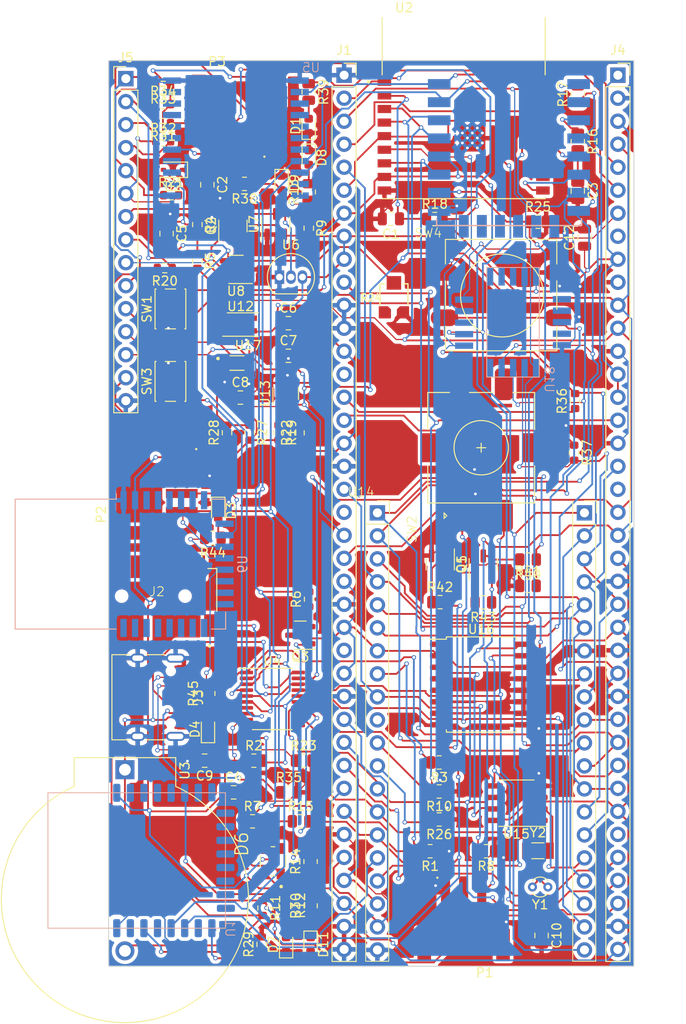
<source format=kicad_pcb>
(kicad_pcb (version 20221018) (generator pcbnew)
  (layers (0 "F.Cu" signal) (31 "B.Cu" signal) (34 "B.Paste" user) (35 "F.Paste" user) (36 "B.SilkS" user "B.Silkscreen") (37 "F.SilkS" user "F.Silkscreen") (38 "B.Mask" user) (39 "F.Mask" user) (44 "Edge.Cuts" user))
  (net 0 "")
  (net 1 "Net-(U2-EN{slash}CHIP_PU)")
  (net 2 "GND")
  (net 3 "Net-(D2-K)")
  (net 4 "VCC")
  (net 5 "+5V")
  (net 6 "Net-(D1-A)")
  (net 7 "Solar_Vo")
  (net 8 "Net-(D6-Pad1)")
  (net 9 "Net-(D6-Pad3)")
  (net 10 "Net-(D7-A)")
  (net 11 "Net-(D8-A)")
  (net 12 "Net-(D9-A)")
  (net 13 "Net-(D11-K)")
  (net 14 "Net-(D11-A)")
  (net 15 "SWIO")
  (net 18 "RX1")
  (net 19 "TX1")
  (net 20 "Solar_Vi")
  (net 21 "DRV")
  (net 22 "Bat-Vo")
  (net 23 "Vo")
  (net 24 "Net-(Q3-G)")
  (net 25 "Net-(Q3-S)")
  (net 26 "DI0")
  (net 27 "D-")
  (net 28 "Net-(U8-EN{slash}ONE_SHOT)")
  (net 29 "Net-(U4-PC0)")
  (net 30 "DI1")
  (net 31 "DI2")
  (net 32 "Bat-Vi")
  (net 33 "Net-(U1-STAT)")
  (net 34 "Net-(U5-P32)")
  (net 35 "Net-(U4-PC4)")
  (net 36 "Net-(U4-PC3)")
  (net 37 "EN")
  (net 38 "D16")
  (net 39 "RST1")
  (net 40 "Net-(U8-DELAY{slash}M_DRV)")
  (net 42 "D15")
  (net 43 "DI3")
  (net 44 "Net-(U1-PWRC)")
  (net 45 "Vi-")
  (net 46 "Vi+")
  (net 47 "A-")
  (net 48 "DO2")
  (net 49 "A+")
  (net 50 "DO3")
  (net 51 "Net-(U5-P7)")
  (net 52 "Net-(U5-P19)")
  (net 53 "CS0")
  (net 54 "ROTA")
  (net 55 "ROTB")
  (net 56 "Net-(U4-PD7)")
  (net 57 "Net-(U14-IO_4)")
  (net 75 "DONE")
  (net 76 "SDA0")
  (net 77 "SCL0")
  (net 78 "SCK")
  (net 79 "MOSI")
  (net 80 "MISO")
  (net 81 "PD2")
  (net 82 "D+")
  (net 96 "ADC")
  (net 97 "CS1")
  (net 104 "RST0")
  (net 105 "DO1")
  (net 108 "X")
  (net 109 "SCL1")
  (net 110 "SDA1")
  (net 111 "ADDR")
  (net 112 "LED")
  (net 113 "Net-(Q1-G)")
  (net 114 "Net-(Q1-D)")
  (net 115 "Net-(D6-Pad4)")
  (net 116 "Net-(U4-PC5)")
  (net 117 "Net-(Q5-B)")
  (net 119 "Net-(D3-A)")
  (net 120 "Net-(D4-A)")
  (net 121 "Net-(U9-P1.3)")
  (net 122 "Net-(U9-P1.2)")
  (net 144 "unconnected-(J3-SBU2-PadB8)")
  (net 146 "Net-(J3-CC2)")
  (net 147 "Net-(J3-CC1)")
  (net 148 "Net-(U13-ADDR)")
  (net 149 "Net-(U17-ADDR)")
  (net 151 "Net-(U12-LDR)")
  (net 154 "Net-(U15-X1)")
  (net 155 "Net-(U15-X2)")
  (net 156 "Net-(U15-SQW{slash}OUT)")
  (net 169 "ANT0")
  (net 170 "USB-")
  (net 171 "USB+")
  (net 172 "TX3")
  (net 173 "RX3")
  (footprint "Resistor_SMD:R_0805_2012Metric" (layer "F.Cu") (at 160.8875 126)
    (fp_text reference "R7")
    (fp_text value "R")
  )
  (footprint "Resistor_SMD:R_0805_2012Metric" (layer "F.Cu") (at 167.09 45.4725 -90)
    (fp_text reference "R39")
    (fp_text value "R")
  )
  (footprint "Connector_PinSocket_2.54mm:PinSocket_1x39_P2.54mm_Vertical" (layer "F.Cu") (at 201.23 43.62)
    (fp_text reference "J4")
    (fp_text value "Conn_01x39_Socket")
  )
  (footprint "LED_SMD:LED_0603_1608Metric" (layer "F.Cu") (at 157.1 91.7 -90)
    (fp_text reference "D3")
    (fp_text value "LED")
  )
  (footprint "Resistor_SMD:R_0805_2012Metric" (layer "F.Cu") (at 180.5 129.3 180)
    (fp_text reference "R1")
    (fp_text value "R")
  )
  (footprint "Resistor_SMD:R_0805_2012Metric" (layer "F.Cu") (at 192.4 59.8)
    (fp_text reference "R25")
    (fp_text value "R")
  )
  (footprint "Resistor_SMD:R_0603_1608Metric" (layer "F.Cu") (at 151.025 46.8125)
    (fp_text reference "R34")
    (fp_text value "R")
  )
  (footprint "Resistor_SMD:R_0603_1608Metric" (layer "F.Cu") (at 167.1 60.5125 -90)
    (fp_text reference "R9")
    (fp_text value "R")
  )
  (footprint "Resistor_SMD:R_0805_2012Metric" (layer "F.Cu") (at 181.5 119.5 180)
    (fp_text reference "R3")
    (fp_text value "R")
  )
  (footprint "A_SensorNode:PJ-320D" (layer "F.Cu") (at 150.34425 101.1375)
    (fp_text reference "J2")
    (fp_text value "PJ-320D-A" hide)
  )
  (footprint "Resistor_SMD:R_0603_1608Metric" (layer "F.Cu") (at 166.0725 83.1125 90)
    (fp_text reference "R22")
    (fp_text value "R")
  )
  (footprint "Resistor_SMD:R_0603_1608Metric" (layer "F.Cu") (at 167.14 101.475 90)
    (fp_text reference "R6")
    (fp_text value "R")
  )
  (footprint "Resistor_SMD:R_0603_1608Metric" (layer "F.Cu") (at 154.8 60.1125 -90)
    (fp_text reference "R4")
    (fp_text value "R")
  )
  (footprint "Resistor_SMD:R_0805_2012Metric" (layer "F.Cu") (at 160 55.6225 180)
    (fp_text reference "R38")
    (fp_text value "R")
  )
  (footprint "Sensor:Avago_APDS-9960" (layer "F.Cu") (at 159.565 71.15)
    (fp_text reference "U12")
    (fp_text value "APDS-9960")
  )
  (footprint "Resistor_SMD:R_0805_2012Metric" (layer "F.Cu") (at 167.3 135.325 90)
    (fp_text reference "R30")
    (fp_text value "R")
  )
  (footprint "Resistor_SMD:R_0805_2012Metric" (layer "F.Cu") (at 156.5125 94.7 180)
    (fp_text reference "R44")
    (fp_text value "R")
  )
  (footprint "Resistor_SMD:R_0805_2012Metric" (layer "F.Cu") (at 181.5 122.7 180)
    (fp_text reference "R10")
    (fp_text value "R")
  )
  (footprint "Resistor_SMD:R_0805_2012Metric" (layer "F.Cu") (at 196.8 45.7125 90)
    (fp_text reference "R17")
    (fp_text value "R")
  )
  (footprint "Capacitor_SMD:C_0805_2012Metric" (layer "F.Cu") (at 159.5475 79.2125)
    (fp_text reference "C8")
    (fp_text value "C")
  )
  (footprint "Resistor_SMD:R_0603_1608Metric" (layer "F.Cu") (at 154.8 64.1125 -90)
    (fp_text reference "R5")
    (fp_text value "R")
  )
  (footprint "Capacitor_SMD:C_0805_2012Metric" (layer "F.Cu") (at 155.9 55.7125 -90)
    (fp_text reference "C2")
    (fp_text value "C")
  )
  (footprint "Battery:BatteryHolder_ComfortableElectronic_CH273-2450_1x2450" (layer "F.Cu") (at 146.8 120.3 -90)
    (fp_text reference "U3")
    (fp_text value "CR2450")
  )
  (footprint "EVM3ES:EMV3ESX50B12" (layer "F.Cu") (at 176.5 68.2)
    (fp_text reference "R24")
    (fp_text value "EVM3ESX50B12")
  )
  (footprint "Resistor_SMD:R_0603_1608Metric" (layer "F.Cu") (at 163.7725 83.0875 -90)
    (fp_text reference "R19")
    (fp_text value "R")
  )
  (footprint "Resistor_SMD:R_0603_1608Metric" (layer "F.Cu") (at 162 135.5625 -90)
    (fp_text reference "R11")
    (fp_text value "R")
  )
  (footprint "Package_TO_SOT_SMD:SOT-23" (layer "F.Cu") (at 158.723344 60.261948 90)
    (fp_text reference "Q2")
    (fp_text value "Si2371EDS")
  )
  (footprint "Resistor_SMD:R_0603_1608Metric" (layer "F.Cu") (at 158.0725 83.0875 90)
    (fp_text reference "R28")
    (fp_text value "R")
  )
  (footprint "Resistor_SMD:R_0805_2012Metric" (layer "F.Cu") (at 191.3 100)
    (fp_text reference "R41")
    (fp_text value "R")
  )
  (footprint "Capacitor_SMD:C_0805_2012Metric" (layer "F.Cu") (at 155.6 119.3 180)
    (fp_text reference "C9")
    (fp_text value "C")
  )
  (footprint "Resistor_SMD:R_0805_2012Metric" (layer "F.Cu") (at 186.37625 101.82375 180)
    (fp_text reference "R43")
    (fp_text value "R")
  )
  (footprint "A_SensorNode:ButtonSwitch12mm_SMD" (layer "F.Cu") (at 180.2875 61.55)
    (fp_text reference "SW4")
    (fp_text value "SW_Push")
  )
  (footprint "A_SensorNode:RotaryEncoder_E11" (layer "F.Cu") (at 178.9875 93.75 90)
    (fp_text reference "SW2")
    (fp_text value "RotaryEncoder")
  )
  (footprint "Resistor_SMD:R_0805_2012Metric" (layer "F.Cu") (at 164.9 122.8)
    (fp_text reference "R35")
    (fp_text value "R")
  )
  (footprint "R3528RGB:LED_LL-R3528RGBC-008-B" (layer "F.Cu") (at 163.15 130.4 90)
    (fp_text reference "D6")
    (fp_text value "LL-R3528RGBC-008-B")
  )
  (footprint "Diode_SMD:D_SOD-323" (layer "F.Cu") (at 152.1 54.0625 180)
    (fp_text reference "D2")
    (fp_text value "D_Schottky")
  )
  (footprint "S3B-PH:JST_S3B-PH-SM4-TB" (layer "F.Cu") (at 159.3 51.0125)
    (fp_text reference "P3")
    (fp_text value "S3B-PH-SM4-TB")
  )
  (footprint "Resistor_SMD:R_0603_1608Metric" (layer "F.Cu") (at 160.5725 83.0875 -90)
    (fp_text reference "R27")
    (fp_text value "R")
  )
  (footprint "Package_TO_SOT_SMD:SOT-23" (layer "F.Cu") (at 186.3625 97.63375 90)
    (fp_text reference "Q1")
    (fp_text value "Si2371EDS")
  )
  (footprint "Connector_PinHeader_2.54mm:PinHeader_1x15_P2.54mm_Vertical" (layer "F.Cu") (at 146.9 44)
    (fp_text reference "J5")
    (fp_text value "Conn_01x15_Pin")
  )
  (footprint "Button_Switch_SMD:SW_SPST_PTS810" (layer "F.Cu") (at 151.825 77.425 90)
    (fp_text reference "SW3")
    (fp_text value "SW_Push")
  )
  (footprint "Connector_PinSocket_2.54mm:PinSocket_1x39_P2.54mm_Vertical" (layer "F.Cu") (at 171 43.62)
    (fp_text reference "J1")
    (fp_text value "Conn_01x39_Socket")
  )
  (footprint "Resistor_SMD:R_0805_2012Metric" (layer "F.Cu") (at 166.5375 119.3)
    (fp_text reference "R23")
    (fp_text value "R")
  )
  (footprint "Resistor_SMD:R_0805_2012Metric" (layer "F.Cu") (at 181.5 125.795 180)
    (fp_text reference "R26")
    (fp_text value "R")
  )
  (footprint "Resistor_SMD:R_0603_1608Metric" (layer "F.Cu") (at 151.025 50.9125)
    (fp_text reference "R32")
    (fp_text value "R")
  )
  (footprint "Resistor_SMD:R_0603_1608Metric" (layer "F.Cu") (at 151 48.9125 180)
    (fp_text reference "R31")
    (fp_text value "R")
  )
  (footprint "Resistor_SMD:R_0603_1608Metric" (layer "F.Cu") (at 161.9 139.5875 90)
    (fp_text reference "R29")
    (fp_text value "R")
  )
  (footprint "Package_SO:TSSOP-20_4.4x6.5mm_P0.65mm" (layer "F.Cu") (at 163.075 112.490685)
    (fp_text reference "U4")
    (fp_text value "CH32V003F4P6")
  )
  (footprint "Capacitor_SMD:C_0805_2012Metric" (layer "F.Cu") (at 151.4 61.1125 -90)
    (fp_text reference "C5")
    (fp_text value "C")
  )
  (footprint "Button_Switch_SMD:SW_SPST_PTS810" (layer "F.Cu") (at 151.825 69.425 90)
    (fp_text reference "SW1")
    (fp_text value "SW_Push")
  )
  (footprint "LED_SMD:LED_0603_1608Metric" (layer "F.Cu") (at 155.97 115.835 90)
    (fp_text reference "D4")
    (fp_text value "LED")
  )
  (footprint "Capacitor_SMD:C_0805_2012Metric" (layer "F.Cu") (at 158.8 122.8)
    (fp_text reference "C4")
    (fp_text value "C")
  )
  (footprint "Resistor_SMD:R_0603_1608Metric" (layer "F.Cu") (at 151.9 56.8625)
    (fp_text reference "R21")
    (fp_text value "R")
  )
  (footprint "Resistor_SMD:R_0805_2012Metric" (layer "F.Cu") (at 191.3125 97.1 180)
    (fp_text reference "R40")
    (fp_text value "R")
  )
  (footprint "Capacitor_SMD:C_0805_2012Metric" (layer "F.Cu") (at 164.85 74.6)
    (fp_text reference "C7")
    (fp_text value "C")
  )
  (footprint "Capacitor_SMD:C_0805_2012Metric" (layer "F.Cu") (at 164.85 71)
    (fp_text reference "C6")
    (fp_text value "C")
  )
  (footprint "Crystal:Crystal_Round_D1.5mm_Vertical" (layer "F.Cu") (at 193.5 133.25 180)
    (fp_text reference "Y1")
    (fp_text value "Crystal")
  )
  (footprint "Connector_USB:USB_C_Receptacle_HRO_TYPE-C-31-M-12" (layer "F.Cu") (at 149.265 112.3 -90)
    (fp_text reference "J3")
    (fp_text value "USB_C_Receptacle_USB2.0")
  )
  (footprint "BH1750:XDCR_BH1750FVI-TR" (layer "F.Cu") (at 159.175 75.4)
    (fp_text reference "U17")
    (fp_text value "BH1750FVI-TR")
  )
  (footprint "Resistor_SMD:R_0805_2012Metric" (layer "F.Cu") (at 196.8 50.9375 -90)
    (fp_text reference "R16")
    (fp_text value "R")
  )
  (footprint "Resistor_SMD:R_0805_2012Metric" (layer "F.Cu") (at 164.53 135.2875 -90)
    (fp_text reference "R12")
    (fp_text value "R")
  )
  (footprint "Capacitor_SMD:C_0805_2012Metric" (layer "F.Cu") (at 196.8 56.4 -90)
    (fp_text reference "C3")
    (fp_text value "C")
  )
  (footprint "Package_TO_SOT_SMD:SOT-23-6" (layer "F.Cu") (at 159.0625 65.0625 180)
    (fp_text reference "U8")
    (fp_text value "TPL5110")
  )
  (footprint "Package_TO_SOT_SMD:SOT-23-3" (layer "F.Cu") (at 163.45 60.075 90)
    (fp_text reference "U7")
    (fp_text value "XC6206PxxxMR")
  )
  (footprint "ESP32-C3:MODULE_ESP32-C3-WROOM-02-H4" (layer "F.Cu") (at 184.2 47.25)
    (fp_text reference "U2")
    (fp_text value "ESP32-C3-WROOM-02")
  )
  (footprint "Package_SO:SOIC-16W_7.5x10.3mm_P1.27mm" (layer "F.Cu") (at 186.15 110.895)
    (fp_text reference "U16")
    (fp_text value "DS3231M")
  )
  (footprint "LED_SMD:LED_0603_1608Metric" (layer "F.Cu") (at 167.1 52.7125 -90)
    (fp_text reference "D8")
    (fp_text value "LED")
  )
  (footprint "Resistor_SMD:R_0805_2012Metric" (layer "F.Cu") (at 186.7 129.3 180)
    (fp_text reference "R8")
    (fp_text value "R")
  )
  (footprint "Package_TO_SOT_SMD:SOT-23" (layer "F.Cu") (at 166.1625 105.45 180)
    (fp_text reference "Q3")
    (fp_text value "Si2371EDS")
  )
  (footprint "Crystal:Crystal_SMD_3215-2Pin_3.2x1.5mm" (layer "F.Cu") (at 192.4 129.25)
    (fp_text reference "Y2")
    (fp_text value "Crystal")
  )
  (footprint "Package_TO_SOT_THT:TO-92_Inline" (layer "F.Cu") (at 163.86 65.9125)
    (fp_text reference "U6")
    (fp_text value "MCP1700x-330xxTO")
  )
  (footprint "Sensor_Humidity:Sensirion_DFN-8-1EP_2.5x2.5mm_P0.5mm_EP1.1x1.7mm" (layer "F.Cu") (at 164.55 78.775 90)
    (fp_text reference "U13")
    (fp_text value "SHT31-DIS")
  )
  (footprint "Package_TO_SOT_SMD:SOT-23" (layer "F.Cu") (at 181.6125 97.59625 -90)
    (fp_text reference "Q5")
    (fp_text value "MMBT5551L")
  )
  (footprint "Capacitor_SMD:C_0805_2012Metric" (layer "F.Cu") (at 176.1675 59.475 180)
    (fp_text reference "C1")
    (fp_text value "C")
  )
  (footprint "Resistor_SMD:R_0805_2012Metric" (layer "F.Cu") (at 181.0125 59.5)
    (fp_text reference "R18")
    (fp_text value "R")
  )
  (footprint "Resistor_SMD:R_0603_1608Metric" (layer "F.Cu") (at 196.5 79.6 90)
    (fp_text reference "R36")
    (fp_text value "R")
  )
  (footprint "Resistor_SMD:R_0805_2012Metric" (layer "F.Cu") (at 166.2 126)
    (fp_text reference "R15")
    (fp_text value "R")
  )
  (footprint "A_SensorNode:LolinBase" (layer "F.Cu") (at 172.876 90.14)
    (fp_text reference "U14")
    (fp_text value "Lolin_Base")
  )
  (footprint "S3B-PH:JST_S3B-PH-SM4-TB" (layer "F.Cu") (at 184.2 133.825 180)
    (fp_text reference "P1")
    (fp_text value "S3B-PH-SM4-TB")
  )
  (footprint "Resistor_SMD:R_0805_2012Metric" (layer "F.Cu") (at 181.6 101.8)
    (fp_text reference "R42")
    (fp_text value "R")
  )
  (footprint "Resistor_SMD:R_0805_2012Metric" (layer "F.Cu") (at 161.0375 119.3)
    (fp_text reference "R2")
    (fp_text value "R")
  )
  (footprint "Capacitor_SMD:C_0805_2012Metric" (layer "F.Cu") (at 197.55 61.55 90)
    (fp_text reference "C12")
    (fp_text value "C")
  )
  (footprint "Resistor_SMD:R_0805_2012Metric" (layer "F.Cu") (at 167.3 130.4375 90)
    (fp_text reference "R14")
    (fp_text value "R")
  )
  (footprint "Capacitor_SMD:C_0805_2012Metric" (layer "F.Cu") (at 192.8 138.6 -90)
    (fp_text reference "C10")
    (fp_text value "C")
  )
  (footprint "S4B-PH:JST_S4B-PH-SM4-TB" (layer "F.Cu") (at 153.075 88.8 90)
    (fp_text reference "P2")
    (fp_text value "S4B-PH-SM4-TB")
  )
  (footprint "Package_SO:SOIC-8_3.9x4.9mm_P1.27mm" (layer "F.Cu") (at 190.025 123.995 180)
    (fp_text reference "U15")
    (fp_text value "DS1307Z+")
  )
  (footprint "LED_SMD:LED_0603_1608Metric" (layer "F.Cu") (at 167.3 139.6 -90)
    (fp_text reference "D11")
    (fp_text value "LED")
  )
  (footprint "LED_SMD:LED_0603_1608Metric" (layer "F.Cu") (at 167.09 49.2125 90)
    (fp_text reference "D1")
    (fp_text value "LED")
  )
  (footprint "LED_SMD:LED_0603_1608Metric" (layer "F.Cu") (at 164.1 55.5125 -90)
    (fp_text reference "D9")
    (fp_text value "LED")
  )
  (footprint "Resistor_SMD:R_0603_1608Metric" (layer "F.Cu") (at 151.025 44.8125 180)
    (fp_text reference "R33")
    (fp_text value "R")
  )
  (footprint "Resistor_SMD:R_0805_2012Metric" (layer "F.Cu") (at 156 111.8875 90)
    (fp_text reference "R45")
    (fp_text value "R")
  )
  (footprint "Resistor_SMD:R_0603_1608Metric" (layer "F.Cu") (at 151.2 64.9125 180)
    (fp_text reference "R20")
    (fp_text value "R")
  )
  (footprint "Resistor_SMD:R_0603_1608Metric" (layer "F.Cu") (at 196.4 85.3 -90)
    (fp_text reference "R37")
    (fp_text value "R")
  )
  (footprint "LED_SMD:LED_0603_1608Metric" (layer "F.Cu") (at 164.6 139.5975 90)
    (fp_text reference "D7")
    (fp_text value "LED")
  )
  (footprint "Resistor_SMD:R_0805_2012Metric" (layer "F.Cu") (at 167.1 56.5125 90)
    (fp_text reference "R13")
    (fp_text value "R")
  )
  (footprint "RF_Module:E18-MS1-PCB" (layer "B.Cu") (at 146.3 97.6 -90)
    (fp_text reference "U9")
    (fp_text value "E18-MS1-PCB")
  )
  (footprint "A_SensorNode:JDY-Base" (layer "B.Cu") (at 157.9 137.8 90)
    (fp_text reference "U1")
    (fp_text value "~")
  )
  (footprint "A_SensorNode:ESP12_SMD" (layer "B.Cu") (at 197.25 42 180)
    (fp_text reference "U10" hide)
    (fp_text value "ESP-12F" hide)
  )
  (footprint "A_SensorNode:E220-900MM" (layer "B.Cu") (at 193.15 77.2 90)
    (fp_text reference "U18")
    (fp_text value "~" hide)
  )
  (footprint "A_SensorNode:E104-BT07" (layer "B.Cu") (at 167.35 43.2925 180)
    (fp_text reference "U5")
    (fp_text value "~")
  )
  (gr_rect (start 145 42) (end 203 142) (stroke (width 0.1)) (fill none) (layer "Edge.Cuts"))
  (segment (start 175.4 45.9) (end 177.597203 45.9) (width 0.2) (layer "F.Cu") (net 1))
  (segment (start 176.930713 59.288213) (end 177.1175 59.475) (width 0.2) (layer "F.Cu") (net 1))
  (segment (start 176.930713 57.880713) (end 176.930713 59.288213) (width 0.2) (layer "F.Cu") (net 1))
  (segment (start 180.1625 59.475) (end 180.1875 59.5) (width 0.2) (layer "F.Cu") (net 1))
  (segment (start 177.6425 59.475) (end 180.1625 59.475) (width 0.2) (layer "F.Cu") (net 1))
  (segment (start 176.9 59.2575) (end 177.1175 59.475) (width 0.2) (layer "F.Cu") (net 1))
  (segment (start 177.597203 45.9) (end 177.896703 46.1995) (width 0.2) (layer "F.Cu") (net 1))
  (via (at 176.930713 57.880713) (size 0.5) (drill 0.3) (layers "F.Cu" "B.Cu") (net 1))
  (via (at 177.9 46.3) (size 0.5) (drill 0.3) (layers "F.Cu" "B.Cu") (net 1))
  (segment (start 177.896703 46.1995) (end 176.9 47.196203) (width 0.2) (layer "B.Cu") (net 1))
  (segment (start 176.9 47.196203) (end 176.9 57.85) (width 0.2) (layer "B.Cu") (net 1))
  (segment (start 182.735 57.335) (end 183.45 58.05) (width 0.13) (layer "F.Cu") (net 2))
  (segment (start 185.66 49.5) (end 185.11 50.05) (width 0.13) (layer "F.Cu") (net 2))
  (segment (start 175.2175 59.475) (end 175.2175 58.866312) (width 0.13) (layer "F.Cu") (net 2))
  (segment (start 157.1 90.9125) (end 158.0875 90.9125) (width 0.13) (layer "F.Cu") (net 2))
  (segment (start 156.3875 59.2875) (end 156.4 59.3) (width 0.13) (layer "F.Cu") (net 2))
  (segment (start 164.2975 77.5875) (end 164.2975 77.2025) (width 0.13) (layer "F.Cu") (net 2))
  (segment (start 186.684399 97.69875) (end 185.94875 97.69875) (width 0.13) (layer "F.Cu") (net 2))
  (segment (start 154.8 59.2875) (end 154.452 58.9395) (width 0.13) (layer "F.Cu") (net 2))
  (segment (start 151.6 75.4) (end 150.8 75.4) (width 0.15) (layer "F.Cu") (net 2))
  (segment (start 160.4975 79.2125) (end 162.1225 77.5875) (width 0.13) (layer "F.Cu") (net 2))
  (segment (start 151.55 71.5) (end 151.6 71.55) (width 0.15) (layer "F.Cu") (net 2))
  (segment (start 185.66 49.5) (end 186.21 50.05) (width 0.13) (layer "F.Cu") (net 2))
  (segment (start 187.95625 97.56875) (end 186.814399 97.56875) (width 0.13) (layer "F.Cu") (net 2))
  (segment (start 164.5475 78.7625) (end 164.2975 78.5125) (width 0.15) (layer "F.Cu") (net 2))
  (segment (start 197.46 84.26) (end 195.5 82.3) (width 0.13) (layer "F.Cu") (net 2))
  (segment (start 160.6 139.2) (end 161.4625 139.2) (width 0.15) (layer "F.Cu") (net 2))
  (segment (start 182.85 64.05) (end 182.85 64.6375) (width 0.13) (layer "F.Cu") (net 2))
  (segment (start 175.137849 134.005) (end 177 135.867151) (width 0.13) (layer "F.Cu") (net 2))
  (segment (start 176.748812 57.335) (end 182.735 57.335) (width 0.13) (layer "F.Cu") (net 2))
  (segment (start 150.75 79.3) (end 150.75 75.15) (width 0.15) (layer "F.Cu") (net 2))
  (segment (start 186.1375 92.25) (end 186.1375 93.24082) (width 0.13) (layer "F.Cu") (net 2))
  (segment (start 167.45 119.3) (end 167.45 121.1625) (width 0.13) (layer "F.Cu") (net 2))
  (segment (start 159.75 122.8) (end 160.715 123.765) (width 0.13) (layer "F.Cu") (net 2))
  (segment (start 188.9 137.1) (end 188.9 137.0995) (width 0.15) (layer "F.Cu") (net 2))
  (segment (start 184.56 51.7) (end 184.01 51.15) (width 0.13) (layer "F.Cu") (net 2))
  (segment (start 197.52 66.48) (end 197.05 66.95) (width 0.13) (layer "F.Cu") (net 2))
  (segment (start 181.1 133.1) (end 181.475 133.1) (width 0.13) (layer "F.Cu") (net 2))
  (segment (start 185.66 51.7) (end 186.21 51.15) (width 0.13) (layer "F.Cu") (net 2))
  (segment (start 195.8 60.6) (end 195.35 61.05) (width 0.13) (layer "F.Cu") (net 2))
  (segment (start 161.9 138.7625) (end 163.5225 140.385) (width 0.15) (layer "F.Cu") (net 2))
  (segment (start 184.56 50.6) (end 185.11 50.05) (width 0.13) (layer "F.Cu") (net 2))
  (segment (start 153.7 119.35) (end 154.6 119.35) (width 0.13) (layer "F.Cu") (net 2))
  (segment (start 185.31168 130.265) (end 186.6475 130.265) (width 0.13) (layer "F.Cu") (net 2))
  (segment (start 194.8 66.9) (end 194.5875 66.6875) (width 0.13) (layer "F.Cu") (net 2))
  (segment (start 192.4 65.4) (end 191.05 64.05) (width 0.13) (layer "F.Cu") (net 2))
  (segment (start 184.575 49.515) (end 184.575 49.5) (width 0.13) (layer "F.Cu") (net 2))
  (segment (start 150.8 75.4) (end 150.75 75.35) (width 0.15) (layer "F.Cu") (net 2))
  (segment (start 188.6 130) (end 188.3125 130) (width 0.15) (layer "F.Cu") (net 2))
  (segment (start 159.126815 113.465685) (end 160.2125 113.465685) (width 0.13) (layer "F.Cu") (net 2))
  (segment (start 174.5 134.005) (end 175.137849 134.005) (width 0.13) (layer "F.Cu") (net 2))
  (segment (start 162.5 61.2125) (end 161.850601 61.2125) (width 0.13) (layer "F.Cu") (net 2))
  (segment (start 190.3495 137.0995) (end 188.9 137.1) (width 0.15) (layer "F.Cu") (net 2))
  (segment (start 192.8 139.55) (end 190.3495 137.0995) (width 0.15) (layer "F.Cu") (net 2))
  (segment (start 182.6 129.3) (end 184.34668 129.3) (width 0.13) (layer "F.Cu") (net 2))
  (segment (start 182.4 125.7825) (end 182.4125 125.795) (width 0.13) (layer "F.Cu") (net 2))
  (segment (start 201.23 66.48) (end 197.52 66.48) (width 0.13) (layer "F.Cu") (net 2))
  (segment (start 172.115 131.62) (end 174.5 134.005) (width 0.13) (layer "F.Cu") (net 2))
  (segment (start 177 135.867151) (end 177 139.57782) (width 0.13) (layer "F.Cu") (net 2))
  (segment (start 162.1225 77.5875) (end 163.7975 77.5875) (width 0.13) (layer "F.Cu") (net 2))
  (segment (start 163.5225 140.385) (end 164.6 140.385) (width 0.15) (layer "F.Cu") (net 2))
  (segment (start 160.2 72.85) (end 160.2 72.16) (width 0.13) (layer "F.Cu") (net 2))
  (segment (start 192.5 120.7) (end 192.5 121.665) (width 0.13) (layer "F.Cu") (net 2))
  (segment (start 171 127.44) (end 172.115 128.555) (width 0.13) (layer "F.Cu") (net 2))
  (segment (start 160.2 72.16) (end 159.965 71.925) (width 0.13) (layer "F.Cu") (net 2))
  (segment (start 154.452 58.9395) (end 151.8 58.9395) (width 0.13) (layer "F.Cu") (net 2))
  (segment (start 186.21 51.15) (end 185.66 50.6) (width 0.13) (layer "F.Cu") (net 2))
  (segment (start 182.4 124.5) (end 182.4 125.7825) (width 0.13) (layer "F.Cu") (net 2))
  (segment (start 158.0875 90.9125) (end 158.25 90.75) (width 0.13) (layer "F.Cu") (net 2))
  (segment (start 160.5 77.7) (end 160.5 79.21) (width 0.13) (layer "F.Cu") (net 2))
  (segment (start 175.2175 58.866312) (end 176.748812 57.335) (width 0.13) (layer "F.Cu") (net 2))
  (segment (start 185.4 87.15) (end 185.05 86.8) (width 0.13) (layer "F.Cu") (net 2))
  (segment (start 150.75 67.35) (end 150.75 71.5) (width 0.15) (layer "F.Cu") (net 2))
  (segment (start 159.2725 63.790601) (end 159.2725 64.6225) (width 0.13) (layer "F.Cu") (net 2))
  (segment (start 157.7875 77.4745) (end 157.813 77.5) (width 0.13) (layer "F.Cu") (net 2))
  (segment (start 167.125 79.782537) (end 167.125 82.885) (width 0.15) (layer "F.Cu") (net 2))
  (segment (start 172.115 128.555) (end 172.115 131.62) (width 0.13) (layer "F.Cu") (net 2))
  (segment (start 184.56 51.7) (end 185.11 51.15) (width 0.13) (layer "F.Cu") (net 2))
  (segment (start 186.6475 130.265) (end 187.6125 129.3) (width 0.13) (layer "F.Cu") (net 2))
  (segment (start 161.850601 61.2125) (end 159.2725 63.790601) (width 0.13) (layer "F.Cu") (net 2))
  (segment (start 167.125 82.885) (end 166.0725 83.9375) (width 0.15) (layer "F.Cu") (net 2))
  (segment (start 185.66 50.6) (end 186.21 50.05) (width 0.13) (layer "F.Cu") (net 2))
  (segment (start 186.1375 90.4875) (end 185.5 89.85) (width 0.13) (layer "F.Cu") (net 2))
  (segment (start 159.7125 65.0625) (end 160.2 65.0625) (width 0.13) (layer "F.Cu") (net 2))
  (segment (start 177 139.57782) (end 176.37782 140.2) (width 0.13) (layer "F.Cu") (net 2))
  (segment (start 165.5 74.9) (end 165.8 74.6) (width 0.13) (layer "F.Cu") (net 2))
  (segment (start 197.55 60.6) (end 195.8 60.6) (width 0.13) (layer "F.Cu") (net 2))
  (segment (start 185.11 50.05) (end 184.575 49.515) (width 0.13) (layer "F.Cu") (net 2))
  (segment (start 163.7975 77.5875) (end 164.2975 77.5875) (width 0.13) (layer "F.Cu") (net 2))
  (segment (start 192.5 121.665) (end 192.175 121.99) (width 0.13) (layer "F.Cu") (net 2))
  (segment (start 181.665 95.65625) (end 180.6625 96.65875) (width 0.13) (layer "F.Cu") (net 2))
  (segment (start 157.3 57.2) (end 156.4375 57.2) (width 0.13) (layer "F.Cu") (net 2))
  (segment (start 184.56 51.7) (end 185.66 51.7) (width 0.13) (layer "F.Cu") (net 2))
  (segment (start 188.6005 130) (end 188.6 130) (width 0.15) (layer "F.Cu") (net 2))
  (segment (start 176.37782 140.2) (end 174.676 140.2) (width 0.13) (layer "F.Cu") (net 2))
  (segment (start 201.23 84.26) (end 197.46 84.26) (width 0.13) (layer "F.Cu") (net 2))
  (segment (start 155.97 116.6225) (end 159.126815 113.465685) (width 0.13) (layer "F.Cu") (net 2))
  (segment (start 164.85 74.9) (end 165.5 74.9) (width 0.13) (layer "F.Cu") (net 2))
  (segment (start 150.75 71.5) (end 151.55 71.5) (width 0.15) (layer "F.Cu") (net 2))
  (segment (start 181.6 121.8875) (end 182.4125 122.7) (width 0.13) (layer "F.Cu") (net 2))
  (segment (start 164.5475 78.7625) (end 166.104963 78.7625) (width 0.15) (layer "F.Cu") (net 2))
  (segment (start 186.1375 92.25) (end 186.1375 90.4875) (width 0.13) (layer "F.Cu") (net 2))
  (segment (start 160.325 65.1875) (end 160.2 65.0625) (width 0.15) (layer "F.Cu") (net 2))
  (segment (start 160.715 123.765) (end 164.8475 123.765) (width 0.13) (layer "F.Cu") (net 2))
  (segment (start 186.1375 93.24082) (end 183.72207 95.65625) (width 0.13) (layer "F.Cu") (net 2))
  (segment (start 184.01 51.15) (end 184.56 50.6) (width 0.13) (layer "F.Cu") (net 2))
  (segment (start 185.94875 97.69875) (end 183.90625 95.65625) (width 0.13) (layer "F.Cu") (net 2))
  (segment (start 181.35 114.03) (end 190.65 114.03) (width 0.13) (layer "F.Cu") (net 2))
  (segment (start 190.3875 100) (end 187.95625 97.56875) (width 0.13) (layer "F.Cu") (net 2))
  (segment (start 159.2725 64.6225) (end 159.7125 65.0625) (width 0.13) (layer "F.Cu") (net 2))
  (segment (start 194.5875 66.6875) (end 194.5875 65.4) (width 0.13) (layer "F.Cu") (net 2))
  (segment (start 181.6 121.45) (end 181.6 121.8875) (width 0.13) (layer "F.Cu") (net 2))
  (segment (start 160.5 79.21) (end 160.4975 79.2125) (width 0.13) (layer "F.Cu") (net 2))
  (segment (start 188.3125 130) (end 187.6125 129.3) (width 0.15) (layer "F.Cu") (net 2))
  (segment (start 192.05 115.3) (end 190.65 115.3) (width 0.13) (layer "F.Cu") (net 2))
  (segment (start 186.814399 97.56875) (end 186.684399 97.69875) (width 0.13) (layer "F.Cu") (net 2))
  (segment (start 184.34668 129.3) (end 185.31168 130.265) (width 0.13) (layer "F.Cu") (net 2))
  (segment (start 185.11 50.05) (end 185.095 50.065) (width 0.13) (layer "F.Cu") (net 2))
  (segment (start 154.8 59.2875) (end 156.3875 59.2875) (width 0.13) (layer "F.Cu") (net 2))
  (segment (start 192.5 115.75) (end 192.05 115.3) (width 0.13) (layer "F.Cu") (net 2))
  (segment (start 183.72207 95.65625) (end 181.665 95.65625) (width 0.13) (layer "F.Cu") (net 2))
  (segment (start 167.45 121.1625) (end 165.8125 122.8) (width 0.13) (layer "F.Cu") (net 2))
  (segment (start 154.6 119.35) (end 154.65 119.3) (width 0.13) (layer "F.Cu") (net 2))
  (segment (start 186.21 50.05) (end 186.21 51.15) (width 0.13) (layer "F.Cu") (net 2))
  (segment (start 181.35 112.76) (end 190.65 112.76) (width 0.13) (layer "F.Cu") (net 2))
  (segment (start 161.4625 139.2) (end 161.9 138.7625) (width 0.15) (layer "F.Cu") (net 2))
  (segment (start 156.4375 57.2) (end 155.9 56.6625) (width 0.13) (layer "F.Cu") (net 2))
  (segment (start 194.5875 65.4) (end 192.4 65.4) (width 0.13) (layer "F.Cu") (net 2))
  (segment (start 164.8475 123.765) (end 165.8125 122.8) (width 0.13) (layer "F.Cu") (net 2))
  (segment (start 184.025 50.065) (end 184.56 50.6) (width 0.13) (layer "F.Cu") (net 2))
  (segment (start 185.11 50.05) (end 185.66 50.6) (width 0.13) (layer "F.Cu") (net 2))
  (segment (start 166.104963 78.7625) (end 167.125 79.782537) (width 0.15) (layer "F.Cu") (net 2))
  (segment (start 157.7875 75.925) (end 157.7875 77.4745) (width 0.13) (layer "F.Cu") (net 2))
  (segment (start 184.56 50.6) (end 185.11 51.15) (width 0.13) (layer "F.Cu") (net 2))
  (segment (start 185.66 50.6) (end 185.11 51.15) (width 0.13) (layer "F.Cu") (net 2))
  (segment (start 181.4125 129.3) (end 182.6 129.3) (width 0.13) (layer "F.Cu") (net 2))
  (segment (start 164.2975 77.2025) (end 164.75 76.75) (width 0.13) (layer "F.Cu") (net 2))
  (segment (start 164.2975 78.5125) (end 164.2975 77.5875) (width 0.15) (layer "F.Cu") (net 2))
  (segment (start 185.05 86.8) (end 171 86.8) (width 0.13) (layer "F.Cu") (net 2))
  (segment (start 185.11 51.15) (end 185.66 51.7) (width 0.13) (layer "F.Cu") (net 2))
  (segment (start 183.90625 95.65625) (end 183.72207 95.65625) (width 0.13) (layer "F.Cu") (net 2))
  (segment (start 182.85 64.6375) (end 182.0875 65.4) (width 0.13) (layer "F.Cu") (net 2))
  (segment (start 181.475 133.1) (end 182.2 133.825) (width 0.13) (layer "F.Cu") (net 2))
  (segment (start 182.0875 66.5375) (end 182.0875 65.4) (width 0.13) (layer "F.Cu") (net 2))
  (segment (start 182.6 67.05) (end 182.0875 66.5375) (width 0.13) (layer "F.Cu") (net 2))
  (via (at 194.8 66.9) (size 0.5) (drill 0.3) (layers "F.Cu" "B.Cu") (net 2))
  (via (at 196.95 70.3) (size 0.5) (drill 0.3) (layers "F.Cu" "B.Cu") (net 2))
  (via (at 151.6 71.55) (size 0.5) (drill 0.3) (layers "F.Cu" "B.Cu") (net 2))
  (via (at 182.6 67.05) (size 0.5) (drill 0.3) (layers "F.Cu" "B.Cu") (net 2))
  (via (at 192.5 120.7) (size 0.5) (drill 0.3) (layers "F.Cu" "B.Cu") (net 2))
  (via (at 195.35 61.05) (size 0.5) (drill 0.3) (layers "F.Cu" "B.Cu") (net 2))
  (via (at 181.1 133.1) (size 0.5) (drill 0.3) (layers "F.Cu" "B.Cu") (net 2))
  (via (at 151.8 58.9395) (size 0.5) (drill 0.3) (layers "F.Cu" "B.Cu") (net 2))
  (via (at 185.5 89.85) (size 0.5) (drill 0.3) (layers "F.Cu" "B.Cu") (net 2))
  (via (at 164.75 76.75) (size 0.5) (drill 0.3) (layers "F.Cu" "B.Cu") (net 2))
  (via (at 188.6 130) (size 0.5) (drill 0.3) (layers "F.Cu" "B.Cu") (net 2))
  (via (at 156.4 59.3) (size 0.5) (drill 0.3) (layers "F.Cu" "B.Cu") (net 2))
  (via (at 192.5 115.75) (size 0.5) (drill 0.3) (layers "F.Cu" "B.Cu") (net 2))
  (via (at 181.6 121.45) (size 0.5) (drill 0.3) (layers "F.Cu" "B.Cu") (net 2))
  (via (at 182.4 124.5) (size 0.5) (drill 0.3) (layers "F.Cu" "B.Cu") (net 2))
  (via (at 160.2 72.85) (size 0.5) (drill 0.3) (layers "F.Cu" "B.Cu") (net 2))
  (via (at 191.05 64.05) (size 0.5) (drill 0.3) (layers "F.Cu" "B.Cu") (net 2))
  (via (at 157.3 57.2) (size 0.5) (drill 0.3) (layers "F.Cu" "B.Cu") (net 2))
  (via (at 151.6 75.4) (size 0.5) (drill 0.3) (layers "F.Cu" "B.Cu") (net 2))
  (via (at 188.9 137.1) (size 0.5) (drill 0.3) (layers "F.Cu" "B.Cu") (net 2))
  (via (at 157.813 77.5) (size 0.5) (drill 0.3) (layers "F.Cu" "B.Cu") (net 2))
  (via (at 195.5 82.3) (size 0.5) (drill 0.3) (layers "F.Cu" "B.Cu") (net 2))
  (via (at 185.4 87.15) (size 0.5) (drill 0.3) (layers "F.Cu" "B.Cu") (net 2))
  (via (at 182.6 129.3) (size 0.5) (drill 0.3) (layers "F.Cu" "B.Cu") (net 2))
  (via (at 182.85 64.05) (size 0.5) (drill 0.3) (layers "F.Cu" "B.Cu") (net 2))
  (via (at 160.5 77.7) (size 0.5) (drill 0.3) (layers "F.Cu" "B.Cu") (net 2))
  (via (at 158.25 90.75) (size 0.5) (drill 0.3) (layers "F.Cu" "B.Cu") (net 2))
  (via (at 153.7 119.35) (size 0.5) (drill 0.3) (layers "F.Cu" "B.Cu") (net 2))
  (via (at 183.45 58.05) (size 0.5) (drill 0.3) (layers "F.Cu" "B.Cu") (net 2))
  (via (at 197.05 66.95) (size 0.5) (drill 0.3) (layers "F.Cu" "B.Cu") (net 2))
  (via (at 164.85 74.9) (size 0.5) (drill 0.3) (layers "F.Cu" "B.Cu") (net 2))
  (via (at 156.15 87.85) (size 0.5) (drill 0.3) (layers "F.Cu" "B.Cu") (net 2))
  (via (at 160.6 139.2) (size 0.5) (drill 0.3) (layers "F.Cu" "B.Cu") (net 2))
  (segment (start 182.75 58.05) (end 182.2 58.6) (width 0.13) (layer "B.Cu") (net 2))
  (segment (start 202.345 75.215) (end 201.23 74.1) (width 0.13) (layer "B.Cu") (net 2))
  (segment (start 182.6 129.3) (end 182.6 131.6) (width 0.13) (layer "B.Cu") (net 2))
  (segment (start 183.395 63.505) (end 183.395 58.105) (width 0.13) (layer "B.Cu") (net 2))
  (segment (start 196.485 72.645) (end 196.485 70.765) (width 0.13) (layer "B.Cu") (net 2))
  (segment (start 184.25 69.67) (end 183.6 69.67) (width 0.13) (layer "B.Cu") (net 2))
  (segment (start 190.93 64.17) (end 190.93 65.85) (width 0.13) (layer "B.Cu") (net 2))
  (segment (start 195.35 66.35) (end 194.8 66.9) (width 0.13) (layer "B.Cu") (net 2))
  (segment (start 147.146968 136.381281) (end 150.803032 136.381281) (width 0.15) (layer "B.Cu") (net 2))
  (segment (start 182.6 131.6) (end 181.1 133.1) (width 0.13) (layer "B.Cu") (net 2))
  (segment (start 192.5 115.75) (end 192.1 116.15) (width 0.13) (layer "B.Cu") (net 2))
  (segment (start 161.235 73.80668) (end 160.27832 72.85) (width 0.13) (layer "B.Cu") (net 2))
  (segment (start 188.6255 136.825) (end 188.6255 130.025) (width 0.15) (layer "B.Cu") (net 2))
  (segment (start 182.85 64.05) (end 183.395 63.505) (width 0.13) (layer "B.Cu") (net 2))
  (segment (start 160.5 77.7) (end 161.235 76.965) (width 0.13) (layer "B.Cu") (net 2))
  (segment (start 182.6 68.67) (end 182.6 67.05) (width 0.13) (layer "B.Cu") (net 2))
  (segment (start 183.45 58.05) (end 182.75 58.05) (width 0.13) (layer "B.Cu") (net 2))
  (segment (start 156.4 58.1) (end 157.3 57.2) (width 0.13) (layer "B.Cu") (net 2))
  (segment (start 188.6255 130.025) (end 188.6005 130) (width 0.15) (layer "B.Cu") (net 2))
  (segment (start 145.9 137.628249) (end 147.146968 136.381281) (width 0.15) (layer "B.Cu") (net 2))
  (segment (start 158.25 89.95) (end 156.15 87.85) (width 0.13) (layer "B.Cu") (net 2))
  (segment (start 182.6 129.3) (end 182.6 124.7) (width 0.13) (layer "B.Cu") (net 2))
  (segment (start 164.75 76.75) (end 164.85 76.65) (width 0.13) (layer "B.Cu") (net 2))
  (segment (start 202.345 83.145) (end 202.345 75.215) (width 0.13) (layer "B.Cu") (net 2))
  (segment (start 154.215249 141.787) (end 158.013 141.787) (width 0.15) (layer "B.Cu") (net 2))
  (segment (start 182.4 124.5) (end 181.6 123.7) (width 0.13) (layer "B.Cu") (net 2))
  (segment (start 151.225 136.803249) (end 151.225 138.796751) (width 0.15) (layer "B.Cu") (net 2))
  (segment (start 160.3 77.5) (end 160.5 77.7) (width 0.13) (layer "B.Cu") (net 2))
  (segment (start 188.9 137.0995) (end 188.6255 136.825) (width 0.15) (layer "B.Cu") (net 2))
  (segment (start 185.5 89.85) (end 185.5 87.25) (width 0.13) (layer "B.Cu") (net 2))
  (segment (start 197.05 66.95) (end 197 66.9) (width 0.13) (layer "B.Cu") (net 2))
  (segment (start 157.813 77.5) (end 160.3 77.5) (width 0.13) (layer "B.Cu") (net 2))
  (segment (start 151.6 71.55) (end 151.6 75.4) (width 0.15) (layer "B.Cu") (net 2))
  (segment (start 156.4 59.3) (end 156.4 58.1) (width 0.13) (layer "B.Cu") (net 2))
  (segment (start 158.013 141.787) (end 160.6 139.2) (width 0.15) (layer "B.Cu") (net 2))
  (segment (start 152.395 118.045) (end 153.7 119.35) (width 0.13) (layer "B.Cu") (net 2))
  (segment (start 182.6 124.7) (end 182.4 124.5) (width 0.13) (layer "B.Cu") (net 2))
  (segment (start 195.7 73.43) (end 196.485 72.645) (width 0.13) (layer "B.Cu") (net 2))
  (segment (start 145.9 137.8) (end 145.9 137.628249) (width 0.15) (layer "B.Cu") (net 2))
  (segment (start 151.8 58.9395) (end 152 58.7395) (width 0.13) (layer "B.Cu") (net 2))
  (segment (start 161.235 76.965) (end 161.235 73.80668) (width 0.13) (layer "B.Cu") (net 2))
  (segment (start 185.5 87.25) (end 185.4 87.15) (width 0.13) (layer "B.Cu") (net 2))
  (segment (start 181.6 123.7) (end 181.6 121.45) (width 0.13) (layer "B.Cu") (net 2))
  (segment (start 150.803032 136.381281) (end 151.225 136.803249) (width 0.15) (layer "B.Cu") (net 2))
  (segment (start 196.485 70.765) (end 196.95 70.3) (width 0.13) (layer "B.Cu") (net 2))
  (segment (start 197 66.9) (end 194.8 66.9) (width 0.13) (layer "B.Cu") (net 2))
  (segment (start 164.85 76.65) (end 164.85 74.9) (width 0.13) (layer "B.Cu") (net 2))
  (segment (start 195.35 61.05) (end 195.35 66.35) (width 0.13) (layer "B.Cu") (net 2))
  (segment (start 183.395 58.105) (end 183.45 58.05) (width 0.13) (layer "B.Cu") (net 2))
  (segment (start 201.23 84.26) (end 202.345 83.145) (width 0.13) (layer "B.Cu") (net 2))
  (segment (start 158.25 90.75) (end 158.25 89.95) (width 0.13) (layer "B.Cu") (net 2))
  (segment (start 152.395 116.62) (end 152.395 118.045) (width 0.13) (layer "B.Cu") (net 2))
  (segment (start 195.05 73.43) (end 195.7 73.43) (width 0.13) (layer "B.Cu") (net 2))
  (segment (start 183.6 69.67) (end 182.6 68.67) (width 0.13) (layer "B.Cu") (net 2))
  (segment (start 151.225 138.796751) (end 154.215249 141.787) (width 0.15) (layer "B.Cu") (net 2))
  (segment (start 192.1 120.3) (end 192.5 120.7) (width 0.13) (layer "B.Cu") (net 2))
  (segment (start 152 58.7395) (end 152 56.9125) (width 0.13) (layer "B.Cu") (net 2))
  (segment (start 192.1 116.15) (end 192.1 120.3) (width 0.13) (layer "B.Cu") (net 2))
  (segment (start 191.05 64.05) (end 190.93 64.17) (width 0.13) (layer "B.Cu") (net 2))
  (segment (start 160.27832 72.85) (end 160.2 72.85) (width 0.13) (layer "B.Cu") (net 2))
  (segment (start 153.15 54.0625) (end 153.85 54.7625) (width 0.2) (layer "F.Cu") (net 3))
  (segment (start 161.9 113.85) (end 160.865685 112.815685) (width 0.2) (layer "F.Cu") (net 3))
  (segment (start 155.9 54.7625) (end 158.3375 57.2) (width 0.2) (layer "F.Cu") (net 3))
  (segment (start 153.85 54.7625) (end 155.9 54.7625) (width 0.2) (layer "F.Cu") (net 3))
  (segment (start 161.8 100.7) (end 161.85 100.65) (width 0.2) (layer "F.Cu") (net 3))
  (segment (start 160.865685 112.815685) (end 160.2125 112.815685) (width 0.2) (layer "F.Cu") (net 3))
  (segment (start 158.3375 57.2) (end 161.2 57.2) (width 0.2) (layer "F.Cu") (net 3))
  (segment (start 162.8505 113.85) (end 161.9 113.85) (width 0.2) (layer "F.Cu") (net 3))
  (segment (start 161.85 100.65) (end 167.14 100.65) (width 0.2) (layer "F.Cu") (net 3))
  (via (at 162.8505 113.85) (size 0.5) (drill 0.3) (layers "F.Cu" "B.Cu") (net 3))
  (via (at 161.8 100.7) (size 0.5) (drill 0.3) (layers "F.Cu" "B.Cu") (net 3))
  (via (at 161.2 57.2) (size 0.5) (drill 0.3) (layers "F.Cu" "B.Cu") (net 3))
  (segment (start 163 107.965686) (end 162.8 107.765686) (width 0.2) (layer "B.Cu") (net 3))
  (segment (start 161.2 57.443504) (end 161.6 57.843504) (width 0.2) (layer "B.Cu") (net 3))
  (segment (start 161.6 88.922182) (end 161.25 89.272182) (width 0.2) (layer "B.Cu") (net 3))
  (segment (start 162.8 107.765686) (end 162.8 101.7) (width 0.2) (layer "B.Cu") (net 3))
  (segment (start 163 113.7005) (end 163 107.965686) (width 0.2) (layer "B.Cu") (net 3))
  (segment (start 161.6 57.843504) (end 161.6 88.922182) (width 0.2) (layer "B.Cu") (net 3))
  (segment (start 161.2 57.2) (end 161.2 57.443504) (width 0.2) (layer "B.Cu") (net 3))
  (segment (start 162.8 101.7) (end 161.8 100.7) (width 0.2) (layer "B.Cu") (net 3))
  (segment (start 161.25 100.15) (end 161.8 100.7) (width 0.2) (layer "B.Cu") (net 3))
  (segment (start 161.25 89.272182) (end 161.25 100.15) (width 0.2) (layer "B.Cu") (net 3))
  (segment (start 167.6 73.25) (end 167.6 77.5) (width 0.2) (layer "F.Cu") (net 4))
  (segment (start 180.025 61.4) (end 181.925 59.5) (width 0.2) (layer "F.Cu") (net 4))
  (segment (start 150.2 85.8) (end 153.075 85.8) (width 0.2) (layer "F.Cu") (net 4))
  (segment (start 147.813654 82.1) (end 149.375 82.1) (width 0.2) (layer "F.Cu") (net 4))
  (segment (start 158.5975 80.3475) (end 158.5975 79.2125) (width 0.2) (layer "F.Cu") (net 4))
  (segment (start 192.2 67.5) (end 189.925 67.5) (width 0.2) (layer "F.Cu") (net 4))
  (segment (start 159.608812 114.765685) (end 158.7 115.674497) (width 0.13) (layer "F.Cu") (net 4))
  (segment (start 165.2975 77.5875) (end 167.5125 77.5875) (width 0.2) (layer "F.Cu") (net 4))
  (segment (start 172.2 46.16) (end 174.06 44.3) (width 0.2) (layer "F.Cu") (net 4))
  (segment (start 184.25 59.5) (end 185.65 58.1) (width 0.2) (layer "F.Cu") (net 4))
  (segment (start 157.85 120.6) (end 156.55 119.3) (width 0.2) (layer "F.Cu") (net 4))
  (segment (start 155.04425 98.305267) (end 155.04425 97.8875) (width 0.2) (layer "F.Cu") (net 4))
  (segment (start 151.7625 59.8) (end 151.4 60.1625) (width 0.2) (layer "F.Cu") (net 4))
  (segment (start 150.260418 101.239582) (end 152.109935 101.239582) (width 0.2) (layer "F.Cu") (net 4))
  (segment (start 160.5725 83.9125) (end 158.685 85.8) (width 0.2) (layer "F.Cu") (net 4))
  (segment (start 200.14 123.81) (end 192.725 123.81) (width 0.2) (layer "F.Cu") (net 4))
  (segment (start 183.55 108.95) (end 182.28 107.68) (width 0.2) (layer "F.Cu") (net 4))
  (segment (start 166.4 65.9125) (end 169.0275 65.9125) (width 0.2) (layer "F.Cu") (net 4))
  (segment (start 163.9 74.6) (end 165.25 73.25) (width 0.2) (layer "F.Cu") (net 4))
  (segment (start 202.38 126.05) (end 201.23 124.9) (width 0.2) (layer "F.Cu") (net 4))
  (segment (start 189.293604 125.8) (end 191.833604 123.26) (width 0.2) (layer "F.Cu") (net 4))
  (segment (start 162 130.2) (end 162.7995 130.2005) (width 0.2) (layer "F.Cu") (net 4))
  (segment (start 162.7995 130.2005) (end 164 129) (width 0.2) (layer "F.Cu") (net 4))
  (segment (start 163.7725 83.9125) (end 164.97 85.11) (width 0.2) (layer "F.Cu") (net 4))
  (segment (start 145.75 78.17) (end 145.75 80.036346) (width 0.2) (layer "F.Cu") (net 4))
  (segment (start 158.9 119.2) (end 159 119.3) (width 0.13) (layer "F.Cu") (net 4))
  (segment (start 192.305 108.95) (end 183.55 108.95) (width 0.2) (layer "F.Cu") (net 4))
  (segment (start 158.025 71.925) (end 158.025 71.425) (width 0.2) (layer "F.Cu") (net 4))
  (segment (start 196.8 55.45) (end 196.8 51.85) (width 0.2) (layer "F.Cu") (net 4))
  (segment (start 195.5505 67.5) (end 197.9005 65.15) (width 0.2) (layer "F.Cu") (net 4))
  (segment (start 165.225 105.45) (end 165.575 105.8) (width 0.2) (layer "F.Cu") (net 4))
  (segment (start 169.34 133.4) (end 161.6 133.4) (width 0.2) (layer "F.Cu") (net 4))
  (segment (start 161.054607 81.5625) (end 159.8125 81.5625) (width 0.2) (layer "F.Cu") (net 4))
  (segment (start 191.833604 123.26) (end 192.175 123.26) (width 0.2) (layer "F.Cu") (net 4))
  (segment (start 165.575 105.8) (end 169.78 105.8) (width 0.2) (layer "F.Cu") (net 4))
  (segment (start 162 130.2005) (end 162 130.2) (width 0.2) (layer "F.Cu") (net 4))
  (segment (start 176.0005 139.05) (end 173.95 139.05) (width 0.2) (layer "F.Cu") (net 4))
  (segment (start 167.1625 61.4) (end 171 61.4) (width 0.2) (layer "F.Cu") (net 4))
  (segment (start 192.725 123.81) (end 192.175 123.26) (width 0.2) (layer "F.Cu") (net 4))
  (segment (start 149.6 102) (end 149.35 102.25) (width 0.2) (layer "F.Cu") (net 4))
  (segment (start 197.9005 65.15) (end 199.1105 63.94) (width 0.2) (layer "F.Cu") (net 4))
  (segment (start 182.28 107.68) (end 181.35 107.68) (width 0.2) (layer "F.Cu") (net 4))
  (segment (start 160.935 71.635) (end 160.935 71.925) (width 0.2) (layer "F.Cu") (net 4))
  (segment (start 149.5 124.8) (end 149.4 124.9) (width 0.2) (layer "F.Cu") (net 4))
  (segment (start 201.23 76.64) (end 201.23 79.18) (width 0.2) (layer "F.Cu") (net 4))
  (segment (start 152.109935 101.239582) (end 155.04425 98.305267) (width 0.2) (layer "F.Cu") (net 4))
  (segment (start 193.15 110.4) (end 196.856 110.4) (width 0.2) (layer "F.Cu") (net 4))
  (segment (start 158.025 71.425) (end 158.3 71.15) (width 0.2) (layer "F.Cu") (net 4))
  (segment (start 201.23 104.58) (end 199.78 106.03) (width 0.2) (layer "F.Cu") (net 4))
  (segment (start 158.7 115.674497) (end 158.7 115.7) (width 0.13) (layer "F.Cu") (net 4))
  (segment (start 146.9 77.02) (end 145.75 78.17) (width 0.2) (layer "F.Cu") (net 4))
  (segment (start 189.925 67.5) (end 181.925 59.5) (width 0.2) (layer "F.Cu") (net 4))
  (segment (start 160.5725 83.9125) (end 161.3475 83.1375) (width 0.2) (layer "F.Cu") (net 4))
  (segment (start 192.2 67.5) (end 195.5505 67.5) (width 0.2) (layer "F.Cu") (net 4))
  (segment (start 158.55 79.165) (end 158.5975 79.2125) (width 0.2) (layer "F.Cu") (net 4))
  (segment (start 153.2 59.8) (end 151.7625 59.8) (width 0.2) (layer "F.Cu") (net 4))
  (segment (start 156.55 119.3) (end 159.775 119.3) (width 0.2) (layer "F.Cu") (net 4))
  (segment (start 157.85 122.8) (end 155.75 124.9) (width 0.2) (layer "F.Cu") (net 4))
  (segment (start 187.225 125.8) (end 189.293604 125.8) (width 0.2) (layer "F.Cu") (net 4))
  (segment (start 202.38 123.75) (end 202.38 105.73) (width 0.2) (layer "F.Cu") (net 4))
  (segment (start 158.9 118.7) (end 158.9 119.2) (width 0.13) (layer "F.Cu") (net 4))
  (segment (start 158.3 71.15) (end 160.45 71.15) (width 0.2) (layer "F.Cu") (net 4))
  (segment (start 201.23 124.9) (end 200.14 123.81) (width 0.2) (layer "F.Cu") (net 4))
  (segment (start 145.75 80.036346) (end 147.813654 82.1) (width 0.2) (layer "F.Cu") (net 4))
  (segment (start 149.35 102.25) (end 149.35 124.65) (width 0.2) (layer "F.Cu") (net 4))
  (segment (start 170.15 85.11) (end 171 84.26) (width 0.2) (layer "F.Cu") (net 4))
  (segment (start 153.5 60.1) (end 158.125 60.1) (width 0.2) (layer "F.Cu") (net 4))
  (segment (start 164.97 85.11) (end 170.15 85.11) (width 0.2) (layer "F.Cu") (net 4))
  (segment (start 202.38 138.99) (end 202.38 126.05) (width 0.2) (layer "F.Cu") (net 4))
  (segment (start 163.349448 60.161948) (end 164.4 61.2125) (width 0.2) (layer "F.Cu") (net 4))
  (segment (start 158.685 85.8) (end 153.075 85.8) (width 0.2) (layer "F.Cu") (net 4))
  (segment (start 157.85 122.8) (end 157.85 120.6) (width 0.2) (layer "F.Cu") (net 4))
  (segment (start 197.55 64.7995) (end 197.9005 65.15) (width 0.13) (layer "F.Cu") (net 4))
  (segment (start 159.8125 81.5625) (end 158.5975 80.3475) (width 0.2) (layer "F.Cu") (net 4))
  (segment (start 160.2125 114.765685) (end 159.608812 114.765685) (width 0.13) (layer "F.Cu") (net 4))
  (segment (start 158.125 60.1) (end 158.386948 60.361948) (width 0.2) (layer "F.Cu") (net 4))
  (segment (start 199.1105 63.94) (end 201.23 63.94) (width 0.2) (layer "F.Cu") (net 4))
  (segment (start 169.78 105.8) (end 171 104.58) (width 0.2) (layer "F.Cu") (net 4))
  (segment (start 171 61.4) (end 180.025 61.4) (width 0.2) (layer "F.Cu") (net 4))
  (segment (start 158.386948 60.361948) (end 159.136948 60.361948) (width 0.2) (layer "F.Cu") (net 4))
  (segment (start 163.7 69) (end 163.5725 70.9725) (width 0.2) (layer "F.Cu") (net 4))
  (segment (start 173.95 139.05) (end 172.15 137.25) (width 0.2) (layer "F.Cu") (net 4))
  (segment (start 191.7 108.95) (end 193.15 110.4) (width 0.2) (layer "F.Cu") (net 4))
  (segment (start 172.15 136.21) (end 171 135.06) (width 0.2) (layer "F.Cu") (net 4))
  (segment (start 161.3475 83.1375) (end 161.3475 81.855393) (width 0.2) (layer "F.Cu") (net 4))
  (segment (start 160.935 71.925) (end 162.975 71.925) (width 0.2) (layer "F.Cu") (net 4))
  (segment (start 181.35 107.68) (end 181.195 107.835) (width 0.2) (layer "F.Cu") (net 4))
  (segment (start 153.2 59.8) (end 153.5 60.1) (width 0.2) (layer "F.Cu") (net 4))
  (segment (start 149.35 124.65) (end 149.5 124.8) (width 0.2) (layer "F.Cu") (net 4))
  (segment (start 169.0275 65.9125) (end 171 63.94) (width 0.2) (layer "F.Cu") (net 4))
  (segment (start 201.23 124.9) (end 202.38 123.75) (width 0.2) (layer "F.Cu") (net 4))
  (segment (start 159.136948 60.361948) (end 159.336948 60.161948) (width 0.2) (layer "F.Cu") (net 4))
  (segment (start 149.375 82.1) (end 153.075 85.8) (width 0.2) (layer "F.Cu") (net 4))
  (segment (start 176.4 139.4495) (end 176.4 139.6) (width 0.2) (layer "F.Cu") (net 4))
  (segment (start 164.525 61.3375) (end 164.4 61.2125) (width 0.2) (layer "F.Cu") (net 4))
  (segment (start 201.23 140.14) (end 202.38 138.99) (width 0.2) (layer "F.Cu") (net 4))
  (segment (start 163.8725 70.9725) (end 163.9 71) (width 0.2) (layer "F.Cu") (net 4))
  (segment (start 202.38 105.73) (end 201.23 104.58) (width 0.2) (layer "F.Cu") (net 4))
  (segment (start 177.05 43.95) (end 175.85 43.95) (width 0.2) (layer "F.Cu") (net 4))
  (segment (start 201.23 104.58) (end 202.38 103.43) (width 0.2) (layer "F.Cu") (net 4))
  (segment (start 157.7875 74.925) (end 158.2875 74.925) (width 0.2) (layer "F.Cu") (net 4))
  (segment (start 181.35 107.68) (end 180.85 107.18) (width 0.2) (layer "F.Cu") (net 4))
  (segment (start 167.6 73.25) (end 170.15 73.25) (width 0.2) (layer "F.Cu") (net 4))
  (segment (start 198.4505 57.1005) (end 196.8 55.45) (width 0.2) (layer "F.Cu") (net 4))
  (segment (start 199.78 106.03) (end 195.225 106.03) (width 0.2) (layer "F.Cu") (net 4))
  (segment (start 180.85 107.18) (end 174.676 107.18) (width 0.2) (layer "F.Cu") (net 4))
  (segment (start 176.4 139.4495) (end 176.0005 139.05) (width 0.2) (layer "F.Cu") (net 4))
  (segment (start 167.1 61.3375) (end 167 61.4375) (width 0.2) (layer "F.Cu") (net 4))
  (segment (start 198.4505 57.6) (end 198.4505 57.1005) (width 0.2) (layer "F.Cu") (net 4))
  (segment (start 202.38 103.43) (end 202.38 98.11) (width 0.2) (layer "F.Cu") (net 4))
  (segment (start 160.45 71.15) (end 160.935 71.635) (width 0.2) (layer "F.Cu") (net 4))
  (segment (start 202.38 98.11) (end 201.23 96.96) (width 0.2) (layer "F.Cu") (net 4))
  (segment (start 158.2875 74.925) (end 158.55 75.1875) (width 0.2) (layer "F.Cu") (net 4))
  (segment (start 181.925 59.5) (end 184.25 59.5) (width 0.2) (layer "F.Cu") (net 4))
  (segment (start 158.55 75.1875) (end 158.55 79.165) (width 0.2) (layer "F.Cu") (net 4))
  (segment (start 172.076 104.58) (end 171 104.58) (width 0.2) (layer "F.Cu") (net 4))
  (segment (start 165.25 73.25) (end 167.6 73.25) (width 0.2) (layer "F.Cu") (net 4))
  (segment (start 196.856 110.4) (end 197.536 109.72) (width 0.2) (layer "F.Cu") (net 4))
  (segment (start 172.15 137.25) (end 172.15 136.21) (width 0.2) (layer "F.Cu") (net 4))
  (segment (start 149.6 101.9) (end 150.260418 101.239582) (width 0.2) (layer "F.Cu") (net 4))
  (segment (start 161.3475 81.855393) (end 161.054607 81.5625) (width 0.2) (layer "F.Cu") (net 4))
  (segment (start 174.676 107.18) (end 172.076 104.58) (width 0.2) (layer "F.Cu") (net 4))
  (segment (start 160.5725 83.9125) (end 163.7725 83.9125) (width 0.2) (layer "F.Cu") (net 4))
  (segment (start 155.75 124.9) (end 149.4 124.9) (width 0.2) (layer "F.Cu") (net 4))
  (segment (start 162.975 71.925) (end 163.9 71) (width 0.2) (layer "F.Cu") (net 4))
  (segment (start 171 46.16) (end 172.2 46.16) (width 0.2) (layer "F.Cu") (net 4))
  (segment (start 167.6 77.5) (end 167.5125 77.5875) (width 0.2) (layer "F.Cu") (net 4))
  (segment (start 163.9 74.6) (end 163.9 71) (width 0.2) (layer "F.Cu") (net 4))
  (segment (start 161.6 133.4) (end 160.20025 132.00025) (width 0.2) (layer "F.Cu") (net 4))
  (segment (start 159.336948 60.161948) (end 163.349448 60.161948) (width 0.2) (layer "F.Cu") (net 4))
  (segment (start 149.4 124.9) (end 149.55 124.75) (width 0.2) (layer "F.Cu") (net 4))
  (segment (start 163.5725 69.06) (end 163.7 69) (width 0.2) (layer "F.Cu") (net 4))
  (segment (start 167.1 61.3375) (end 164.525 61.3375) (width 0.2) (layer "F.Cu") (net 4))
  (segment (start 170.15 73.25) (end 171 74.1) (width 0.2) (layer "F.Cu") (net 4))
  (segment (start 197.55 62.5) (end 197.55 64.7995) (width 0.13) (layer "F.Cu") (net 4))
  (segment (start 171 135.06) (end 169.34 133.4) (width 0.2) (layer "F.Cu") (net 4))
  (segment (start 174.06 44.3) (end 175.4 44.3) (width 0.2) (layer "F.Cu") (net 4))
  (segment (start 175.85 43.95) (end 175.4 44.4) (width 0.2) (layer "F.Cu") (net 4))
  (segment (start 195.225 106.03) (end 192.305 108.95) (width 0.2) (layer "F.Cu") (net 4))
  (segment (start 167.1 61.3375) (end 167.1625 61.4) (width 0.2) (layer "F.Cu") (net 4))
  (via (at 153.2 59.8) (size 0.5) (drill 0.3) (layers "F.Cu" "B.Cu") (net 4))
  (via (at 158.9 118.7) (size 0.5) (drill 0.3) (layers "F.Cu" "B.Cu") (net 4))
  (via (at 149.5 124.8) (size 0.5) (drill 0.3) (layers "F.Cu" "B.Cu") (net 4))
  (via (at 192.2 67.5) (size 0.5) (drill 0.3) (layers "F.Cu" "B.Cu") (net 4))
  (via (at 185.65 58.1) (size 0.5) (drill 0.3) (layers "F.Cu" "B.Cu") (net 4))
  (via (at 149.6 101.9) (size 0.5) (drill 0.3) (layers "F.Cu" "B.Cu") (net 4))
  (via (at 177.05 43.95) (size 0.5) (drill 0.3) (layers "F.Cu" "B.Cu") (net 4))
  (via (at 163.7 69) (size 0.5) (drill 0.3) (layers "F.Cu" "B.Cu") (net 4))
  (via (at 197.9005 65.15) (size 0.5) (drill 0.3) (layers "F.Cu" "B.Cu") (net 4))
  (via (at 158.7 115.7) (size 0.5) (drill 0.3) (layers "F.Cu" "B.Cu") (net 4))
  (via (at 198.4505 57.6) (size 0.5) (drill 0.3) (layers "F.Cu" "B.Cu") (net 4))
  (via (at 176.4 139.4495) (size 0.5) (drill 0.3) (layers "F.Cu" "B.Cu") (net 4))
  (via (at 150.2 85.8) (size 0.5) (drill 0.3) (layers "F.Cu" "B.Cu") (net 4))
  (via (at 160.20025 132.00025) (size 0.5) (drill 0.3) (layers "F.Cu" "B.Cu") (net 4))
  (via (at 162 130.2) (size 0.5) (drill 0.3) (layers "F.Cu" "B.Cu") (net 4))
  (segment (start 149.55 124.75) (end 149.55 127.53995) (width 0.2) (layer "B.Cu") (net 4))
  (segment (start 197.9005 65.15) (end 198.05 65.0005) (width 0.2) (layer "B.Cu") (net 4))
  (segment (start 199.65 75.06) (end 201.23 76.64) (width 0.2) (layer "B.Cu") (net 4))
  (segment (start 159.2 133.007107) (end 159.2 133.0005) (width 0.2) (layer "B.Cu") (net 4))
  (segment (start 192.2 65.85) (end 192.2 67.5) (width 0.13) (layer "B.Cu") (net 4))
  (segment (start 187.15 46.05) (end 184.15 43.05) (width 0.2) (layer "B.Cu") (net 4))
  (segment (start 199.65 65.52) (end 199.65 75.06) (width 0.2) (layer "B.Cu") (net 4))
  (segment (start 187.15 54.334314) (end 187.15 46.05) (width 0.2) (layer "B.Cu") (net 4))
  (segment (start 171 122.36) (end 169.47 123.89) (width 0.2) (layer "B.Cu") (net 4))
  (segment (start 201.23 63.94) (end 199.65 65.52) (width 0.2) (layer "B.Cu") (net 4))
  (segment (start 198.05 65.0005) (end 198.05 60.45) (width 0.2) (layer "B.Cu") (net 4))
  (segment (start 147.92 90.55) (end 147.92 100.22) (width 0.2) (layer "B.Cu") (net 4))
  (segment (start 147.92 100.22) (end 149.6 101.9) (width 0.2) (layer "B.Cu") (net 4))
  (segment (start 158.907107 133.3) (end 159.2 133.007107) (width 0.2) (layer "B.Cu") (net 4))
  (segment (start 200.02 141.35) (end 201.23 140.14) (width 0.2) (layer "B.Cu") (net 4))
  (segment (start 171 99.5) (end 172.115 100.615) (width 0.13) (layer "B.Cu") (net 4))
  (segment (start 198.4505 57.6) (end 197.4505 58.6) (width 0.2) (layer "B.Cu") (net 4))
  (segment (start 162 130.2005) (end 160.20025 132.00025) (width 0.2) (layer "B.Cu") (net 4))
  (segment (start 177.95 43.05) (end 177.05 43.95) (width 0.2) (layer "B.Cu") (net 4))
  (segment (start 171 104.58) (end 172.15 105.73) (width 0.2) (layer "B.Cu") (net 4))
  (segment (start 150.2 85.8) (end 147.92 88.08) (width 0.2) (layer "B.Cu") (net 4))
  (segment (start 198.05 60.45) (end 196.2 58.6) (width 0.2) (layer "B.Cu") (net 4))
  (segment (start 172.115 103.465) (end 171 104.58) (width 0.13) (layer "B.Cu") (net 4))
  (segment (start 172.15 105.73) (end 172.15 108.51) (width 0.2) (layer "B.Cu") (net 4))
  (segment (start 152.65 55.6425) (end 153.3 56.2925) (width 0.2) (layer "B.Cu") (net 4))
  (segment (start 176.4 139.4495) (end 178.3005 141.35) (width 0.2) (layer "B.Cu") (net 4))
  (segment (start 197.4505 58.6) (end 196.2 58.6) (width 0.2) (layer "B.Cu") (net 4))
  (segment (start 166.4 65.9125) (end 166.4 68.2) (width 0.2) (layer "B.Cu") (net 4))
  (segment (start 200.08 44.77) (end 200.08 62.79) (width 0.2) (layer "B.Cu") (net 4))
  (segment (start 169.47 133.53) (end 171 135.06) (width 0.2) (layer "B.Cu") (net 4))
  (segment (start 155.31005 133.3) (end 158.907107 133.3) (width 0.2) (layer "B.Cu") (net 4))
  (segment (start 169.47 123.89) (end 169.47 133.53) (width 0.2) (layer "B.Cu") (net 4))
  (segment (start 172.115 100.615) (end 172.115 103.465) (width 0.13) (layer "B.Cu") (net 4))
  (segment (start 172.15 75.25) (end 172.15 83.11) (width 0.2) (layer "B.Cu") (net 4))
  (segment (start 165.54 69.06) (end 163.8725 69.06) (width 0.2) (layer "B.Cu") (net 4))
  (segment (start 158.7 115.7) (end 158.7 118.5) (width 0.13) (layer "B.Cu") (net 4))
  (segment (start 166.4 68.2) (end 165.54 69.06) (width 0.2) (layer "B.Cu") (net 4))
  (segment (start 152 55.6425) (end 152.65 55.6425) (width 0.2) (layer "B.Cu") (net 4))
  (segment (start 159.2 133.0005) (end 160.20025 132.00025) (width 0.2) (layer "B.Cu") (net 4))
  (segment (start 153.3 59.7) (end 153.2 59.8) (width 0.2) (layer "B.Cu") (net 4))
  (segment (start 149.55 127.53995) (end 155.31005 133.3) (width 0.2) (layer "B.Cu") (net 4))
  (segment (start 178.3005 141.35) (end 200.02 141.35) (width 0.2) (layer "B.Cu") (net 4))
  (segment (start 149.55 124.75) (end 147.592893 124.75) (width 0.2) (layer "B.Cu") (net 4))
  (segment (start 149.6 102) (end 149.6 102) (width 0.2) (layer "B.Cu") (net 4))
  (segment (start 172.15 108.51) (end 171 109.66) (width 0.2) (layer "B.Cu") (net 4))
  (segment (start 171 63.94) (end 171 61.4) (width 0.2) (layer "B.Cu") (net 4))
  (segment (start 145.9 123.057107) (end 145.9 122.85) (width 0.2) (layer "B.Cu") (net 4))
  (segment (start 147.592893 124.75) (end 145.9 123.057107) (width 0.2) (layer "B.Cu") (net 4))
  (segment (start 158.7 118.5) (end 158.9 118.7) (width 0.13) (layer "B.Cu") (net 4))
  (segment (start 147.92 88.08) (end 147.92 90.55) (width 0.2) (layer "B.Cu") (net 4))
  (segment (start 171 74.1) (end 172.15 75.25) (width 0.2) (layer "B.Cu") (net 4))
  (segment (start 200.08 62.79) (end 201.23 63.94) (width 0.2) (layer "B.Cu") (net 4))
  (segment (start 184.15 43.05) (end 177.95 43.05) (width 0.2) (layer "B.Cu") (net 4))
  (segment (start 185.65 55.834314) (end 187.15 54.334314) (width 0.2) (layer "B.Cu") (net 4))
  (segment (start 149.6 101.9) (end 149.6 102) (width 0.2) (layer "B.Cu") (net 4))
  (segment (start 149.5 101.9) (end 149.6 101.9) (width 0.2) (layer "B.Cu") (net 4))
  (segment (start 172.15 83.11) (end 171 84.26) (width 0.2) (layer "B.Cu") (net 4))
  (segment (start 201.23 43.62) (end 200.08 44.77) (width 0.2) (layer "B.Cu") (net 4))
  (segment (start 185.65 58.1) (end 185.65 55.834314) (width 0.2) (layer "B.Cu") (net 4))
  (segment (start 153.3 56.2925) (end 153.3 59.7) (width 0.2) (layer "B.Cu") (net 4))
  (segment (start 187.3125 98.57125) (end 187.3125 100.4) (width 0.2) (layer "F.Cu") (net 5))
  (segment (start 192.075 136.4) (end 188.1 136.4) (width 0.2) (layer "F.Cu") (net 5))
  (segment (start 162 134.7375) (end 154.94755 134.7375) (width 0.2) (layer "F.Cu") (net 5))
  (segment (start 151.300406 114.8) (end 151.585406 114.515) (width 0.2) (layer "F.Cu") (net 5))
  (segment (start 192.8 137.125) (end 192.075 136.4) (width 0.2) (layer "F.Cu") (net 5))
  (segment (start 169.708623 141.575) (end 180.9 141.575) (width 0.2) (layer "F.Cu") (net 5))
  (segment (start 154.94755 134.7375) (end 146.8 126.58995) (width 0.2) (layer "F.Cu") (net 5))
  (segment (start 151.585406 114.515) (end 152.805 114.515) (width 0.2) (layer "F.Cu") (net 5))
  (segment (start 149.8995 114.8) (end 151.300406 114.8) (width 0.2) (layer "F.Cu") (net 5))
  (segment (start 186.2 133.825) (end 186.375 133.825) (width 0.2) (layer "F.Cu") (net 5))
  (segment (start 163.35 137.85) (end 163.35 138.768623) (width 0.2) (layer "F.Cu") (net 5))
  (segment (start 187.3125 100.4) (end 187.3125 101.8) (width 0.2) (layer "F.Cu") (net 5))
  (segment (start 152.455 109.85) (end 152.205 110.1) (width 0.13) (layer "F.Cu") (net 5))
  (segment (start 186.375 133.825) (end 187.4 132.8) (width 0.2) (layer "F.Cu") (net 5))
  (segment (start 163.35 138.768623) (end 164.181377 139.6) (width 0.2) (layer "F.Cu") (net 5))
  (segment (start 153.31 109.85) (end 152.455 109.85) (width 0.13) (layer "F.Cu") (net 5))
  (segment (start 152.205 110.1) (end 150.4495 110.1) (width 0.13) (layer "F.Cu") (net 5))
  (segment (start 180.9 141.575) (end 186.2 136.275) (width 0.2) (layer "F.Cu") (net 5))
  (segment (start 186.2 136.275) (end 186.2 133.825) (width 0.2) (layer "F.Cu") (net 5))
  (segment (start 164.181377 139.6) (end 167.733623 139.6) (width 0.2) (layer "F.Cu") (net 5))
  (segment (start 188.1 136.4) (end 186.2 134.5) (width 0.2) (layer "F.Cu") (net 5))
  (segment (start 187.3125 101.8) (end 187.28875 101.82375) (width 0.2) (layer "F.Cu") (net 5))
  (segment (start 162.43632 135.17382) (end 162 134.7375) (width 0.2) (layer "F.Cu") (net 5))
  (segment (start 152.805 114.515) (end 152.99 114.7) (width 0.2) (layer "F.Cu") (net 5))
  (segment (start 146.8 126.58995) (end 146.8 120.3) (width 0.2) (layer "F.Cu") (net 5))
  (segment (start 162.43632 135.558352) (end 162.43632 135.17382) (width 0.2) (layer "F.Cu") (net 5))
  (segment (start 146.8 114.8) (end 146.8 120.3) (width 0.2) (layer "F.Cu") (net 5))
  (segment (start 186.2 134.5) (end 186.2 133.825) (width 0.2) (layer "F.Cu") (net 5))
  (segment (start 167.733623 139.6) (end 169.708623 141.575) (width 0.2) (layer "F.Cu") (net 5))
  (via (at 187.4 132.8) (size 0.5) (drill 0.3) (layers "F.Cu" "B.Cu") (net 5))
  (via (at 187.3 100.4) (size 0.5) (drill 0.3) (layers "F.Cu" "B.Cu") (net 5))
  (via (at 149.8995 114.8) (size 0.5) (drill 0.3) (layers "F.Cu" "B.Cu") (net 5))
  (via (at 150.4495 110.1) (size 0.5) (drill 0.3) (layers "F.Cu" "B.Cu") (net 5))
  (via (at 162.43632 135.558352) (size 0.5) (drill 0.3) (layers "F.Cu" "B.Cu") (net 5))
  (via (at 163.35 137.85) (size 0.5) (drill 0.3) (layers "F.Cu" "B.Cu") (net 5))
  (via (at 146.8 114.8) (size 0.5) (drill 0.3) (layers "F.Cu" "B.Cu") (net 5))
  (segment (start 149.8995 110.65) (end 149.8995 114.8) (width 0.13) (layer "B.Cu") (net 5))
  (segment (start 186.5 108.24495) (end 186.5 106.965686) (width 0.2) (layer "B.Cu") (net 5))
  (segment (start 186.8 120.58995) (end 186.8 108.54495) (width 0.2) (layer "B.Cu") (net 5))
  (segment (start 163.35 136.472032) (end 162.43632 135.558352) (width 0.2) (layer "B.Cu") (net 5))
  (segment (start 163.35 137.85) (end 163.35 136.472032) (width 0.2) (layer "B.Cu") (net 5))
  (segment (start 187.3125 106.153186) (end 187.3125 100.4) (width 0.2) (layer "B.Cu") (net 5))
  (segment (start 186.5 106.965686) (end 187.3125 106.153186) (width 0.2) (layer "B.Cu") (net 5))
  (segment (start 187.4 121.18995) (end 186.8 120.58995) (width 0.2) (layer "B.Cu") (net 5))
  (segment (start 146.8 114.8) (end 149.8995 114.8) (width 0.2) (layer "B.Cu") (net 5))
  (segment (start 186.8 108.54495) (end 186.5 108.24495) (width 0.2) (layer "B.Cu") (net 5))
  (segment (start 187.4 132.8) (end 187.4 121.18995) (width 0.2) (layer "B.Cu") (net 5))
  (segment (start 150.4495 110.1) (end 149.8995 110.65) (width 0.13) (layer "B.Cu") (net 5))
  (segment (start 167.09 46.385) (end 167.09 48.425) (width 0.2) (layer "F.Cu") (net 6))
  (segment (start 152.725 55.7375) (end 151.05 54.0625) (width 0.2) (layer "F.Cu") (net 7))
  (segment (start 152.725 56.8625) (end 152.725 55.7375) (width 0.2) (layer "F.Cu") (net 7))
  (segment (start 148.2 50.6) (end 148.5125 50.9125) (width 0.2) (layer "F.Cu") (net 7))
  (segment (start 147.8025 57.6025) (end 151.985 57.6025) (width 0.13) (layer "F.Cu") (net 7))
  (segment (start 151.985 57.6025) (end 152.725 56.8625) (width 0.13) (layer "F.Cu") (net 7))
  (segment (start 148.5125 50.9125) (end 150.2 50.9125) (width 0.2) (layer "F.Cu") (net 7))
  (segment (start 146.9 56.7) (end 147.8025 57.6025) (width 0.13) (layer "F.Cu") (net 7))
  (via (at 148.2 50.6) (size 0.5) (drill 0.3) (layers "F.Cu" "B.Cu") (net 7))
  (segment (start 146.9 56.52) (end 148.2 55.22) (width 0.2) (layer "B.Cu") (net 7))
  (segment (start 148.2 55.22) (end 148.2 50.6) (width 0.2) (layer "B.Cu") (net 7))
  (segment (start 161.8 126) (end 161.6 126) (width 0.2) (layer "F.Cu") (net 8))
  (segment (start 161.6 126) (end 159.9 127.7) (width 0.2) (layer "F.Cu") (net 8))
  (segment (start 159.9 127.7) (end 159.9 129.9) (width 0.2) (layer "F.Cu") (net 8))
  (segment (start 159.9 129.9) (end 160.9 130.9) (width 0.2) (layer "F.Cu") (net 8))
  (segment (start 163.1 130.9) (end 164 131.8) (width 0.2) (layer "F.Cu") (net 8))
  (segment (start 161.8 126) (end 161.7 126.1) (width 0.2) (layer "F.Cu") (net 8))
  (segment (start 160.9 130.9) (end 163.1 130.9) (width 0.2) (layer "F.Cu") (net 8))
  (segment (start 164.7375 126) (end 163.8 126) (width 0.2) (layer "F.Cu") (net 9))
  (segment (start 163.8 126) (end 162.3 127.5) (width 0.2) (layer "F.Cu") (net 9))
  (segment (start 162.3 127.5) (end 162.3 129) (width 0.2) (layer "F.Cu") (net 9))
  (segment (start 164.4 136.0875) (end 164.4 138.74) (width 0.2) (layer "F.Cu") (net 10))
  (segment (start 164.4 138.74) (end 164.47 138.81) (width 0.2) (layer "F.Cu") (net 10))
  (segment (start 167.1 53.9125) (end 167.1 53.5) (width 0.2) (layer "F.Cu") (net 11))
  (segment (start 167.1 53.5) (end 167.1 55.6) (width 0.2) (layer "F.Cu") (net 11))
  (segment (start 160.55 55.6225) (end 163.4225 55.6225) (width 0.2) (layer "F.Cu") (net 12))
  (segment (start 163.4225 55.6225) (end 164.1 56.3) (width 0.2) (layer "F.Cu") (net 12))
  (segment (start 167.3 136.2375) (end 167.3 138.825) (width 0.2) (layer "F.Cu") (net 13))
  (segment (start 156.8105 141.1225) (end 166.5775 141.1225) (width 0.2) (layer "F.Cu") (net 14))
  (segment (start 166.5775 141.1225) (end 167.3 140.4) (width 0.2) (layer "F.Cu") (net 14))
  (segment (start 156.8 141.112) (end 156.8105 141.1225) (width 0.2) (layer "F.Cu") (net 14))
  (via (at 156.8 141.1) (size 0.5) (drill 0.3) (layers "F.Cu" "B.Cu") (net 14))
  (segment (start 156.4 140.712) (end 156.8 141.112) (width 0.2) (layer "B.Cu") (net 14))
  (segment (start 156.4 137.8) (end 156.4 140.712) (width 0.2) (layer "B.Cu") (net 14))
  (segment (start 156.8 138) (end 156.5 137.7) (width 0.2) (layer "B.Cu") (net 14))
  (segment (start 165.134315 110.865685) (end 165.9375 110.865685) (width 0.2) (layer "F.Cu") (net 15))
  (segment (start 161.05 104.45) (end 160.9875 104.3875) (width 0.2) (layer "F.Cu") (net 15))
  (segment (start 162.35 111.95) (end 164.05 111.95) (width 0.2) (layer "F.Cu") (net 15))
  (segment (start 164.05 111.95) (end 165.134315 110.865685) (width 0.2) (layer "F.Cu") (net 15))
  (segment (start 160.9875 104.3875) (end 156.14425 104.3875) (width 0.2) (layer "F.Cu") (net 15))
  (via (at 162.35 111.95) (size 0.5) (drill 0.3) (layers "F.Cu" "B.Cu") (net 15))
  (via (at 161.05 104.45) (size 0.5) (drill 0.3) (layers "F.Cu" "B.Cu") (net 15))
  (segment (start 162.35 111.95) (end 162.3005 111.9995) (width 0.2) (layer "B.Cu") (net 15))
  (segment (start 162.35 111.95) (end 161.6505 111.95) (width 0.2) (layer "B.Cu") (net 15))
  (segment (start 161.2 105.0125) (end 161.05 104.8625) (width 0.2) (layer "B.Cu") (net 15))
  (segment (start 161.05 104.8625) (end 161.05 104.45) (width 0.2) (layer "B.Cu") (net 15))
  (segment (start 161.2 111.4995) (end 161.2 105.0125) (width 0.2) (layer "B.Cu") (net 15))
  (segment (start 161.6505 111.95) (end 161.2 111.4995) (width 0.2) (layer "B.Cu") (net 15))
  (segment (start 183.6 121.1) (end 183.6 120.1375) (width 0.2) (layer "F.Cu") (net 18))
  (segment (start 161.25 109.83137) (end 160.865685 110.215685) (width 0.2) (layer "F.Cu") (net 18))
  (segment (start 194 43.6) (end 193.95 43.55) (width 0.2) (layer "F.Cu") (net 18))
  (segment (start 192.9 45.8) (end 193.2 45.8) (width 0.2) (layer "F.Cu") (net 18))
  (segment (start 161.25 109.35) (end 161.25 109.83137) (width 0.2) (layer "F.Cu") (net 18))
  (segment (start 172.686346 127.5) (end 171.236346 126.05) (width 0.2) (layer "F.Cu") (net 18))
  (segment (start 193.2 45.8) (end 194 45) (width 0.2) (layer "F.Cu") (net 18))
  (segment (start 163.830485 107.862718) (end 162.737282 107.862718) (width 0.2) (layer "F.Cu") (net 18))
  (segment (start 159.1505 90.5) (end 159.1505 90.4005) (width 0.13) (layer "F.Cu") (net 18))
  (segment (start 152.225 89.8) (end 153.075 89.8) (width 0.2) (layer "F.Cu") (net 18))
  (segment (start 162.737282 107.862718) (end 161.25 109.35) (width 0.2) (layer "F.Cu") (net 18))
  (segment (start 158.55 89.8) (end 153.075 89.8) (width 0.2) (layer "F.Cu") (net 18))
  (segment (start 194 45) (end 194 43.6) (width 0.2) (layer "F.Cu") (net 18))
  (segment (start 174.676 127.5) (end 174.676 127.741686) (width 0.2) (layer "F.Cu") (net 18))
  (segment (start 159.1505 90.4005) (end 158.55 89.8) (width 0.13) (layer "F.Cu") (net 18))
  (segment (start 183.6 120.1375) (end 182.9625 119.5) (width 0.2) (layer "F.Cu") (net 18))
  (segment (start 160.865685 110.215685) (end 160.2125 110.215685) (width 0.2) (layer "F.Cu") (net 18))
  (segment (start 167.2 124.3) (end 163 124.3) (width 0.2) (layer "F.Cu") (net 18))
  (segment (start 174.676 127.741686) (end 177.434314 130.5) (width 0.2) (layer "F.Cu") (net 18))
  (segment (start 183.2 130.5) (end 183.7 130) (width 0.2) (layer "F.Cu") (net 18))
  (segment (start 171.236346 126.05) (end 168.95 126.05) (width 0.2) (layer "F.Cu") (net 18))
  (segment (start 174.676 127.5) (end 172.686346 127.5) (width 0.2) (layer "F.Cu") (net 18))
  (segment (start 168.95 126.05) (end 167.2 124.3) (width 0.2) (layer "F.Cu") (net 18))
  (segment (start 161.5 89.8) (end 158.55 89.8) (width 0.2) (layer "F.Cu") (net 18))
  (segment (start 183.3995 43.55) (end 183.3 43.6495) (width 0.2) (layer "F.Cu") (net 18))
  (segment (start 177.434314 130.5) (end 183.2 130.5) (width 0.2) (layer "F.Cu") (net 18))
  (segment (start 162 89.3) (end 161.5 89.8) (width 0.2) (layer "F.Cu") (net 18))
  (segment (start 193.95 43.55) (end 183.3995 43.55) (width 0.2) (layer "F.Cu") (net 18))
  (via (at 159.1505 90.5) (size 0.5) (drill 0.3) (layers "F.Cu" "B.Cu") (net 18))
  (via (at 183.6 121.1) (size 0.5) (drill 0.3) (layers "F.Cu" "B.Cu") (net 18))
  (via (at 183.7 130) (size 0.5) (drill 0.3) (layers "F.Cu" "B.Cu") (net 18))
  (via (at 162 89.3) (size 0.5) (drill 0.3) (layers "F.Cu" "B.Cu") (net 18))
  (via (at 163 124.3) (size 0.5) (drill 0.3) (layers "F.Cu" "B.Cu") (net 18))
  (via (at 183.3 43.6495) (size 0.5) (drill 0.3) (layers "F.Cu" "B.Cu") (net 18))
  (via (at 163.8 107.8) (size 0.5) (drill 0.3) (layers "F.Cu" "B.Cu") (net 18))
  (segment (start 159.065 90.5855) (end 159.065 93.795) (width 0.13) (layer "B.Cu") (net 18))
  (segment (start 161.65 89.65) (end 162 89.3) (width 0.2) (layer "B.Cu") (net 18))
  (segment (start 163.2 92.877818) (end 161.65 91.327818) (width 0.2) (layer "B.Cu") (net 18))
  (segment (start 172.02 44.9) (end 169.0125 44.9) (width 0.2) (layer "B.Cu") (net 18))
  (segment (start 183.7 132.2) (end 183.7 130) (width 0.2) (layer "B.Cu") (net 18))
  (segment (start 182.2 44.6) (end 172.32 44.6) (width 0.2) (layer "B.Cu") (net 18))
  (segment (start 183.3 43.5) (end 182.2 44.6) (width 0.2) (layer "B.Cu") (net 18))
  (segment (start 163.805378 107.887825) (end 163.805378 112.194622) (width 0.2) (layer "B.Cu") (net 18))
  (segment (start 163.2 107.232233) (end 163.2 92.877818) (width 0.2) (layer "B.Cu") (net 18))
  (segment (start 154.492893 136.5) (end 159.722182 136.5) (width 0.2) (layer "B.Cu") (net 18))
  (segment (start 165.45 53.1025) (end 161.665159 56.887341) (width 0.2) (layer "B.Cu") (net 18))
  (segment (start 163.830485 107.862718) (end 163.8 107.832233) (width 0.2) (layer "B.Cu") (net 18))
  (segment (start 168.6 45.3125) (end 168.6 51.2825) (width 0.2) (layer "B.Cu") (net 18))
  (segment (start 163.4 123.9) (end 163 124.3) (width 0.2) (layer "B.Cu") (net 18))
  (segment (start 169.9 138.9) (end 177 138.9) (width 0.2) (layer "B.Cu") (net 18))
  (segment (start 177 138.9) (end 183.7 132.2) (width 0.2) (layer "B.Cu") (net 18))
  (segment (start 153.4 137.8) (end 153.4 137.592893) (width 0.2) (layer "B.Cu") (net 18))
  (segment (start 163.767767 107.8) (end 163.2 107.232233) (width 0.2) (layer "B.Cu") (net 18))
  (segment (start 153.4 137.592893) (end 154.492893 136.5) (width 0.2) (layer "B.Cu") (net 18))
  (segment (start 166.78 53.1025) (end 166.1 53.1025) (width 0.2) (layer "B.Cu") (net 18))
  (segment (start 168.6 51.2825) (end 166.78 53.1025) (width 0.2) (layer "B.Cu") (net 18))
  (segment (start 159.065 93.795) (end 158.45 94.41) (width 0.13) (layer "B.Cu") (net 18))
  (segment (start 163.805378 112.194622) (end 163.4 112.6) (width 0.2) (layer "B.Cu") (net 18))
  (segment (start 159.722182 136.5) (end 163.122182 139.9) (width 0.2) (layer "B.Cu") (net 18))
  (segment (start 161.665159 56.887341) (end 161.75 56.972182) (width 0.2) (layer "B.Cu") (net 18))
  (segment (start 163.122182 139.9) (end 168.9 139.9) (width 0.2) (layer "B.Cu") (net 18))
  (segment (start 159.1505 90.5) (end 159.065 90.5855) (width 0.13) (layer "B.Cu") (net 18))
  (segment (start 163.4 112.6) (end 163.4 123.9) (width 0.2) (layer "B.Cu") (net 18))
  (segment (start 162 57.677818) (end 162 89.3) (width 0.2) (layer "B.Cu") (net 18))
  (segment (start 163.8 107.832233) (end 163.8 107.8) (width 0.2) (layer "B.Cu") (net 18))
  (segment (start 183.6 121.1) (end 183.7 121.2) (width 0.2) (layer "B.Cu") (net 18))
  (segment (start 166.1 53.1025) (end 165.45 53.1025) (width 0.2) (layer "B.Cu") (net 18))
  (segment (start 163.8 107.8) (end 163.767767 107.8) (width 0.2) (layer "B.Cu") (net 18))
  (segment (start 172.32 44.6) (end 172.02 44.9) (width 0.2) (layer "B.Cu") (net 18))
  (segment (start 161.75 56.972182) (end 161.75 57.427818) (width 0.2) (layer "B.Cu") (net 18))
  (segment (start 158.45 94.41) (end 157.8 94.41) (width 0.13) (layer "B.Cu") (net 18))
  (segment (start 163.830485 107.862718) (end 163.805378 107.887825) (width 0.2) (layer "B.Cu") (net 18))
  (segment (start 168.9 139.9) (end 169.9 138.9) (width 0.2) (layer "B.Cu") (net 18))
  (segment (start 169.0125 44.9) (end 168.6 45.3125) (width 0.2) (layer "B.Cu") (net 18))
  (segment (start 183.7 121.2) (end 183.7 130) (width 0.2) (layer "B.Cu") (net 18))
  (segment (start 161.75 57.427818) (end 162 57.677818) (width 0.2) (layer "B.Cu") (net 18))
  (segment (start 161.65 91.327818) (end 161.65 89.65) (width 0.2) (layer "B.Cu") (net 18))
  (segment (start 192.9 44.3) (end 184.7 44.3) (width 0.2) (layer "F.Cu") (net 19))
  (segment (start 161.65 110.08137) (end 160.865685 110.865685) (width 0.2) (layer "F.Cu") (net 19))
  (segment (start 153.075 91.8) (end 153.125 91.75) (width 0.2) (layer "F.Cu") (net 19))
  (segment (start 153.2 91.925) (end 153.075 91.8) (width 0.13) (layer "F.Cu") (net 19))
  (segment (start 164.504878 108.6) (end 164.5 108.6) (width 0.2) (layer "F.Cu") (net 19))
  (segment (start 164.5 108.6) (end 162.8 108.6) (width 0.2) (layer "F.Cu") (net 19))
  (segment (start 162.85 91.75) (end 162.9 91.8) (width 0.2) (layer "F.Cu") (net 19))
  (segment (start 162.8 108.6) (end 161.65 109.75) (width 0.2) (layer "F.Cu") (net 19))
  (segment (start 153.2 93) (end 153.2 91.925) (width 0.13) (layer "F.Cu") (net 19))
  (segment (start 160.865685 110.865685) (end 160.2125 110.865685) (width 0.2) (layer "F.Cu") (net 19))
  (segment (start 153.125 91.75) (end 162.85 91.75) (width 0.2) (layer "F.Cu") (net 19))
  (segment (start 161.65 109.75) (end 161.65 110.08137) (width 0.2) (layer "F.Cu") (net 19))
  (via (at 184.6 44.3) (size 0.5) (drill 0.3) (layers "F.Cu" "B.Cu") (net 19))
  (via (at 164.5 108.6) (size 0.5) (drill 0.3) (layers "F.Cu" "B.Cu") (net 19))
  (via (at 162.9 91.8) (size 0.5) (drill 0.3) (layers "F.Cu" "B.Cu") (net 19))
  (via (at 153.2 93) (size 0.5) (drill 0.3) (layers "F.Cu" "B.Cu") (net 19))
  (segment (start 154.592893 134.9) (end 158.957107 134.9) (width 0.2) (layer "B.Cu") (net 19))
  (segment (start 182.2 46.6) (end 181.1 45.5) (width 0.2) (layer "B.Cu") (net 19))
  (segment (start 184.5 44.3) (end 182.2 46.6) (width 0.2) (layer "B.Cu") (net 19))
  (segment (start 163.8 112.8) (end 163.8 119.78995) (width 0.2) (layer "B.Cu") (net 19))
  (segment (start 181.1 45.5) (end 173.286346 45.5) (width 0.2) (layer "B.Cu") (net 19))
  (segment (start 171.49 136.21) (end 173.526 134.174) (width 0.2) (layer "B.Cu") (net 19))
  (segment (start 170.523654 136.21) (end 171.49 136.21) (width 0.2) (layer "B.Cu") (net 19))
  (segment (start 163.8 119.78995) (end 164.4 120.38995) (width 0.2) (layer "B.Cu") (net 19))
  (segment (start 165.45 54.3725) (end 162.9 56.9225) (width 0.2) (layer "B.Cu") (net 19))
  (segment (start 162.9 56.9225) (end 162.9 91.8) (width 0.2) (layer "B.Cu") (net 19))
  (segment (start 173.526 134.174) (end 173.526 131.19) (width 0.2) (layer "B.Cu") (net 19))
  (segment (start 169 49.073654) (end 169 52.1225) (width 0.2) (layer "B.Cu") (net 19))
  (segment (start 173.526 131.19) (end 174.676 130.04) (width 0.2) (layer "B.Cu") (net 19))
  (segment (start 165 111.6) (end 163.8 112.8) (width 0.2) (layer "B.Cu") (net 19))
  (segment (start 164.4 131) (end 160.372182 135.027818) (width 0.2) (layer "B.Cu") (net 19))
  (segment (start 157.8 95.68) (end 155.88 95.68) (width 0.13) (layer "B.Cu") (net 19))
  (segment (start 164.222182 139.5) (end 168.45 139.5) (width 0.2) (layer "B.Cu") (net 19))
  (segment (start 162.9 91.8) (end 164.8 93.7) (width 0.2) (layer "B.Cu") (net 19))
  (segment (start 155.88 95.68) (end 153.2 93) (width 0.13) (layer "B.Cu") (net 19))
  (segment (start 164.8 108.304878) (end 164.504878 108.6) (width 0.2) (layer "B.Cu") (net 19))
  (segment (start 162.9 91.8) (end 162.9 92) (width 0.2) (layer "B.Cu") (net 19))
  (segment (start 166.1 54.3725) (end 165.45 54.3725) (width 0.2) (layer "B.Cu") (net 19))
  (segment (start 151.9 137.592893) (end 154.592893 134.9) (width 0.2) (layer "B.Cu") (net 19))
  (segment (start 151.9 137.8) (end 151.9 137.592893) (width 0.2) (layer "B.Cu") (net 19))
  (segment (start 173.286346 45.5) (end 171.476346 47.31) (width 0.2) (layer "B.Cu") (net 19))
  (segment (start 169 52.1225) (end 166.75 54.3725) (width 0.2) (layer "B.Cu") (net 19))
  (segment (start 170.763654 47.31) (end 169 49.073654) (width 0.2) (layer "B.Cu") (net 19))
  (segment (start 168.45 139.5) (end 168.45 138.283654) (width 0.2) (layer "B.Cu") (net 19))
  (segment (start 166.75 54.3725) (end 166.1 54.3725) (width 0.2) (layer "B.Cu") (net 19))
  (segment (start 160.372182 135.65) (end 164.222182 139.5) (width 0.2) (layer "B.Cu") (net 19))
  (segment (start 165 109.095122) (end 165 111.6) (width 0.2) (layer "B.Cu") (net 19))
  (segment (start 171.476346 47.31) (end 170.763654 47.31) (width 0.2) (layer "B.Cu") (net 19))
  (segment (start 158.957107 134.9) (end 159.707107 135.65) (width 0.2) (layer "B.Cu") (net 19))
  (segment (start 160.372182 135.027818) (end 160.372182 135.65) (width 0.2) (layer "B.Cu") (net 19))
  (segment (start 168.45 138.283654) (end 170.523654 136.21) (width 0.2) (layer "B.Cu") (net 19))
  (segment (start 159.707107 135.65) (end 160.372182 135.65) (width 0.2) (layer "B.Cu") (net 19))
  (segment (start 164.8 93.7) (end 164.8 108.304878) (width 0.2) (layer "B.Cu") (net 19))
  (segment (start 164.4 120.38995) (end 164.4 131) (width 0.2) (layer "B.Cu") (net 19))
  (segment (start 164.504878 108.6) (end 165 109.095122) (width 0.2) (layer "B.Cu") (net 19))
  (segment (start 145.75 42.85) (end 145.75 45.883654) (width 0.2) (layer "F.Cu") (net 20))
  (segment (start 146.3 42.3) (end 145.75 42.85) (width 0.2) (layer "F.Cu") (net 20))
  (segment (start 161.3 51.0125) (end 161.3 48.5625) (width 0.2) (layer "F.Cu") (net 20))
  (segment (start 148.9 56.8625) (end 148.9 56.16) (width 0.2) (layer "F.Cu") (net 20))
  (segment (start 161.3 48.5625) (end 155.0375 42.3) (width 0.2) (layer "F.Cu") (net 20))
  (segment (start 146.423654 45.21) (end 148.5975 45.21) (width 0.2) (layer "F.Cu") (net 20))
  (segment (start 151.075 56.8625) (end 151.18 56.9675) (width 0.2) (layer "F.Cu") (net 20))
  (segment (start 155.0375 42.3) (end 146.3 42.3) (width 0.2) (layer "F.Cu") (net 20))
  (segment (start 145.75 45.883654) (end 146.423654 45.21) (width 0.2) (layer "F.Cu") (net 20))
  (segment (start 148.9 56.16) (end 146.9 54.16) (width 0.2) (layer "F.Cu") (net 20))
  (segment (start 146.9 53.98) (end 145.75 52.83) (width 0.2) (layer "F.Cu") (net 20))
  (segment (start 145.75 52.83) (end 145.75 45.883654) (width 0.2) (layer "F.Cu") (net 20))
  (segment (start 151.075 56.8625) (end 148.9 56.8625) (width 0.2) (layer "F.Cu") (net 20))
  (segment (start 148.5975 45.21) (end 150.2 46.8125) (width 0.2) (layer "F.Cu") (net 20))
  (segment (start 157.773344 61.199448) (end 156.35 62.622792) (width 0.2) (layer "F.Cu") (net 21))
  (segment (start 157.576104 65.0625) (end 157.925 65.0625) (width 0.2) (layer "F.Cu") (net 21))
  (segment (start 156.35 62.622792) (end 156.35 63.836396) (width 0.2) (layer "F.Cu") (net 21))
  (segment (start 156.35 63.836396) (end 157.576104 65.0625) (width 0.2) (layer "F.Cu") (net 21))
  (via (at 156.35 63.836396) (size 0.5) (drill 0.3) (layers "F.Cu" "B.Cu") (net 21))
  (segment (start 146.9 64.32) (end 155.866396 64.32) (width 0.13) (layer "B.Cu") (net 21))
  (segment (start 155.866396 64.32) (end 156.35 63.836396) (width 0.13) (layer "B.Cu") (net 21))
  (segment (start 159.6 66.6125) (end 160.2 66.0125) (width 0.2) (layer "F.Cu") (net 22))
  (segment (start 158.9 61.972792) (end 159.673344 61.199448) (width 0.2) (layer "F.Cu") (net 22))
  (segment (start 150.9125 63.8) (end 152.025 64.9125) (width 0.2) (layer "F.Cu") (net 22))
  (segment (start 154.8 64.9375) (end 152.05 64.9375) (width 0.2) (layer "F.Cu") (net 22))
  (segment (start 147.6225 46.36) (end 146.9 46.36) (width 0.2) (layer "F.Cu") (net 22))
  (segment (start 154.8 64.9375) (end 156.475 66.6125) (width 0.2) (layer "F.Cu") (net 22))
  (segment (start 149.4 63.8) (end 150.9125 63.8) (width 0.2) (layer "F.Cu") (net 22))
  (segment (start 152.05 64.9375) (end 152.025 64.9125) (width 0.2) (layer "F.Cu") (net 22))
  (segment (start 159.6 66.0125) (end 158.9 65.3125) (width 0.2) (layer "F.Cu") (net 22))
  (segment (start 158.9 65.3125) (end 158.9 61.972792) (width 0.2) (layer "F.Cu") (net 22))
  (segment (start 156.475 66.6125) (end 159.6 66.6125) (width 0.2) (layer "F.Cu") (net 22))
  (segment (start 160.2 66.0125) (end 159.6 66.0125) (width 0.2) (layer "F.Cu") (net 22))
  (segment (start 150.175 48.9125) (end 147.6225 46.36) (width 0.2) (layer "F.Cu") (net 22))
  (via (at 149.4 63.8) (size 0.5) (drill 0.3) (layers "F.Cu" "B.Cu") (net 22))
  (segment (start 149.4 63.8) (end 149.4 49.04) (width 0.2) (layer "B.Cu") (net 22))
  (segment (start 149.4 49.04) (end 146.9 46.54) (width 0.2) (layer "B.Cu") (net 22))
  (segment (start 163.45 58.9375) (end 159.110292 58.9375) (width 0.2) (layer "F.Cu") (net 23))
  (segment (start 157.788896 58.39) (end 158.723344 59.324448) (width 0.2) (layer "F.Cu") (net 23))
  (segment (start 163.45 58.9375) (end 164.5 58.9375) (width 0.2) (layer "F.Cu") (net 23))
  (segment (start 159.110292 58.9375) (end 158.723344 59.324448) (width 0.2) (layer "F.Cu") (net 23))
  (segment (start 164.5 59.9) (end 164.5 58.9375) (width 0.2) (layer "F.Cu") (net 23))
  (segment (start 146.9 59.24) (end 147.75 58.39) (width 0.2) (layer "F.Cu") (net 23))
  (segment (start 166.35 58.9375) (end 167.1 59.6875) (width 0.2) (layer "F.Cu") (net 23))
  (segment (start 147.75 58.39) (end 157.788896 58.39) (width 0.2) (layer "F.Cu") (net 23))
  (segment (start 164.5 58.9375) (end 166.35 58.9375) (width 0.2) (layer "F.Cu") (net 23))
  (via (at 164.5 59.9) (size 0.5) (drill 0.3) (layers "F.Cu" "B.Cu") (net 23))
  (segment (start 165.13 65.9125) (end 165.13 60.53) (width 0.2) (layer "B.Cu") (net 23))
  (segment (start 165.13 65.3075) (end 165.13 65.9125) (width 0.2) (layer "B.Cu") (net 23))
  (segment (start 165.13 60.53) (end 164.5 59.9) (width 0.2) (layer "B.Cu") (net 23))
  (segment (start 167.0005 106.4995) (end 167.1 106.4) (width 0.2) (layer "F.Cu") (net 24))
  (segment (start 165.7005 106.4995) (end 167.0005 106.4995) (width 0.2) (layer "F.Cu") (net 24))
  (segment (start 165.6 106.4995) (end 165.6995 106.4995) (width 0.2) (layer "F.Cu") (net 24))
  (segment (start 162.81175 113.26175) (end 161.715685 112.165685) (width 0.2) (layer "F.Cu") (net 24))
  (segment (start 164.5 119.5) (end 162.15 119.5) (width 0.2) (layer "F.Cu") (net 24))
  (segment (start 164.499007 113.26175) (end 162.81175 113.26175) (width 0.2) (layer "F.Cu") (net 24))
  (segment (start 161.715685 112.165685) (end 160.2125 112.165685) (width 0.2) (layer "F.Cu") (net 24))
  (segment (start 165.7 106.5) (end 165.7005 106.4995) (width 0.2) (layer "F.Cu") (net 24))
  (segment (start 165.6995 106.4995) (end 165.7 106.5) (width 0.2) (layer "F.Cu") (net 24))
  (segment (start 162.15 119.5) (end 161.95 119.3) (width 0.2) (layer "F.Cu") (net 24))
  (via (at 164.5 119.5) (size 0.5) (drill 0.3) (layers "F.Cu" "B.Cu") (net 24))
  (via (at 164.5 113.3) (size 0.5) (drill 0.3) (layers "F.Cu" "B.Cu") (net 24))
  (via (at 165.7 106.5) (size 0.5) (drill 0.3) (layers "F.Cu" "B.Cu") (net 24))
  (segment (start 166.2 111.560757) (end 166.2 107.0995) (width 0.2) (layer "B.Cu") (net 24))
  (segment (start 164.499007 113.26175) (end 164.5 113.262743) (width 0.2) (layer "B.Cu") (net 24))
  (segment (start 164.5 113.262743) (end 164.5 113.3) (width 0.2) (layer "B.Cu") (net 24))
  (segment (start 164.6 116.44805) (end 164.5 116.54805) (width 0.2) (layer "B.Cu") (net 24))
  (segment (start 164.537257 113.3) (end 164.6 113.362743) (width 0.2) (layer "B.Cu") (net 24))
  (segment (start 164.499007 113.26175) (end 166.2 111.560757) (width 0.2) (layer "B.Cu") (net 24))
  (segment (start 164.5 113.3) (end 164.537257 113.3) (width 0.2) (layer "B.Cu") (net 24))
  (segment (start 164.5 116.54805) (end 164.5 119.5) (width 0.2) (layer "B.Cu") (net 24))
  (segment (start 166.2 107.0995) (end 165.6 106.4995) (width 0.2) (layer "B.Cu") (net 24))
  (segment (start 164.6 113.362743) (end 164.6 116.44805) (width 0.2) (layer "B.Cu") (net 24))
  (segment (start 167.1 104.5) (end 167.1 102.12) (width 0.2) (layer "F.Cu") (net 25))
  (segment (start 167.1 102.34) (end 167.14 102.3) (width 0.2) (layer "F.Cu") (net 25))
  (segment (start 178.7 128.4125) (end 179.5875 129.3) (width 0.2) (layer "F.Cu") (net 26))
  (segment (start 178.7 127.9) (end 178.7 128.4125) (width 0.2) (layer "F.Cu") (net 26))
  (segment (start 176.7805 109.72) (end 174.676 109.72) (width 0.2) (layer "F.Cu") (net 26))
  (segment (start 172.21 126.11) (end 171 124.9) (width 0.2) (layer "F.Cu") (net 26))
  (segment (start 177.9005 108.6) (end 176.7805 109.72) (width 0.2) (layer "F.Cu") (net 26))
  (segment (start 176.8 129.3) (end 175.826 128.326) (width 0.2) (layer "F.Cu") (net 26))
  (segment (start 179.5875 129.3) (end 176.8 129.3) (width 0.2) (layer "F.Cu") (net 26))
  (segment (start 174.912346 126.11) (end 172.21 126.11) (width 0.2) (layer "F.Cu") (net 26))
  (segment (start 175.826 127.023654) (end 174.912346 126.11) (width 0.2) (layer "F.Cu") (net 26))
  (segment (start 175.826 128.326) (end 175.826 127.023654) (width 0.2) (layer "F.Cu") (net 26))
  (via (at 178.7 127.9) (size 0.5) (drill 0.3) (layers "F.Cu" "B.Cu") (net 26))
  (via (at 177.9 108.6) (size 0.5) (drill 0.3) (layers "F.Cu" "B.Cu") (net 26))
  (segment (start 178.8 126.977818) (end 178.8 127.8) (width 0.2) (layer "B.Cu") (net 26))
  (segment (start 178.8 127.8) (end 178.7 127.9) (width 0.2) (layer "B.Cu") (net 26))
  (segment (start 177.9 108.6005) (end 177.9 116.51005) (width 0.2) (layer "B.Cu") (net 26))
  (segment (start 177.9 116.51005) (end 178.8 117.41005) (width 0.2) (layer "B.Cu") (net 26))
  (segment (start 177.9005 108.6) (end 177.9 108.6005) (width 0.2) (layer "B.Cu") (net 26))
  (segment (start 178.8 117.41005) (end 178.8 126.977818) (width 0.2) (layer "B.Cu") (net 26))
  (segment (start 155.322183 111.7875) (end 157.2125 111.7875) (width 0.2) (layer "F.Cu") (net 27))
  (segment (start 152.06 111.62) (end 152.13 111.55) (width 0.2) (layer "F.Cu") (net 27))
  (segment (start 152.99 111.55) (end 155.084683 111.55) (width 0.2) (layer "F.Cu") (net 27))
  (segment (start 179.4995 118.4995) (end 179.587 118.4995) (width 0.2) (layer "F.Cu") (net 27))
  (segment (start 177.18055 108.33) (end 177.63105 107.8795) (width 0.2) (layer "F.Cu") (net 27))
  (segment (start 160.2125 109.565685) (end 162.615467 107.162718) (width 0.2) (layer "F.Cu") (net 27))
  (segment (start 157.2125 111.7875) (end 159.434315 109.565685) (width 0.2) (layer "F.Cu") (net 27))
  (segment (start 152.98 112.55) (end 152.11 112.55) (width 0.2) (layer "F.Cu") (net 27))
  (segment (start 155.084683 111.55) (end 155.322183 111.7875) (width 0.2) (layer "F.Cu") (net 27))
  (segment (start 166.44055 108.33) (end 177.18055 108.33) (width 0.2) (layer "F.Cu") (net 27))
  (segment (start 162.615467 107.162718) (end 165.273268 107.162718) (width 0.2) (layer "F.Cu") (net 27))
  (segment (start 179.587 118.4995) (end 180.5875 119.5) (width 0.2) (layer "F.Cu") (net 27))
  (segment (start 177.63105 107.8795) (end 178.7005 107.8795) (width 0.2) (layer "F.Cu") (net 27))
  (segment (start 165.273268 107.162718) (end 166.44055 108.33) (width 0.2) (layer "F.Cu") (net 27))
  (segment (start 152.13 111.55) (end 152.98 111.55) (width 0.2) (layer "F.Cu") (net 27))
  (segment (start 152.06 112.5) (end 152.06 111.62) (width 0.2) (layer "F.Cu") (net 27))
  (segment (start 152.11 112.55) (end 152.06 112.5) (width 0.2) (layer "F.Cu") (net 27))
  (segment (start 159.434315 109.565685) (end 160.2125 109.565685) (width 0.2) (layer "F.Cu") (net 27))
  (via (at 179.5 118.4) (size 0.5) (drill 0.3) (layers "F.Cu" "B.Cu") (net 27))
  (via (at 178.7 107.9) (size 0.5) (drill 0.3) (layers "F.Cu" "B.Cu") (net 27))
  (segment (start 178.4995 115.41005) (end 178.7005 115.20905) (width 0.2) (layer "B.Cu") (net 27))
  (segment (start 179.4995 117.543864) (end 178.4995 116.543864) (width 0.2) (layer "B.Cu") (net 27))
  (segment (start 178.4995 116.543864) (end 178.4995 115.41005) (width 0.2) (layer "B.Cu") (net 27))
  (segment (start 178.7005 115.20905) (end 178.7005 107.8795) (width 0.2) (layer "B.Cu") (net 27))
  (segment (start 179.4995 118.4995) (end 179.4995 117.543864) (width 0.2) (layer "B.Cu") (net 27))
  (segment (start 154.8 63.2875) (end 157.525 66.0125) (width 0.2) (layer "F.Cu") (net 28))
  (segment (start 154.8 60.9375) (end 154.8 63.2875) (width 0.2) (layer "F.Cu") (net 28))
  (segment (start 157.525 66.0125) (end 157.925 66.0125) (width 0.2) (layer "F.Cu") (net 28))
  (segment (start 160.3 126) (end 161.8 124.5) (width 0.2) (layer "F.Cu") (net 29))
  (segment (start 160.2125 115.415685) (end 161.596815 116.8) (width 0.2) (layer "F.Cu") (net 29))
  (segment (start 159.975 126) (end 160.3 126) (width 0.2) (layer "F.Cu") (net 29))
  (segment (start 162.4 116.8) (end 161.596815 116.8) (width 0.2) (layer "F.Cu") (net 29))
  (via (at 161.8 124.5) (size 0.5) (drill 0.3) (layers "F.Cu" "B.Cu") (net 29))
  (via (at 162.4 116.8) (size 0.5) (drill 0.3) (layers "F.Cu" "B.Cu") (net 29))
  (segment (start 162.4 123.9) (end 161.8 124.5) (width 0.2) (layer "B.Cu") (net 29))
  (segment (start 162.4 116.8) (end 162.4 123.9) (width 0.2) (layer "B.Cu") (net 29))
  (segment (start 185.7875 129.3) (end 185.7875 127.8125) (width 0.15) (layer "F.Cu") (net 30))
  (segment (start 186.005 113.45) (end 180.378604 113.45) (width 0.2) (layer "F.Cu") (net 30))
  (segment (start 180.378604 113.45) (end 179.188604 112.26) (width 0.2) (layer "F.Cu") (net 30))
  (segment (start 185.7875 127.8125) (end 185.8 127.8) (width 0.15) (layer "F.Cu") (net 30))
  (segment (start 186.1 113.355) (end 186.005 113.45) (width 0.2) (layer "F.Cu") (net 30))
  (segment (start 179.188604 112.26) (end 174.676 112.26) (width 0.2) (layer "F.Cu") (net 30))
  (via (at 185.8 127.8) (size 0.5) (drill 0.3) (layers "F.Cu" "B.Cu") (net 30))
  (via (at 186.1 113.3) (size 0.5) (drill 0.3) (layers "F.Cu" "B.Cu") (net 30))
  (segment (start 172.9 91.24) (end 171 89.34) (width 0.2) (layer "B.Cu") (net 30))
  (segment (start 172.9 110.484) (end 172.9 91.24) (width 0.2) (layer "B.Cu") (net 30))
  (segment (start 174.676 112.26) (end 172.9 110.484) (width 0.2) (layer "B.Cu") (net 30))
  (segment (start 186.1 113.355) (end 186 113.455) (width 0.2) (layer "B.Cu") (net 30))
  (segment (start 186 127.6) (end 185.8 127.8) (width 0.2) (layer "B.Cu") (net 30))
  (segment (start 186 113.455) (end 186 127.6) (width 0.2) (layer "B.Cu") (net 30))
  (segment (start 180.55 67.55) (end 180.4 67.7) (width 0.2) (layer "F.Cu") (net 31))
  (segment (start 180.4 67.7) (end 172.22 67.7) (width 0.2) (layer "F.Cu") (net 31))
  (segment (start 172.22 67.7) (end 171 66.48) (width 0.2) (layer "F.Cu") (net 31))
  (segment (start 180.036 122.7) (end 174.676 117.34) (width 0.2) (layer "F.Cu") (net 31))
  (segment (start 180.7 122.5875) (end 180.5875 122.7) (width 0.2) (layer "F.Cu") (net 31))
  (segment (start 181.2 82) (end 181.48 81.72) (width 0.2) (layer "F.Cu") (net 31))
  (segment (start 181.48 81.72) (end 201.23 81.72) (width 0.2) (layer "F.Cu") (net 31))
  (segment (start 180.0375 122.7) (end 180.036 122.7) (width 0.2) (layer "F.Cu") (net 31))
  (segment (start 180.7 121.2) (end 180.7 122.5875) (width 0.2) (layer "F.Cu") (net 31))
  (via (at 181.2 82) (size 0.5) (drill 0.3) (layers "F.Cu" "B.Cu") (net 31))
  (via (at 180.55 67.55) (size 0.5) (drill 0.3) (layers "F.Cu" "B.Cu") (net 31))
  (via (at 180.7 121.2) (size 0.5) (drill 0.3) (layers "F.Cu" "B.Cu") (net 31))
  (segment (start 181.2 82) (end 180.6 82.6) (width 0.2) (layer "B.Cu") (net 31))
  (segment (start 180.6 121.1) (end 180.7 121.2) (width 0.2) (layer "B.Cu") (net 31))
  (segment (start 180.6 82.6) (end 180.6 121.1) (width 0.2) (layer "B.Cu") (net 31))
  (segment (start 180.55 67.55) (end 180.35 67.75) (width 0.2) (layer "B.Cu") (net 31))
  (segment (start 180.35 81.15) (end 181.2 82) (width 0.2) (layer "B.Cu") (net 31))
  (segment (start 180.35 67.75) (end 180.35 81.15) (width 0.2) (layer "B.Cu") (net 31))
  (segment (start 156.031865 136.3875) (end 145.325 125.680635) (width 0.2) (layer "F.Cu") (net 32))
  (segment (start 147.4 139.7) (end 146.8 140.3) (width 0.2) (layer "F.Cu") (net 32))
  (segment (start 149.6875 65.6) (end 150.375 64.9125) (width 0.2) (layer "F.Cu") (net 32))
  (segment (start 148.05 65.6) (end 149.6875 65.6) (width 0.2) (layer "F.Cu") (net 32))
  (segment (start 148.45 65.2) (end 148.05 65.6) (width 0.2) (layer "F.Cu") (net 32))
  (segment (start 146.9 43.82) (end 149.2075 43.82) (width 0.2) (layer "F.Cu") (net 32))
  (segment (start 145.325 66.808654) (end 146.533654 65.6) (width 0.2) (layer "F.Cu") (net 32))
  (segment (start 149.2075 43.82) (end 150.2 44.8125) (width 0.2) (layer "F.Cu") (net 32))
  (segment (start 150.095 44.7325) (end 150.175 44.8125) (width 0.2) (layer "F.Cu") (net 32))
  (segment (start 162 136.3875) (end 156.031865 136.3875) (width 0.2) (layer "F.Cu") (net 32))
  (segment (start 145.325 125.680635) (end 145.325 66.808654) (width 0.2) (layer "F.Cu") (net 32))
  (segment (start 146.533654 65.6) (end 148.05 65.6) (width 0.2) (layer "F.Cu") (net 32))
  (segment (start 162 136.5) (end 158.8 139.7) (width 0.2) (layer "F.Cu") (net 32))
  (segment (start 162 136.3875) (end 162 136.5) (width 0.2) (layer "F.Cu") (net 32))
  (segment (start 148.45 63.75) (end 148.45 65.2) (width 0.2) (layer "F.Cu") (net 32))
  (segment (start 158.8 139.7) (end 147.4 139.7) (width 0.2) (layer "F.Cu") (net 32))
  (via (at 148.45 63.75) (size 0.5) (drill 0.3) (layers "F.Cu" "B.Cu") (net 32))
  (segment (start 146.38 62.93) (end 145.75 62.3) (width 0.2) (layer "B.Cu") (net 32))
  (segment (start 145.75 62.3) (end 145.75 45.15) (width 0.2) (layer "B.Cu") (net 32))
  (segment (start 147.136346 62.93) (end 146.38 62.93) (width 0.2) (layer "B.Cu") (net 32))
  (segment (start 147.956346 63.75) (end 147.136346 62.93) (width 0.2) (layer "B.Cu") (net 32))
  (segment (start 145.75 45.15) (end 146.9 44) (width 0.2) (layer "B.Cu") (net 32))
  (segment (start 148.45 63.75) (end 147.956346 63.75) (width 0.2) (layer "B.Cu") (net 32))
  (segment (start 164.1925 134.0375) (end 164.53 134.375) (width 0.2) (layer "F.Cu") (net 33))
  (segment (start 153.5 130.5) (end 157.0375 134.0375) (width 0.2) (layer "F.Cu") (net 33))
  (segment (start 157.0375 134.0375) (end 164.1925 134.0375) (width 0.2) (layer "F.Cu") (net 33))
  (via (at 153.5 130.4) (size 0.5) (drill 0.3) (layers "F.Cu" "B.Cu") (net 33))
  (segment (start 153.5 130.4) (end 153.5 122.95) (width 0.2) (layer "B.Cu") (net 33))
  (segment (start 153.5 122.95) (end 153.4 122.85) (width 0.2) (layer "B.Cu") (net 33))
  (segment (start 153.5 130.5) (end 153.5 130.4) (width 0.2) (layer "B.Cu") (net 33))
  (segment (start 165.3 57.8) (end 166.725 57.8) (width 0.2) (layer "F.Cu") (net 34))
  (segment (start 166.725 57.8) (end 167.1 57.425) (width 0.2) (layer "F.Cu") (net 34))
  (segment (start 165.2 57.8) (end 165.3 57.8) (width 0.2) (layer "F.Cu") (net 34))
  (via (at 165.3 57.8) (size 0.5) (drill 0.3) (layers "F.Cu" "B.Cu") (net 34))
  (segment (start 166.0875 56.9125) (end 165.2 57.8) (width 0.2) (layer "B.Cu") (net 34))
  (segment (start 166.1 56.9125) (end 166.0875 56.9125) (width 0.2) (layer "B.Cu") (net 34))
  (segment (start 165.2 116.762) (end 164.9 116.462) (width 0.2) (layer "F.Cu") (net 35))
  (segment (start 165.284315 113.465685) (end 165.9375 113.465685) (width 0.2) (layer "F.Cu") (net 35))
  (segment (start 164.9 116.462) (end 164.9 113.85) (width 0.2) (layer "F.Cu") (net 35))
  (segment (start 165.2 116.8) (end 165.2 116.762) (width 0.2) (layer "F.Cu") (net 35))
  (segment (start 165.238 116.8) (end 165.238 116.8) (width 0.2) (layer "F.Cu") (net 35))
  (segment (start 165.238 116.8) (end 165.2 116.8) (width 0.2) (layer "F.Cu") (net 35))
  (segment (start 164.9 113.85) (end 165.284315 113.465685) (width 0.2) (layer "F.Cu") (net 35))
  (segment (start 165.4 130) (end 165.875 129.525) (width 0.2) (layer "F.Cu") (net 35))
  (segment (start 165.875 129.525) (end 167.3 129.525) (width 0.2) (layer "F.Cu") (net 35))
  (via (at 165.2 116.8) (size 0.5) (drill 0.3) (layers "F.Cu" "B.Cu") (net 35))
  (via (at 165.390871 129.998534) (size 0.5) (drill 0.3) (layers "F.Cu" "B.Cu") (net 35))
  (segment (start 165.4 116.962) (end 165.238 116.8) (width 0.2) (layer "B.Cu") (net 35))
  (segment (start 165.4 130) (end 165.4 116.962) (width 0.2) (layer "B.Cu") (net 35))
  (segment (start 167.515685 114.115685) (end 165.9375 114.115685) (width 0.2) (layer "F.Cu") (net 36))
  (segment (start 166.0995 127.2) (end 166.1995 127.1) (width 0.2) (layer "F.Cu") (net 36))
  (segment (start 167.1125 126.187) (end 167.1125 126) (width 0.2) (layer "F.Cu") (net 36))
  (segment (start 166.2 127.0995) (end 167.1125 126.187) (width 0.2) (layer "F.Cu") (net 36))
  (segment (start 166.1995 127.1) (end 166.2 127.1) (width 0.2) (layer "F.Cu") (net 36))
  (segment (start 166.2 127.1) (end 166.2 127.0995) (width 0.2) (layer "F.Cu") (net 36))
  (segment (start 168 114.6) (end 167.515685 114.115685) (width 0.2) (layer "F.Cu") (net 36))
  (via (at 168 114.6) (size 0.5) (drill 0.3) (layers "F.Cu" "B.Cu") (net 36))
  (via (at 166.2 127.1) (size 0.5) (drill 0.3) (layers "F.Cu" "B.Cu") (net 36))
  (segment (start 166.0995 127.2) (end 166.8 126.4995) (width 0.2) (layer "B.Cu") (net 36))
  (segment (start 166.8 126.4995) (end 166.8 115.8) (width 0.2) (layer "B.Cu") (net 36))
  (segment (start 166.8 115.8) (end 168 114.6) (width 0.2) (layer "B.Cu") (net 36))
  (segment (start 196.8 49.475) (end 196.075 49.475) (width 0.2) (layer "F.Cu") (net 37))
  (segment (start 196.075 49.475) (end 195.1 48.5) (width 0.2) (layer "F.Cu") (net 37))
  (via (at 195.1 48.5) (size 0.5) (drill 0.3) (layers "F.Cu" "B.Cu") (net 37))
  (segment (start 195.1 48.5) (end 196.1 48.5) (width 0.2) (layer "B.Cu") (net 37))
  (segment (start 196.1 48.5) (end 196.2 48.6) (width 0.2) (layer "B.Cu") (net 37))
  (segment (start 197.798911 45.626089) (end 196.8 46.625) (width 0.2) (layer "F.Cu") (net 38))
  (segment (start 198.573911 45.626089) (end 197.798911 45.626089) (width 0.2) (layer "F.Cu") (net 38))
  (segment (start 194.5005 104.492551) (end 193.503051 105.49) (width 0.2) (layer "F.Cu") (net 38))
  (segment (start 193.503051 105.49) (end 175.526 105.49) (width 0.2) (layer "F.Cu") (net 38))
  (segment (start 175.526 105.49) (end 174.676 104.64) (width 0.2) (layer "F.Cu") (net 38))
  (via (at 198.6 45.6) (size 0.5) (drill 0.3) (layers "F.Cu" "B.Cu") (net 38))
  (via (at 194.5 104.5) (size 0.5) (drill 0.3) (layers "F.Cu" "B.Cu") (net 38))
  (segment (start 198.6 49.3) (end 197.3 50.6) (width 0.2) (layer "B.Cu") (net 38))
  (segment (start 199.4 52.7) (end 197.3 50.6) (width 0.2) (layer "B.Cu") (net 38))
  (segment (start 199.4 76.7) (end 199.4 75.375686) (width 0.2) (layer "B.Cu") (net 38))
  (segment (start 198.573911 45.626089) (end 198.6 45.652178) (width 0.2) (layer "B.Cu") (net 38))
  (segment (start 194.8 104.193051) (end 194.8 92.376) (width 0.2) (layer "B.Cu") (net 38))
  (segment (start 194.5005 104.492551) (end 194.8 104.193051) (width 0.2) (layer "B.Cu") (net 38))
  (segment (start 199.4 65.204315) (end 199.4 52.7) (width 0.2) (layer "B.Cu") (net 38))
  (segment (start 199.25 75.225685) (end 199.25 65.354315) (width 0.2) (layer "B.Cu") (net 38))
  (segment (start 198.6 45.652178) (end 198.6 49.3) (width 0.2) (layer "B.Cu") (net 38))
  (segment (start 194.8 92.376) (end 198.4 88.776) (width 0.2) (layer "B.Cu") (net 38))
  (segment (start 198.4 88.776) (end 198.4 77.7) (width 0.2) (layer "B.Cu") (net 38))
  (segment (start 198.4 77.7) (end 199.4 76.7) (width 0.2) (layer "B.Cu") (net 38))
  (segment (start 199.4 75.375686) (end 199.25 75.225685) (width 0.2) (layer "B.Cu") (net 38))
  (segment (start 196.2 50.6) (end 197.3 50.6) (width 0.2) (layer "B.Cu") (net 38))
  (segment (start 199.25 65.354315) (end 199.4 65.204315) (width 0.2) (layer "B.Cu") (net 38))
  (segment (start 196.8 44.8) (end 195 44.8) (width 0.2) (layer "F.Cu") (net 39))
  (via (at 195 44.8) (size 0.5) (drill 0.3) (layers "F.Cu" "B.Cu") (net 39))
  (segment (start 196 44.8) (end 196.2 44.6) (width 0.2) (layer "B.Cu") (net 39))
  (segment (start 195 44.8) (end 196 44.8) (width 0.2) (layer "B.Cu") (net 39))
  (segment (start 172.55 62.6) (end 176.5 66.55) (width 0.2) (layer "F.Cu") (net 40))
  (segment (start 160.05 63.9625) (end 160.2 64.1125) (width 0.2) (layer "F.Cu") (net 40))
  (segment (start 168.0875 64.1125) (end 169.6 62.6) (width 0.2) (layer "F.Cu") (net 40))
  (segment (start 169.6 62.6) (end 172.55 62.6) (width 0.2) (layer "F.Cu") (net 40))
  (segment (start 160.2 64.1125) (end 168.0875 64.1125) (width 0.2) (layer "F.Cu") (net 40))
  (segment (start 191.4875 61.4875) (end 191.4875 59.8) (width 0.2) (layer "F.Cu") (net 42))
  (segment (start 192.3 62.3) (end 191.4875 61.4875) (width 0.2) (layer "F.Cu") (net 42))
  (segment (start 178.868628 103.1) (end 175.676 103.1) (width 0.2) (layer "F.Cu") (net 42))
  (segment (start 188.95 59.8) (end 185.65 56.5) (width 0.2) (layer "F.Cu") (net 42))
  (segment (start 191.304878 104.1) (end 179.868628 104.1) (width 0.2) (layer "F.Cu") (net 42))
  (segment (start 191.4875 59.8) (end 188.95 59.8) (width 0.2) (layer "F.Cu") (net 42))
  (segment (start 185.65 56.5) (end 183.7 56.5) (width 0.2) (layer "F.Cu") (net 42))
  (segment (start 179.868628 104.1) (end 178.868628 103.1) (width 0.2) (layer "F.Cu") (net 42))
  (segment (start 175.676 103.1) (end 174.676 102.1) (width 0.2) (layer "F.Cu") (net 42))
  (segment (start 191.705378 103.6995) (end 191.304878 104.1) (width 0.2) (layer "F.Cu") (net 42))
  (via (at 183.7 56.5) (size 0.5) (drill 0.3) (layers "F.Cu" "B.Cu") (net 42))
  (via (at 191.7 103.7) (size 0.5) (drill 0.3) (layers "F.Cu" "B.Cu") (net 42))
  (via (at 192.3 62.3) (size 0.5) (drill 0.3) (layers "F.Cu" "B.Cu") (net 42))
  (segment (start 193.2 76.9) (end 191.4 78.7) (width 0.2) (layer "B.Cu") (net 42))
  (segment (start 183.7 56.5) (end 182.3 56.5) (width 0.2) (layer "B.Cu") (net 42))
  (segment (start 191.4 78.7) (end 191.4 103.394122) (width 0.2) (layer "B.Cu") (net 42))
  (segment (start 191.4 103.394122) (end 191.705378 103.6995) (width 0.2) (layer "B.Cu") (net 42))
  (segment (start 182.3 56.5) (end 182.2 56.6) (width 0.2) (layer "B.Cu") (net 42))
  (segment (start 193.2 63.2) (end 193.2 76.9) (width 0.2) (layer "B.Cu") (net 42))
  (segment (start 192.3 62.3) (end 193.2 63.2) (width 0.2) (layer "B.Cu") (net 42))
  (segment (start 177.7 126.1) (end 180.2825 126.1) (width 0.2) (layer "F.Cu") (net 43))
  (segment (start 180.2825 126.1) (end 180.5875 125.795) (width 0.2) (layer "F.Cu") (net 43))
  (via (at 177.7 126.1) (size 0.5) (drill 0.3) (layers "F.Cu" "B.Cu") (net 43))
  (segment (start 177.7 122.904) (end 174.676 119.88) (width 0.2) (layer "B.Cu") (net 43))
  (segment (start 177.7 126.1) (end 177.7 122.904) (width 0.2) (layer "B.Cu") (net 43))
  (segment (start 150.8125 140.4125) (end 161.9 140.4125) (width 0.2) (layer "F.Cu") (net 44))
  (segment (start 150.8 140.4) (end 150.8125 140.4125) (width 0.2) (layer "F.Cu") (net 44))
  (via (at 150.8 140.4) (size 0.5) (drill 0.3) (layers "F.Cu" "B.Cu") (net 44))
  (segment (start 148.9 138.007107) (end 148.9 137.8) (width 0.2) (layer "B.Cu") (net 44))
  (segment (start 150.8 140.4) (end 150.8 139.907107) (width 0.2) (layer "B.Cu") (net 44))
  (segment (start 150.8 139.907107) (end 148.9 138.007107) (width 0.2) (layer "B.Cu") (net 44))
  (segment (start 151.825 48.9125) (end 158.8875 48.9125) (width 0.2) (layer "F.Cu") (net 45))
  (segment (start 150.21 52.3525) (end 150.41 52.3525) (width 0.2) (layer "F.Cu") (net 45))
  (segment (start 199.9 52.45) (end 199.9 44.6) (width 0.2) (layer "F.Cu") (net 45))
  (segment (start 151.825 50.8875) (end 151.85 50.9125) (width 0.2) (layer "F.Cu") (net 45))
  (segment (start 148.77505 52.3525) (end 150.21 52.3525) (width 0.2) (layer "F.Cu") (net 45))
  (segment (start 151.825 49.1375) (end 151.825 50.8875) (width 0.2) (layer "F.Cu") (net 45))
  (segment (start 160.3 43) (end 161 42.3) (width 0.2) (layer "F.Cu") (net 45))
  (segment (start 146.9 51.44) (end 147.86255 51.44) (width 0.2) (layer "F.Cu") (net 45))
  (segment (start 147.86255 51.44) (end 148.77505 52.3525) (width 0.2) (layer "F.Cu") (net 45))
  (segment (start 158.8875 48.9125) (end 159.6 48.2) (width 0.2) (layer "F.Cu") (net 45))
  (segment (start 197.6 42.3) (end 161 42.3) (width 0.2) (layer "F.Cu") (net 45))
  (segment (start 159.6 43) (end 160.3 43) (width 0.2) (layer "F.Cu") (net 45))
  (segment (start 199.9 44.6) (end 197.6 42.3) (width 0.2) (layer "F.Cu") (net 45))
  (segment (start 150.41 52.3525) (end 151.85 50.9125) (width 0.2) (layer "F.Cu") (net 45))
  (segment (start 201.23 53.78) (end 199.9 52.45) (width 0.2) (layer "F.Cu") (net 45))
  (via (at 159.6 48.2) (size 0.5) (drill 0.3) (layers "F.Cu" "B.Cu") (net 45))
  (via (at 159.6 43) (size 0.5) (drill 0.3) (layers "F.Cu" "B.Cu") (net 45))
  (segment (start 159.6 48.2) (end 159.6 43) (width 0.2) (layer "B.Cu") (net 45))
  (segment (start 169.97 44.77) (end 172.15 44.77) (width 0.2) (layer "F.Cu") (net 46))
  (segment (start 151 49.9) (end 151 47.6875) (width 0.2) (layer "F.Cu") (net 46))
  (segment (start 168.4625 43.2625) (end 169.97 44.77) (width 0.2) (layer "F.Cu") (net 46))
  (segment (start 158.4 43.8) (end 162.6 43.8) (width 0.2) (layer "F.Cu") (net 46))
  (segment (start 151.825 46.7625) (end 151.825 45.0125) (width 0.2) (layer "F.Cu") (net 46))
  (segment (start 151.6125 44.8125) (end 151.85 44.8125) (width 0.2) (layer "F.Cu") (net 46))
  (segment (start 162.6 43.2625) (end 168.4625 43.2625) (width 0.2) (layer "F.Cu") (net 46))
  (segment (start 146.9 48.9) (end 148.980393 48.9) (width 0.2) (layer "F.Cu") (net 46))
  (segment (start 148.980393 48.9) (end 149.980393 49.9) (width 0.2) (layer "F.Cu") (net 46))
  (segment (start 172.15 44.77) (end 173.82 43.1) (width 0.2) (layer "F.Cu") (net 46))
  (segment (start 149.8 43) (end 149.9 43.1) (width 0.2) (layer "F.Cu") (net 46))
  (segment (start 149.9 43.1) (end 151.6125 44.8125) (width 0.2) (layer "F.Cu") (net 46))
  (segment (start 162.6 43.8) (end 162.6 43.2625) (width 0.2) (layer "F.Cu") (net 46))
  (segment (start 199.273911 54.363911) (end 201.23 56.32) (width 0.2) (layer "F.Cu") (net 46))
  (segment (start 197.037772 43.1) (end 199.273911 45.336139) (width 0.2) (layer "F.Cu") (net 46))
  (segment (start 151 47.6875) (end 151.875 46.8125) (width 0.2) (layer "F.Cu") (net 46))
  (segment (start 151.875 46.8125) (end 151.825 46.7625) (width 0.2) (layer "F.Cu") (net 46))
  (segment (start 199.273911 45.336139) (end 199.273911 54.363911) (width 0.2) (layer "F.Cu") (net 46))
  (segment (start 149.980393 49.9) (end 151 49.9) (width 0.2) (layer "F.Cu") (net 46))
  (segment (start 173.82 43.1) (end 197.037772 43.1) (width 0.2) (layer "F.Cu") (net 46))
  (via (at 158.4 43.8) (size 0.5) (drill 0.3) (layers "F.Cu" "B.Cu") (net 46))
  (via (at 149.9 43.1) (size 0.5) (drill 0.3) (layers "F.Cu" "B.Cu") (net 46))
  (segment (start 158.4 43.8) (end 157.7 43.1) (width 0.2) (layer "B.Cu") (net 46))
  (segment (start 157.7 43.1) (end 149.9 43.1) (width 0.2) (layer "B.Cu") (net 46))
  (segment (start 149.9 43.1) (end 149.8 43) (width 0.2) (layer "B.Cu") (net 46))
  (segment (start 196.2125 80.8) (end 196.5 80.5125) (width 0.2) (layer "F.Cu") (net 47))
  (segment (start 181.78995 80.8) (end 196.2125 80.8) (width 0.2) (layer "F.Cu") (net 47))
  (segment (start 172.62 80.8) (end 181.78995 80.8) (width 0.2) (layer "F.Cu") (net 47))
  (segment (start 171 79.18) (end 172.62 80.8) (width 0.2) (layer "F.Cu") (net 47))
  (segment (start 180.34484 52.65) (end 179.49484 51.8) (width 0.13) (layer "F.Cu") (net 48))
  (segment (start 194.8865 109.2) (end 195.6865 108.4) (width 0.2) (layer "F.Cu") (net 48))
  (segment (start 191.925 74.2) (end 181.9 74.2) (width 0.2) (layer "F.Cu") (net 48))
  (segment (start 179.49484 51.8) (end 175.4 51.8) (width 0.2) (layer "F.Cu") (net 48))
  (segment (start 199.97 108.4) (end 201.23 109.66) (width 0.2) (layer "F.Cu") (net 48))
  (segment (start 199.6 78.8) (end 199.4875 78.6875) (width 0.2) (layer "F.Cu") (net 48))
  (segment (start 196.5 78.775) (end 191.925 74.2) (width 0.2) (layer "F.Cu") (net 48))
  (segment (start 184.9 52.65) (end 180.34484 52.65) (width 0.13) (layer "F.Cu") (net 48))
  (segment (start 199.4875 78.6875) (end 196.5 78.6875) (width 0.2) (layer "F.Cu") (net 48))
  (segment (start 195.6865 108.4) (end 199.97 108.4) (width 0.2) (layer "F.Cu") (net 48))
  (via (at 181.9 74.2) (size 0.5) (drill 0.3) (layers "F.Cu" "B.Cu") (net 48))
  (via (at 194.9 109.2) (size 0.5) (drill 0.3) (layers "F.Cu" "B.Cu") (net 48))
  (via (at 199.6 78.8) (size 0.5) (drill 0.3) (layers "F.Cu" "B.Cu") (net 48))
  (via (at 184.9 52.65) (size 0.5) (drill 0.3) (layers "F.Cu" "B.Cu") (net 48))
  (segment (start 195.186 108.9005) (end 195.186 104.98263) (width 0.2) (layer "B.Cu") (net 48))
  (segment (start 195.2 104.96863) (end 195.2 96.816) (width 0.2) (layer "B.Cu") (net 48))
  (segment (start 185.05 52.8) (end 184.9 52.65) (width 0.13) (layer "B.Cu") (net 48))
  (segment (start 195.2 96.816) (end 197.536 94.48) (width 0.2) (layer "B.Cu") (net 48))
  (segment (start 182.085 72.445) (end 182.085 65.565) (width 0.13) (layer "B.Cu") (net 48))
  (segment (start 198.8 93.216) (end 197.536 94.48) (width 0.2) (layer "B.Cu") (net 48))
  (segment (start 184.25 73.48) (end 182.62 73.48) (width 0.13) (layer "B.Cu") (net 48))
  (segment (start 194.8865 109.2) (end 195.186 108.9005) (width 0.2) (layer "B.Cu") (net 48))
  (segment (start 182.62 73.48) (end 181.9 74.2) (width 0.13) (layer "B.Cu") (net 48))
  (segment (start 200.08 110.81) (end 201.23 109.66) (width 0.2) (layer "B.Cu") (net 48))
  (segment (start 195.186 104.98263) (end 195.2 104.96863) (width 0.2) (layer "B.Cu") (net 48))
  (segment (start 185.05 62.6) (end 185.05 52.8) (width 0.13) (layer "B.Cu") (net 48))
  (segment (start 200.08 124.956) (end 200.08 110.81) (width 0.2) (layer "B.Cu") (net 48))
  (segment (start 184.25 73.48) (end 183.12 73.48) (width 0.13) (layer "B.Cu") (net 48))
  (segment (start 182.085 65.565) (end 185.05 62.6) (width 0.13) (layer "B.Cu") (net 48))
  (segment (start 198.8 85.4) (end 198.8 93.216) (width 0.2) (layer "B.Cu") (net 48))
  (segment (start 183.12 73.48) (end 182.085 72.445) (width 0.13) (layer "B.Cu") (net 48))
  (segment (start 199.6 78.8) (end 199.6 84.6) (width 0.2) (layer "B.Cu") (net 48))
  (segment (start 199.6 84.6) (end 198.8 85.4) (width 0.2) (layer "B.Cu") (net 48))
  (segment (start 197.536 127.5) (end 200.08 124.956) (width 0.2) (layer "B.Cu") (net 48))
  (segment (start 171 81.72) (end 171.52 81.2) (width 0.2) (layer "F.Cu") (net 49))
  (segment (start 171.52 81.2) (end 177.5875 81.2) (width 0.2) (layer "F.Cu") (net 49))
  (segment (start 179.2375 82.85) (end 194.8625 82.85) (width 0.2) (layer "F.Cu") (net 49))
  (segment (start 177.5875 81.2) (end 179.2375 82.85) (width 0.2) (layer "F.Cu") (net 49))
  (segment (start 194.8625 82.85) (end 196.4 84.3875) (width 0.2) (layer "F.Cu") (net 49))
  (segment (start 201.23 101.627654) (end 197.536 97.933654) (width 0.2) (layer "F.Cu") (net 50))
  (segment (start 197.536 97.933654) (end 197.536 97.02) (width 0.2) (layer "F.Cu") (net 50))
  (segment (start 199.1875 86.2125) (end 196.4 86.2125) (width 0.2) (layer "F.Cu") (net 50))
  (segment (start 190.35 86.85) (end 195.675 86.85) (width 0.13) (layer "F.Cu") (net 50))
  (segment (start 201.23 102.04) (end 201.23 101.627654) (width 0.2) (layer "F.Cu") (net 50))
  (segment (start 200 85.4) (end 199.1875 86.2125) (width 0.2) (layer "F.Cu") (net 50))
  (segment (start 195.675 86.85) (end 196.4 86.125) (width 0.13) (layer "F.Cu") (net 50))
  (via (at 200 85.4) (size 0.5) (drill 0.3) (layers "F.Cu" "B.Cu") (net 50))
  (via (at 190.35 86.85) (size 0.5) (drill 0.3) (layers "F.Cu" "B.Cu") (net 50))
  (segment (start 190.93 75.95) (end 190.93 76.6) (width 0.13) (layer "B.Cu") (net 50))
  (segment (start 190.93 76.6) (end 190.705 76.825) (width 0.13) (layer "B.Cu") (net 50))
  (segment (start 200 85.4) (end 200 87.2) (width 0.2) (layer "B.Cu") (net 50))
  (segment (start 199.3 95.256) (end 197.536 97.02) (width 0.2) (layer "B.Cu") (net 50))
  (segment (start 200 87.2) (end 199.3 87.9) (width 0.2) (layer "B.Cu") (net 50))
  (segment (start 190.705 86.495) (end 190.35 86.85) (width 0.13) (layer "B.Cu") (net 50))
  (segment (start 199.2 123.296) (end 199.2 104.07) (width 0.2) (layer "B.Cu") (net 50))
  (segment (start 199.3 87.9) (end 199.3 95.256) (width 0.2) (layer "B.Cu") (net 50))
  (segment (start 190.705 76.825) (end 190.705 86.495) (width 0.13) (layer "B.Cu") (net 50))
  (segment (start 197.536 124.96) (end 199.2 123.296) (width 0.2) (layer "B.Cu") (net 50))
  (segment (start 199.2 104.07) (end 201.23 102.04) (width 0.2) (layer "B.Cu") (net 50))
  (segment (start 159.0875 55.6225) (end 155.765 52.3) (width 0.2) (layer "F.Cu") (net 51))
  (segment (start 155.765 52.3) (end 154.5 52.3) (width 0.2) (layer "F.Cu") (net 51))
  (via (at 154.5 52.25) (size 0.5) (drill 0.3) (layers "F.Cu" "B.Cu") (net 51))
  (segment (start 154.5 52.3) (end 154.5 52.3) (width 0.2) (layer "B.Cu") (net 51))
  (segment (start 154.45 52.25) (end 154.0325 51.8325) (width 0.2) (layer "B.Cu") (net 51))
  (segment (start 154.5 52.25) (end 154.45 52.25) (width 0.2) (layer "B.Cu") (net 51))
  (segment (start 154.0325 51.8325) (end 152 51.8325) (width 0.2) (layer "B.Cu") (net 51))
  (segment (start 154.5 52.3) (end 154.5 52.25) (width 0.2) (layer "B.Cu") (net 51))
  (segment (start 167.25 44.4) (end 167.09 44.56) (width 0.2) (layer "F.Cu") (net 52))
  (segment (start 166.865 44.785) (end 167.09 44.56) (width 0.2) (layer "F.Cu") (net 52))
  (segment (start 168.4 44.4) (end 167.25 44.4) (width 0.2) (layer "F.Cu") (net 52))
  (via (at 168.4 44.4) (size 0.5) (drill 0.3) (layers "F.Cu" "B.Cu") (net 52))
  (segment (start 167.3175 45.4825) (end 168.4 44.4) (width 0.2) (layer "B.Cu") (net 52))
  (segment (start 166.1 45.4825) (end 167.3175 45.4825) (width 0.2) (layer "B.Cu") (net 52))
  (segment (start 174.35 55.35) (end 174.35 56.71) (width 0.2) (layer "F.Cu") (net 53))
  (segment (start 187.2 55.8) (end 186.2 54.8) (width 0.2) (layer "F.Cu") (net 53))
  (segment (start 183.6 54.8) (end 174.9 54.8) (width 0.2) (layer "F.Cu") (net 53))
  (segment (start 152.9 67.35) (end 152.9 71.5) (width 0.2) (layer "F.Cu") (net 53))
  (segment (start 152.9 67.35) (end 168.45 67.35) (width 0.2) (layer "F.Cu") (net 53))
  (segment (start 189.352817 101.25) (end 189.05 101.25) (width 0.2) (layer "F.Cu") (net 53))
  (segment (start 146.9 66.86) (end 147.75 66.01) (width 0.2) (layer "F.Cu") (net 53))
  (segment (start 172.2 58.86) (end 171 58.86) (width 0.2) (layer "F.Cu") (net 53))
  (segment (start 189.352817 101.25) (end 196.686 101.25) (width 0.2) (layer "F.Cu") (net 53))
  (segment (start 147.75 66.01) (end 151.56 66.01) (width 0.2) (layer "F.Cu") (net 53))
  (segment (start 151.56 66.01) (end 152.9 67.35) (width 0.2) (layer "F.Cu") (net 53))
  (segment (start 168.45 67.35) (end 168.8 67) (width 0.2) (layer "F.Cu") (net 53))
  (segment (start 174.9 54.8) (end 174.35 55.35) (width 0.2) (layer "F.Cu") (net 53))
  (segment (start 196.686 101.25) (end 197.536 102.1) (width 0.2) (layer "F.Cu") (net 53))
  (segment (start 186.2 54.8) (end 183.6 54.8) (width 0.2) (layer "F.Cu") (net 53))
  (segment (start 189.05 101.25) (end 189 101.2) (width 0.2) (layer "F.Cu") (net 53))
  (segment (start 174.35 56.71) (end 172.2 58.86) (width 0.2) (layer "F.Cu") (net 53))
  (via (at 168.8 67) (size 0.5) (drill 0.3) (layers "F.Cu" "B.Cu") (net 53))
  (via (at 187.2 55.8) (size 0.5) (drill 0.3) (layers "F.Cu" "B.Cu") (net 53))
  (via (at 183.6 54.8) (size 0.5) (drill 0.3) (layers "F.Cu" "B.Cu") (net 53))
  (via (at 189 101.2) (size 0.5) (drill 0.3) (layers "F.Cu" "B.Cu") (net 53))
  (segment (start 168.8 61.06) (end 168.8 67) (width 0.2) (layer "B.Cu") (net 53))
  (segment (start 197.536 132.58) (end 195.986 131.03) (width 0.2) (layer "B.Cu") (net 53))
  (segment (start 187.2 55.8) (end 187.35 55.95) (width 0.2) (layer "B.Cu") (net 53))
  (segment (start 185.7 77.8) (end 188.95 81.05) (width 0.2) (layer "B.Cu") (net 53))
  (segment (start 188.95 101.15) (end 189 101.2) (width 0.2) (layer "B.Cu") (net 53))
  (segment (start 195.986 105.314001) (end 196 105.3) (width 0.2) (layer "B.Cu") (net 53))
  (segment (start 187.35 55.95) (end 187.35 61.8) (width 0.2) (layer "B.Cu") (net 53))
  (segment (start 196 105.3) (end 196 103.636) (width 0.2) (layer "B.Cu") (net 53))
  (segment (start 183.55 54.75) (end 183.6 54.8) (width 0.2) (layer "B.Cu") (net 53))
  (segment (start 183.55 53.95) (end 183.55 54.75) (width 0.2) (layer "B.Cu") (net 53))
  (segment (start 188.95 81.05) (end 188.95 101.15) (width 0.2) (layer "B.Cu") (net 53))
  (segment (start 185.7 63.45) (end 185.7 77.8) (width 0.2) (layer "B.Cu") (net 53))
  (segment (start 187.35 61.8) (end 185.7 63.45) (width 0.2) (layer "B.Cu") (net 53))
  (segment (start 182.2 52.6) (end 183.55 53.95) (width 0.2) (layer "B.Cu") (net 53))
  (segment (start 195.986 131.03) (end 195.986 105.314001) (width 0.2) (layer "B.Cu") (net 53))
  (segment (start 171 58.86) (end 168.8 61.06) (width 0.2) (layer "B.Cu") (net 53))
  (segment (start 196 103.636) (end 197.536 102.1) (width 0.2) (layer "B.Cu") (net 53))
  (segment (start 169.473654 112.3) (end 166.071815 112.3) (width 0.2) (layer "F.Cu") (net 54))
  (segment (start 184.05 94.6) (end 184.05 92.6625) (width 0.2) (layer "F.Cu") (net 54))
  (segment (start 180.358604 114.7) (end 179.158604 113.5) (width 0.2) (layer "F.Cu") (net 54))
  (segment (start 170.673654 113.5) (end 169.473654 112.3) (width 0.2) (layer "F.Cu") (net 54))
  (segment (start 184.2 115) (end 183.9 114.7) (width 0.2) (layer "F.Cu") (net 54))
  (segment (start 183.9 114.7) (end 180.358604 114.7) (width 0.2) (layer "F.Cu") (net 54))
  (segment (start 166.071815 112.3) (end 165.9375 112.165685) (width 0.2) (layer "F.Cu") (net 54))
  (segment (start 179.158604 113.5) (end 170.673654 113.5) (width 0.2) (layer "F.Cu") (net 54))
  (segment (start 184.5 114.7) (end 184.2 115) (width 0.2) (layer "F.Cu") (net 54))
  (segment (start 194.5 114.7) (end 184.5 114.7) (width 0.2) (layer "F.Cu") (net 54))
  (segment (start 184.05 92.6625) (end 183.6375 92.25) (width 0.2) (layer "F.Cu") (net 54))
  (segment (start 194.6 114.6) (end 194.5 114.7) (width 0.2) (layer "F.Cu") (net 54))
  (via (at 184.05 94.6) (size 0.5) (drill 0.3) (layers "F.Cu" "B.Cu") (net 54))
  (via (at 184.2 115) (size 0.5) (drill 0.3) (layers "F.Cu" "B.Cu") (net 54))
  (via (at 194.6 114.6) (size 0.5) (drill 0.3) (layers "F.Cu" "B.Cu") (net 54))
  (segment (start 184.1 114.9) (end 184.2 115) (width 0.2) (layer "B.Cu") (net 54))
  (segment (start 194.6 114.6) (end 195.186 115.186) (width 0.2) (layer "B.Cu") (net 54))
  (segment (start 195.186 115.186) (end 195.186 135.31) (width 0.2) (layer "B.Cu") (net 54))
  (segment (start 184.05 94.6) (end 184.5005 95.0505) (width 0.2) (layer "B.Cu") (net 54))
  (segment (start 184.5005 95.0505) (end 184.5005 102.48995) (width 0.2) (layer "B.Cu") (net 54))
  (segment (start 184.1 102.89045) (end 184.1 114.9) (width 0.2) (layer "B.Cu") (net 54))
  (segment (start 195.186 135.31) (end 197.536 137.66) (width 0.2) (layer "B.Cu") (net 54))
  (segment (start 184.5005 102.48995) (end 184.1 102.89045) (width 0.2) (layer "B.Cu") (net 54))
  (segment (start 188.2995 112) (end 188.1445 112.155) (width 0.2) (layer "F.Cu") (net 55))
  (segment (start 165.334315 111.515685) (end 170.057969 111.515685) (width 0.2) (layer "F.Cu") (net 55))
  (segment (start 188.1 95) (end 188.6375 94.4625) (width 0.2) (layer "F.Cu") (net 55))
  (segment (start 188.1445 112.155) (end 180.353604 112.155) (width 0.2) (layer "F.Cu") (net 55))
  (segment (start 180.353604 112.155) (end 180 111.801396) (width 0.2) (layer "F.Cu") (net 55))
  (segment (start 175.25 111.05) (end 175.8 111.6) (width 0.2) (layer "F.Cu") (net 55))
  (segment (start 170.057969 111.515685) (end 170.523654 111.05) (width 0.2) (layer "F.Cu") (net 55))
  (segment (start 175.8 111.6) (end 180 111.6) (width 0.2) (layer "F.Cu") (net 55))
  (segment (start 180 111.801396) (end 180 111.6) (width 0.2) (layer "F.Cu") (net 55))
  (segment (start 170.523654 111.05) (end 175.25 111.05) (width 0.2) (layer "F.Cu") (net 55))
  (segment (start 188.6375 94.4625) (end 188.6375 92.25) (width 0.2) (layer "F.Cu") (net 55))
  (via (at 188.3 112) (size 0.5) (drill 0.3) (layers "F.Cu" "B.Cu") (net 55))
  (via (at 188.1 95) (size 0.5) (drill 0.3) (layers "F.Cu" "B.Cu") (net 55))
  (segment (start 188.2995 112) (end 188.2995 120.533814) (width 0.2) (layer "B.Cu") (net 55))
  (segment (start 188.2 95.1) (end 188.1 95) (width 0.2) (layer "B.Cu") (net 55))
  (segment (start 189.7 139) (end 190.9 140.2) (width 0.2) (layer "B.Cu") (net 55))
  (segment (start 188.2995 120.533814) (end 189.7 121.934314) (width 0.2) (layer "B.Cu") (net 55))
  (segment (start 188.2 111.9005) (end 188.2 95.1) (width 0.2) (layer "B.Cu") (net 55))
  (segment (start 189.7 121.934314) (end 189.7 139) (width 0.2) (layer "B.Cu") (net 55))
  (segment (start 188.2995 112) (end 188.2 111.9005) (width 0.2) (layer "B.Cu") (net 55))
  (segment (start 190.9 140.2) (end 197.536 140.2) (width 0.2) (layer "B.Cu") (net 55))
  (segment (start 155.9 79.5) (end 152.9 79.5) (width 0.2) (layer "F.Cu") (net 56))
  (segment (start 156 79.5) (end 155.9 79.5) (width 0.2) (layer "F.Cu") (net 56))
  (segment (start 160.2125 111.515685) (end 158.984315 111.515685) (width 0.2) (layer "F.Cu") (net 56))
  (segment (start 152.9 79.3) (end 152.9 75.15) (width 0.2) (layer "F.Cu") (net 56))
  (segment (start 158.984315 111.515685) (end 158.6 111.9) (width 0.2) (layer "F.Cu") (net 56))
  (via (at 158.6 111.9) (size 0.5) (drill 0.3) (layers "F.Cu" "B.Cu") (net 56))
  (via (at 155.9 79.5) (size 0.5) (drill 0.3) (layers "F.Cu" "B.Cu") (net 56))
  (segment (start 159.7 110.8) (end 159.7 83.2) (width 0.2) (layer "B.Cu") (net 56))
  (segment (start 159.7 83.2) (end 156 79.5) (width 0.2) (layer "B.Cu") (net 56))
  (segment (start 158.6 111.9) (end 159.7 110.8) (width 0.2) (layer "B.Cu") (net 56))
  (segment (start 194.5875 70.4) (end 182.0875 70.4) (width 0.2) (layer "F.Cu") (net 57))
  (segment (start 195.7875 71.6) (end 194.5875 70.4) (width 0.2) (layer "F.Cu") (net 57))
  (segment (start 197.536 130.04) (end 196.476 131.1) (width 0.2) (layer "F.Cu") (net 57))
  (segment (start 197 71.6) (end 195.7875 71.6) (width 0.2) (layer "F.Cu") (net 57))
  (segment (start 196.476 131.1) (end 193.6005 131.1) (width 0.2) (layer "F.Cu") (net 57))
  (via (at 193.6 131) (size 0.5) (drill 0.3) (layers "F.Cu" "B.Cu") (net 57))
  (via (at 197 71.6) (size 0.5) (drill 0.3) (layers "F.Cu" "B.Cu") (net 57))
  (segment (start 193.8 90.2) (end 193.8 104.10955) (width 0.2) (layer "B.Cu") (net 57))
  (segment (start 197 73.5) (end 196.4 74.1) (width 0.2) (layer "B.Cu") (net 57))
  (segment (start 196.4 86.534314) (end 195.2 87.734314) (width 0.2) (layer "B.Cu") (net 57))
  (segment (start 193.8005 130.9) (end 193.6005 131.1) (width 0.2) (layer "B.Cu") (net 57))
  (segment (start 193.8005 104.11005) (end 193.8005 130.9) (width 0.2) (layer "B.Cu") (net 57))
  (segment (start 193.8 104.10955) (end 193.8005 104.11005) (width 0.2) (layer "B.Cu") (net 57))
  (segment (start 195.2 88.8) (end 193.8 90.2) (width 0.2) (layer "B.Cu") (net 57))
  (segment (start 195.2 87.734314) (end 195.2 88.8) (width 0.2) (layer "B.Cu") (net 57))
  (segment (start 197 71.6) (end 197 73.5) (width 0.2) (layer "B.Cu") (net 57))
  (segment (start 196.4 74.1) (end 196.4 86.534314) (width 0.2) (layer "B.Cu") (net 57))
  (segment (start 158.2 63) (end 158.2 63.8375) (width 0.2) (layer "F.Cu") (net 75))
  (segment (start 158.2 63.8375) (end 157.925 64.1125) (width 0.2) (layer "F.Cu") (net 75))
  (segment (start 161.9 114.3995) (end 161.1495 114.3995) (width 0.2) (layer "F.Cu") (net 75))
  (segment (start 160.865685 114.115685) (end 160.2125 114.115685) (width 0.2) (layer "F.Cu") (net 75))
  (segment (start 148.36995 61.78) (end 149.78995 63.2) (width 0.2) (layer "F.Cu") (net 75))
  (segment (start 161.1495 114.3995) (end 160.865685 114.115685) (width 0.2) (layer "F.Cu") (net 75))
  (segment (start 146.9 61.78) (end 148.36995 61.78) (width 0.2) (layer "F.Cu") (net 75))
  (segment (start 149.78995 63.2) (end 152.4 63.2) (width 0.2) (layer "F.Cu") (net 75))
  (segment (start 152.4 63.2) (end 153.2 62.4) (width 0.2) (layer "F.Cu") (net 75))
  (via (at 161.9 114.3995) (size 0.5) (drill 0.3) (layers "F.Cu" "B.Cu") (net 75))
  (via (at 153.2 62.4) (size 0.5) (drill 0.3) (layers "F.Cu" "B.Cu") (net 75))
  (via (at 158.2 63) (size 0.5) (drill 0.3) (layers "F.Cu" "B.Cu") (net 75))
  (segment (start 155.35 78.172182) (end 155.35 65.85) (width 0.2) (layer "B.Cu") (net 75))
  (segment (start 160.25 113.75) (end 160.25 83.072182) (width 0.2) (layer "B.Cu") (net 75))
  (segment (start 161.9 114.3995) (end 160.8995 114.3995) (width 0.2) (layer "B.Cu") (net 75))
  (segment (start 153.2 62.4) (end 157.6 62.4) (width 0.2) (layer "B.Cu") (net 75))
  (segment (start 160.25 83.072182) (end 155.35 78.172182) (width 0.2) (layer "B.Cu") (net 75))
  (segment (start 160.8995 114.3995) (end 160.25 113.75) (width 0.2) (layer "B.Cu") (net 75))
  (segment (start 157.6 62.4) (end 158.2 63) (width 0.2) (layer "B.Cu") (net 75))
  (segment (start 155.35 65.85) (end 158.2 63) (width 0.2) (layer "B.Cu") (net 75))
  (segment (start 170.803151 70.4) (end 174.35 70.4) (width 0.13) (layer "F.Cu") (net 76))
  (segment (start 165.9375 115.415685) (end 165.9375 118.3) (width 0.2) (layer "F.Cu") (net 76))
  (segment (start 146.9 71.94) (end 148.06 73.1) (width 0.15) (layer "F.Cu") (net 76))
  (segment (start 158.11 70.45) (end 158.11 70.02) (width 0.13) (layer "F.Cu") (net 76))
  (segment (start 187.8 89.3) (end 183.706129 89.3) (width 0.2) (layer "F.Cu") (net 76))
  (segment (start 201.23 71.56) (end 202.7 73.03) (width 0.2) (layer "F.Cu") (net 76))
  (segment (start 168.888151 68.485) (end 170.803151 70.4) (width 0.13) (layer "F.Cu") (net 76))
  (segment (start 173.316 123.6) (end 174.676 124.96) (width 0.2) (layer "F.Cu") (net 76))
  (segment (start 192 90.3) (end 191.75 90.05) (width 0.2) (layer "F.Cu") (net 76))
  (segment (start 202.38 52.39) (end 201.23 51.24) (width 0.2) (layer "F.Cu") (net 76))
  (segment (start 192.2 90.5) (end 199.85 90.5) (width 0.2) (layer "F.Cu") (net 76))
  (segment (start 201.23 71.56) (end 202.38 70.41) (width 0.2) (layer "F.Cu") (net 76))
  (segment (start 187.6 121.615) (end 187.225 121.99) (width 0.2) (layer "F.Cu") (net 76))
  (segment (start 192 90.3) (end 192.2 90.5) (width 0.2) (layer "F.Cu") (net 76))
  (segment (start 157.365 73.3775) (end 159.9125 75.925) (width 0.2) (layer "F.Cu") (net 76))
  (segment (start 159.7 79.86832) (end 159.7 76.7625) (width 0.13) (layer "F.Cu") (net 76))
  (segment (start 188.55 90.05) (end 187.8 89.3) (width 0.2) (layer "F.Cu") (net 76))
  (segment (start 192.6 106.2905) (end 192.6 107.1) (width 0.2) (layer "F.Cu") (net 76))
  (segment (start 189.1505 127.1) (end 189.0505 127.2) (width 0.2) (layer "F.Cu") (net 76))
  (segment (start 200.02 133.73) (end 201.23 132.52) (width 0.2) (layer "F.Cu") (net 76))
  (segment (start 168.7 122.240317) (end 170.059683 123.6) (width 0.2) (layer "F.Cu") (net 76))
  (segment (start 179.5 49.4) (end 177.4 47.3) (width 0.2) (layer "F.Cu") (net 76))
  (segment (start 168.7 118.6) (end 168.7 122.240317) (width 0.2) (layer "F.Cu") (net 76))
  (segment (start 202.7 73.03) (end 202.7 90.41) (width 0.2) (layer "F.Cu") (net 76))
  (segment (start 174.35 70.4) (end 176.75 72.8) (width 0.13) (layer "F.Cu") (net 76))
  (segment (start 177.7 72.8) (end 177.8 72.9) (width 0.2) (layer "F.Cu") (net 76))
  (segment (start 159.645 68.485) (end 168.888151 68.485) (width 0.13) (layer "F.Cu") (net 76))
  (segment (start 202.7 90.41) (end 201.23 91.88) (width 0.2) (layer "F.Cu") (net 76))
  (segment (start 170.059683 123.6) (end 173.316 123.6) (width 0.2) (layer "F.Cu") (net 76))
  (segment (start 163.5325 80.2025) (end 160.03418 80.2025) (width 0.13) (layer "F.Cu") (net 76))
  (segment (start 192.6 107.1) (end 192.02 107.68) (width 0.2) (layer "F.Cu") (net 76))
  (segment (start 160.2125 75.925) (end 160.5375 75.925) (width 0.2) (layer "F.Cu") (net 76))
  (segment (start 176.916 127.2) (end 174.676 124.96) (width 0.2) (layer "F.Cu") (net 76))
  (segment (start 189.8505 135.3) (end 194.31 135.3) (width 0.2) (layer "F.Cu") (net 76))
  (segment (start 157.365 71.185) (end 157.365 73.1) (width 0.2) (layer "F.Cu") (net 76))
  (segment (start 199.89 72.9) (end 201.23 71.56) (width 0.2) (layer "F.Cu") (net 76))
  (segment (start 160.03418 80.2025) (end 159.7 79.86832) (width 0.13) (layer "F.Cu") (net 76))
  (segment (start 191.75 90.05) (end 188.55 90.05) (width 0.2) (layer "F.Cu") (net 76))
  (segment (start 168.4 118.3) (end 168.7 118.6) (width 0.2) (layer "F.Cu") (net 76))
  (segment (start 158.11 70.02) (end 159.645 68.485) (width 0.13) (layer "F.Cu") (net 76))
  (segment (start 187.2 107.955) (end 187.475 107.68) (width 0.2) (layer "F.Cu") (net 76))
  (segment (start 189.0505 127.2) (end 176.916 127.2) (width 0.2) (layer "F.Cu") (net 76))
  (segment (start 158.025 70.525) (end 157.365 71.185) (width 0.2) (layer "F.Cu") (net 76))
  (segment (start 202.38 70.41) (end 202.38 52.39) (width 0.2) (layer "F.Cu") (net 76))
  (segment (start 148.06 73.1) (end 157.365 73.1) (width 0.15) (layer "F.Cu") (net 76))
  (segment (start 190.65 107.68) (end 190.258604 107.68) (width 0.2) (layer "F.Cu") (net 76))
  (segment (start 159.9125 75.925) (end 160.2125 75.925) (width 0.2) (layer "F.Cu") (net 76))
  (segment (start 172.33 95.63) (end 171 96.96) (width 0.2) (layer "F.Cu") (net 76))
  (segment (start 199.85 90.5) (end 201.23 91.88) (width 0.2) (layer "F.Cu") (net 76))
  (segment (start 187.6 120.4) (end 187.6 121.615) (width 0.2) (layer "F.Cu") (net 76))
  (segment (start 177.8 72.9) (end 199.89 72.9) (width 0.2) (layer "F.Cu") (net 76))
  (segment (start 165.9375 118.3) (end 168.4 118.3) (width 0.2) (layer "F.Cu") (net 76))
  (segment (start 177.376129 95.63) (end 172.33 95.63) (width 0.2) (layer "F.Cu") (net 76))
  (segment (start 183.706129 89.3) (end 177.376129 95.63) (width 0.2) (layer "F.Cu") (net 76))
  (segment (start 176.75 72.8) (end 177.7 72.8) (width 0.13) (layer "F.Cu") (net 76))
  (segment (start 187.566396 121.99) (end 187.225 121.99) (width 0.2) (layer "F.Cu") (net 76))
  (segment (start 194.31 135.3) (end 195.88 133.73) (width 0.2) (layer "F.Cu") (net 76))
  (segment (start 159.7 76.7625) (end 160.5375 75.925) (width 0.13) (layer "F.Cu") (net 76))
  (segment (start 189.1505 134.6) (end 189.8505 135.3) (width 0.2) (layer "F.Cu") (net 76))
  (segment (start 195.88 133.73) (end 200.02 133.73) (width 0.2) (layer "F.Cu") (net 76))
  (segment (start 187.475 107.68) (end 190.65 107.68) (width 0.2) (layer "F.Cu") (net 76))
  (segment (start 163.7975 79.9375) (end 163.5325 80.2025) (width 0.13) (layer "F.Cu") (net 76))
  (segment (start 192.701 106.1895) (end 192.6 106.2905) (width 0.2) (layer "F.Cu") (net 76))
  (segment (start 157.365 73.1) (end 157.365 73.3775) (width 0.2) (layer "F.Cu") (net 76))
  (segment (start 177.4 47.3) (end 175.4 47.3) (width 0.2) (layer "F.Cu") (net 76))
  (segment (start 192.02 107.68) (end 190.65 107.68) (width 0.2) (layer "F.Cu") (net 76))
  (via (at 192 90.3) (size 0.5) (drill 0.3) (layers "F.Cu" "B.Cu") (net 76))
  (via (at 189.1505 127.1) (size 0.5) (drill 0.3) (layers "F.Cu" "B.Cu") (net 76))
  (via (at 187.6 120.4) (size 0.5) (drill 0.3) (layers "F.Cu" "B.Cu") (net 76))
  (via (at 179.5 49.4) (size 0.5) (drill 0.3) (layers "F.Cu" "B.Cu") (net 76))
  (via (at 192.7 106.2) (size 0.5) (drill 0.3) (layers "F.Cu" "B.Cu") (net 76))
  (via (at 189.1505 134.6) (size 0.5) (drill 0.3) (layers "F.Cu" "B.Cu") (net 76))
  (via (at 177.7 72.8) (size 0.5) (drill 0.3) (layers "F.Cu" "B.Cu") (net 76))
  (via (at 187.2 108) (size 0.5) (drill 0.3) (layers "F.Cu" "B.Cu") (net 76))
  (segment (start 189.3 134.4505) (end 189.3 127.2495) (width 0.2) (layer "B.Cu") (net 76))
  (segment (start 180.7 50.6) (end 182.2 50.6) (width 0.2) (layer "B.Cu") (net 76))
  (segment (start 189.257769 122.057769) (end 187.6 120.4) (width 0.2) (layer "B.Cu") (net 76))
  (segment (start 189.1505 134.6) (end 189.3 134.4505) (width 0.2) (layer "B.Cu") (net 76))
  (segment (start 192.701 103.501) (end 192.701 106.1895) (width 0.2) (layer "B.Cu") (net 76))
  (segment (start 189.257769 126.542231) (end 189.257769 122.057769) (width 0.2) (layer "B.Cu") (net 76))
  (segment (start 192 102.8) (end 192.701 103.501) (width 0.2) (layer "B.Cu") (net 76))
  (segment (start 187.6 120.4) (end 187.6 108.355) (width 0.2) (layer "B.Cu") (net 76))
  (segment (start 178.5 50.4) (end 178.5 72) (width 0.2) (layer "B.Cu") (net 76))
  (segment (start 189.1505 127.1) (end 189.1505 126.6495) (width 0.2) (layer "B.Cu") (net 76))
  (segment (start 179.5 49.4) (end 178.5 50.4) (width 0.2) (layer "B.Cu") (net 76))
  (segment (start 187.6 108.355) (end 187.2 107.955) (width 0.2) (layer "B.Cu") (net 76))
  (segment (start 189.3 127.2495) (end 189.1505 127.1) (width 0.2) (layer "B.Cu") (net 76))
  (segment (start 178.5 72) (end 177.7 72.8) (width 0.2) (layer "B.Cu") (net 76))
  (segment (start 192 90.3) (end 192 102.8) (width 0.2) (layer "B.Cu") (net 76))
  (segment (start 189.1505 126.6495) (end 189.257769 126.542231) (width 0.2) (layer "B.Cu") (net 76))
  (segment (start 179.5 49.4) (end 180.7 50.6) (width 0.2) (layer "B.Cu") (net 76))
  (segment (start 174.676 121.676) (end 174.676 122.42) (width 0.2) (layer "F.Cu") (net 77))
  (segment (start 191.3 95.7) (end 192.6 94.4) (width 0.2) (layer "F.Cu") (net 77))
  (segment (start 189.1 68.2) (end 200.41 68.2) (width 0.2) (layer "F.Cu") (net 77))
  (segment (start 195.67 136.27) (end 200.02 136.27) (width 0.2) (layer "F.Cu") (net 77))
  (segment (start 192.6 94.4) (end 194.810346 94.4) (width 0.2) (layer "F.Cu") (net 77))
  (segment (start 171.43 118.43) (end 174.676 121.676) (width 0.2) (layer "F.Cu") (net 77))
  (segment (start 187.4 134.6) (end 188.6 135.8) (width 0.2) (layer "F.Cu") (net 77))
  (segment (start 200.41 68.2) (end 201.23 69.02) (width 0.2) (layer "F.Cu") (net 77))
  (segment (start 166.590685 114.765685) (end 168.7 116.875) (width 0.2) (layer "F.Cu") (net 77))
  (segment (start 155.92 74.48) (end 156.5 73.9) (width 0.15) (layer "F.Cu") (net 77))
  (segment (start 176.131 123.875) (end 184.6 123.875) (width 0.2) (layer "F.Cu") (net 77))
  (segment (start 162.2125 76.1) (end 165.9 76.1) (width 0.2) (layer "F.Cu") (net 77))
  (segment (start 188.6 135.8) (end 195.2 135.8) (width 0.2) (layer "F.Cu") (net 77))
  (segment (start 187.2 95.7) (end 191.3 95.7) (width 0.2) (layer "F.Cu") (net 77))
  (segment (start 160.5375 74.925) (end 160.5375 73.8375) (width 0.2) (layer "F.Cu") (net 77))
  (segment (start 168.7 117.5) (end 169.63 118.43) (width 0.2) (layer "F.Cu") (net 77))
  (segment (start 186.4 94.9) (end 187.2 95.7) (width 0.2) (layer "F.Cu") (net 77))
  (segment (start 185.8 107.1) (end 186 106.9) (width 0.2) (layer "F.Cu") (net 77))
  (segment (start 186 106.9) (end 189.94 106.9) (width 0.2) (layer "F.Cu") (net 77))
  (segment (start 158.995 73.3825) (end 160.5375 74.925) (width 0.2) (layer "F.Cu") (net 77))
  (segment (start 184.2 63.3) (end 189.1 68.2) (width 0.2) (layer "F.Cu") (net 77))
  (segment (start 200.14 93.33) (end 201.23 94.42) (width 0.2) (layer "F.Cu") (net 77))
  (segment (start 177.5 63.8) (end 178 63.3) (width 0.2) (layer "F.Cu") (net 77))
  (segment (start 174.676 122.42) (end 176.131 123.875) (width 0.2) (layer "F.Cu") (net 77))
  (segment (start 184.6 123.875) (end 186.61 123.875) (width 0.2) (layer "F.Cu") (net 77))
  (segment (start 146.9 74.48) (end 155.92 74.48) (width 0.15) (layer "F.Cu") (net 77))
  (segment (start 173.58 78.03) (end 166.77 78.03) (width 0.2) (layer "F.Cu") (net 77))
  (segment (start 160.5375 74.925) (end 161.0375 74.925) (width 0.2) (layer "F.Cu") (net 77))
  (segment (start 160.5375 73.8375) (end 160.4 73.7) (width 0.2) (layer "F.Cu") (net 77))
  (segment (start 158.995 71.925) (end 158.995 73.3825) (width 0.2) (layer "F.Cu") (net 77))
  (segment (start 178 63.3) (end 184.2 63.3) (width 0.2) (layer "F.Cu") (net 77))
  (segment (start 189.94 106.9) (end 190.54 106.3) (width 0.2) (layer "F.Cu") (net 77))
  (segment (start 168.7 116.875) (end 168.7 117.5) (width 0.2) (layer "F.Cu") (net 77))
  (segment (start 177.7 48.75) (end 175.45 48.75) (width 0.2) (layer "F.Cu") (net 77))
  (segment (start 165.9 76.1) (end 166.4 76.6) (width 0.2) (layer "F.Cu") (net 77))
  (segment (start 186.61 123.875) (end 187.225 123.26) (width 0.2) (layer "F.Cu") (net 77))
  (segment (start 169.63 118.43) (end 171.43 118.43) (width 0.2) (layer "F.Cu") (net 77))
  (segment (start 173.9 78.35) (end 173.58 78.03) (width 0.2) (layer "F.Cu") (net 77))
  (segment (start 165.9375 114.765685) (end 166.590685 114.765685) (width 0.2) (layer "F.Cu") (net 77))
  (segment (start 166.77 78.03) (end 166.6 78.2) (width 0.2) (layer "F.Cu") (net 77))
  (segment (start 195.880346 93.33) (end 200.14 93.33) (width 0.2) (layer "F.Cu") (net 77))
  (segment (start 175.45 48.75) (end 175.4 48.8) (width 0.2) (layer "F.Cu") (net 77))
  (segment (start 161.0375 74.925) (end 162.2125 76.1) (width 0.2) (layer "F.Cu") (net 77))
  (segment (start 166.6 80) (end 165.36 80) (width 0.2) (layer "F.Cu") (net 77))
  (segment (start 200.02 136.27) (end 201.23 135.06) (width 0.2) (layer "F.Cu") (net 77))
  (segment (start 194.810346 94.4) (end 195.880346 93.33) (width 0.2) (layer "F.Cu") (net 77))
  (segment (start 187.4 134.4) (end 187.4 134.6) (width 0.2) (layer "F.Cu") (net 77))
  (segment (start 165.36 80) (end 165.2975 79.9375) (width 0.2) (layer "F.Cu") (net 77))
  (segment (start 195.2 135.8) (end 195.67 136.27) (width 0.2) (layer "F.Cu") (net 77))
  (via (at 166.6 78.2) (size 0.5) (drill 0.3) (layers "F.Cu" "B.Cu") (net 77))
  (via (at 184.6 123.9) (size 0.5) (drill 0.3) (layers "F.Cu" "B.Cu") (net 77))
  (via (at 166.4 76.6) (size 0.5) (drill 0.3) (layers "F.Cu" "B.Cu") (net 77))
  (via (at 185.8 107.1) (size 0.5) (drill 0.3) (layers "F.Cu" "B.Cu") (net 77))
  (via (at 156.5 73.9) (size 0.5) (drill 0.3) (layers "F.Cu" "B.Cu") (net 77))
  (via (at 177.5 63.8) (size 0.5) (drill 0.3) (layers "F.Cu" "B.Cu") (net 77))
  (via (at 160.4 73.7) (size 0.5) (drill 0.3) (layers "F.Cu" "B.Cu") (net 77))
  (via (at 166.6 80) (size 0.5) (drill 0.3) (layers "F.Cu" "B.Cu") (net 77))
  (via (at 173.9 78.35) (size 0.5) (drill 0.3) (layers "F.Cu" "B.Cu") (net 77))
  (via (at 187.4 134.4) (size 0.5) (drill 0.3) (layers "F.Cu" "B.Cu") (net 77))
  (via (at 177.7 48.8) (size 0.5) (drill 0.3) (layers "F.Cu" "B.Cu") (net 77))
  (via (at 186.4 94.9) (size 0.5) (drill 0.3) (layers "F.Cu" "B.Cu") (net 77))
  (segment (start 160.2 73.9) (end 160.4 73.7) (width 0.15) (layer "B.Cu") (net 77))
  (segment (start 185.8 107.1) (end 186.4 106.5) (width 0.2) (layer "B.Cu") (net 77))
  (segment (start 201.23 48.7) (end 202.38 49.85) (width 0.2) (layer "B.Cu") (net 77))
  (segment (start 177.5 63.8) (end 173.9 67.4) (width 0.2) (layer "B.Cu") (net 77))
  (segment (start 177.7 48.75) (end 178.03995 48.75) (width 0.2) (layer "B.Cu") (net 77))
  (segment (start 184.6 133.7) (end 184.6 123.875) (width 0.2) (layer "B.Cu") (net 77))
  (segment (start 173.9 67.4) (end 173.9 78.35) (width 0.2) (layer "B.Cu") (net 77))
  (segment (start 156.5 73.9) (end 160.2 73.9) (width 0.15) (layer "B.Cu") (net 77))
  (segment (start 178.1 63.2) (end 178.1 49.15) (width 0.2) (layer "B.Cu") (net 77))
  (segment (start 187.5 134.3) (end 187.4 134.4) (width 0.2) (layer "B.Cu") (net 77))
  (segment (start 201.23 69.02) (end 202.45 70.24) (width 0.2) (layer "B.Cu") (net 77))
  (segment (start 202.75 92.9) (end 202.45 93.2) (width 0.13) (layer "B.Cu") (net 77))
  (segment (start 184.9 108) (end 184.9 123.575) (width 0.2) (layer "B.Cu") (net 77))
  (segment (start 178.03995 48.75) (end 178.58995 48.2) (width 0.2) (layer "B.Cu") (net 77))
  (segment (start 185.3 134.4) (end 184.6 133.7) (width 0.2) (layer "B.Cu") (net 77))
  (segment (start 177.5 63.8) (end 178.1 63.2) (width 0.2) (layer "B.Cu") (net 77))
  (segment (start 202.45 70.24) (end 202.75 70.54) (width 0.13) (layer "B.Cu") (net 77))
  (segment (start 185.8 107.1) (end 184.9 108) (width 0.2) (layer "B.Cu") (net 77))
  (segment (start 171 94.42) (end 168.375 91.795) (width 0.15) (layer "B.Cu") (net 77))
  (segment (start 184.9 123.575) (end 184.6 123.875) (width 0.2) (layer "B.Cu") (net 77))
  (segment (start 166.6 76.8) (end 166.6 78.2) (width 0.2) (layer "B.Cu") (net 77))
  (segment (start 168.375 81.775) (end 166.6 80) (width 0.15) (layer "B.Cu") (net 77))
  (segment (start 202.45 93.2) (end 201.23 94.42) (width 0.2) (layer "B.Cu") (net 77))
  (segment (start 186.4 106.5) (end 186.4 94.9) (width 0.2) (layer "B.Cu") (net 77))
  (segment (start 166.6 78.2) (end 166.6 80) (width 0.2) (layer "B.Cu") (net 77))
  (segment (start 187.4 134.4) (end 185.3 134.4) (width 0.2) (layer "B.Cu") (net 77))
  (segment (start 202.38 67.87) (end 201.23 69.02) (width 0.2) (layer "B.Cu") (net 77))
  (segment (start 202.75 70.54) (end 202.75 92.9) (width 0.13) (layer "B.Cu") (net 77))
  (segment (start 181.8 48.2) (end 182.2 48.6) (width 0.2) (layer "B.Cu") (net 77))
  (segment (start 166.4 76.6) (end 166.6 76.8) (width 0.2) (layer "B.Cu") (net 77))
  (segment (start 202.38 49.85) (end 202.38 67.87) (width 0.2) (layer "B.Cu") (net 77))
  (segment (start 178.58995 48.2) (end 181.8 48.2) (width 0.2) (layer "B.Cu") (net 77))
  (segment (start 178.1 49.15) (end 177.7 48.75) (width 0.2) (layer "B.Cu") (net 77))
  (segment (start 168.375 91.795) (end 168.375 81.775) (width 0.15) (layer "B.Cu") (net 77))
  (segment (start 174.5 45.1) (end 171 48.6) (width 0.2) (layer "F.Cu") (net 78))
  (segment (start 190.6505 102.3005) (end 188.868003 102.3005) (width 0.2) (layer "F.Cu") (net 78))
  (segment (start 189.55 45.1) (end 174.5 45.1) (width 0.2) (layer "F.Cu") (net 78))
  (segment (start 177.7005 100.8005) (end 177.7005 100.0445) (width 0.2) (layer "F.Cu") (net 78))
  (segment (start 193.2 47.3) (end 192.6 47.3) (width 0.2) (layer "F.Cu") (net 78))
  (segment (start 192.6 47.3) (end 190.45 45.15) (width 0.2) (layer "F.Cu") (net 78))
  (segment (start 187.868503 103.3) (end 180.2 103.3) (width 0.2) (layer "F.Cu") (net 78))
  (segment (start 194.25 51.55) (end 194.25 48.35) (width 0.2) (layer "F.Cu") (net 78))
  (segment (start 194.25 48.35) (end 193.2 47.3) (width 0.2) (layer "F.Cu") (net 78))
  (segment (start 190.45 45.15) (end 189.6 45.15) (width 0.2) (layer "F.Cu") (net 78))
  (segment (start 195.1 52.4) (end 194.25 51.55) (width 0.2) (layer "F.Cu") (net 78))
  (segment (start 177.7005 100.0445) (end 174.676 97.02) (width 0.2) (layer "F.Cu") (net 78))
  (segment (start 197.059654 116.19) (end 200.14 116.19) (width 0.2) (layer "F.Cu") (net 78))
  (segment (start 190.95 117.4) (end 191.15 117.6) (width 0.2) (layer "F.Cu") (net 78))
  (segment (start 191.15 117.6) (end 195.649654 117.6) (width 0.2) (layer "F.Cu") (net 78))
  (segment (start 188.868003 102.3005) (end 187.868503 103.3) (width 0.2) (layer "F.Cu") (net 78))
  (segment (start 180.2 103.3) (end 177.7005 100.8005) (width 0.2) (layer "F.Cu") (net 78))
  (segment (start 189.6 45.15) (end 189.55 45.1) (width 0.2) (layer "F.Cu") (net 78))
  (segment (start 195.649654 117.6) (end 197.059654 116.19) (width 0.2) (layer "F.Cu") (net 78))
  (segment (start 171 48.6) (end 171 48.7) (width 0.2) (layer "F.Cu") (net 78))
  (segment (start 198.63 119.88) (end 197.536 119.88) (width 0.2) (layer "F.Cu") (net 78))
  (segment (start 200.14 116.19) (end 201.23 117.28) (width 0.2) (layer "F.Cu") (net 78))
  (segment (start 201.23 117.28) (end 198.63 119.88) (width 0.2) (layer "F.Cu") (net 78))
  (via (at 189.6 45.15) (size 0.5) (drill 0.3) (layers "F.Cu" "B.Cu") (net 78))
  (via (at 190.6505 102.3005) (size 0.5) (drill 0.3) (layers "F.Cu" "B.Cu") (net 78))
  (via (at 190.95 117.4) (size 0.5) (drill 0.3) (layers "F.Cu" "B.Cu") (net 78))
  (via (at 195.1 52.4) (size 0.5) (drill 0.3) (layers "F.Cu" "B.Cu") (net 78))
  (segment (start 189.835 56.751188) (end 189.835 45.385) (width 0.13) (layer "B.Cu") (net 78))
  (segment (start 189.835 45.385) (end 189.6 45.15) (width 0.13) (layer "B.Cu") (net 78))
  (segment (start 190.6505 117.1005) (end 190.95 117.4) (width 0.13) (layer "B.Cu") (net 78))
  (segment (start 191.041906 61.461906) (end 191.041906 57.958094) (width 0.13) (layer "B.Cu") (net 78))
  (segment (start 190.6505 102.3005) (end 190.6505 117.1005) (width 0.13) (layer "B.Cu") (net 78))
  (segment (start 191.035 77.765) (end 191.035 101.916) (width 0.13) (layer "B.Cu") (net 78))
  (segment (start 191.041906 57.958094) (end 189.835 56.751188) (width 0.13) (layer "B.Cu") (net 78))
  (segment (start 192.2 76.6) (end 191.035 77.765) (width 0.13) (layer "B.Cu") (net 78))
  (segment (start 195.3 52.6) (end 196.2 52.6) (width 0.2) (layer "B.Cu") (net 78))
  (segment (start 191.585 62.005) (end 191.041906 61.461906) (width 0.13) (layer "B.Cu") (net 78))
  (segment (start 191.585 75.335) (end 191.585 62.005) (width 0.13) (layer "B.Cu") (net 78))
  (segment (start 192.2 75.95) (end 192.2 76.6) (width 0.13) (layer "B.Cu") (net 78))
  (segment (start 191.035 101.916) (end 190.6505 102.3005) (width 0.13) (layer "B.Cu") (net 78))
  (segment (start 192.2 75.95) (end 191.585 75.335) (width 0.13) (layer "B.Cu") (net 78))
  (segment (start 195.1 52.4) (end 195.3 52.6) (width 0.2) (layer "B.Cu") (net 78))
  (segment (start 197.2905 79.76) (end 197.4505 79.6) (width 0.13) (layer "F.Cu") (net 79))
  (segment (start 187.965686 88.9) (end 180.256 88.9) (width 0.2) (layer "F.Cu") (net 79))
  (segment (start 200.02 121.03) (end 197.059654 121.03) (width 0.2) (layer "F.Cu") (net 79))
  (segment (start 172.2 51.24) (end 174.35 49.09) (width 0.2) (layer "F.Cu") (net 79))
  (segment (start 190.65 50.75) (end 192.6 48.8) (width 0.2) (layer "F.Cu") (net 79))
  (segment (start 190.65 52.4) (end 190.65 50.75) (width 0.2) (layer "F.Cu") (net 79))
  (segment (start 174.35 46.6) (end 177.265686 46.6) (width 0.2) (layer "F.Cu") (net 79))
  (segment (start 183.7 117.1) (end 184.8 118.2) (width 0.2) (layer "F.Cu") (net 79))
  (segment (start 188.515686 89.45) (end 187.965686 88.9) (width 0.2) (layer "F.Cu") (net 79))
  (segment (start 197.059654 121.03) (end 196.3 120.270346) (width 0.2) (layer "F.Cu") (net 79))
  (segment (start 201.23 119.82) (end 200.02 121.03) (width 0.2) (layer "F.Cu") (net 79))
  (segment (start 191.4 47.6) (end 192.6 48.8) (width 0.2) (layer "F.Cu") (net 79))
  (segment (start 195.6 89.8) (end 195.25 89.45) (width 0.2) (layer "F.Cu") (net 79))
  (segment (start 174.35 49.09) (end 174.35 46.6) (width 0.2) (layer "F.Cu") (net 79))
  (segment (start 177.265686 46.6) (end 178.265686 47.6) (width 0.2) (layer "F.Cu") (net 79))
  (segment (start 190.1905 80) (end 190.4305 79.76) (width 0.13) (layer "F.Cu") (net 79))
  (segment (start 196.3 118.576) (end 197.536 117.34) (width 0.2) (layer "F.Cu") (net 79))
  (segment (start 178.265686 47.6) (end 191.4 47.6) (width 0.2) (layer "F.Cu") (net 79))
  (segment (start 180.256 88.9) (end 174.676 94.48) (width 0.2) (layer "F.Cu") (net 79))
  (segment (start 190.4305 79.76) (end 197.2905 79.76) (width 0.13) (layer "F.Cu") (net 79))
  (segment (start 177.3 116.9) (end 177.5 117.1) (width 0.2) (layer "F.Cu") (net 79))
  (segment (start 192.6 48.8) (end 192.9 48.8) (width 0.2) (layer "F.Cu") (net 79))
  (segment (start 196.3 120.270346) (end 196.3 118.576) (width 0.2) (layer "F.Cu") (net 79))
  (segment (start 195.25 89.45) (end 188.515686 89.45) (width 0.2) (layer "F.Cu") (net 79))
  (segment (start 177.5 117.1) (end 183.7 117.1) (width 0.2) (layer "F.Cu") (net 79))
  (segment (start 196.676 118.2) (end 197.536 117.34) (width 0.2) (layer "F.Cu") (net 79))
  (segment (start 184.8 118.2) (end 196.676 118.2) (width 0.2) (layer "F.Cu") (net 79))
  (segment (start 171 51.24) (end 172.2 51.24) (width 0.2) (layer "F.Cu") (net 79))
  (via (at 197.4505 79.6) (size 0.5) (drill 0.3) (layers "F.Cu" "B.Cu") (net 79))
  (via (at 195.6 89.8) (size 0.5) (drill 0.3) (layers "F.Cu" "B.Cu") (net 79))
  (via (at 190.65 52.4) (size 0.5) (drill 0.3) (layers "F.Cu" "B.Cu") (net 79))
  (via (at 177.2 116.8) (size 0.5) (drill 0.3) (layers "F.Cu" "B.Cu") (net 79))
  (via (at 190.1905 80) (size 0.5) (drill 0.3) (layers "F.Cu" "B.Cu") (net 79))
  (segment (start 194.7 58.1) (end 195.35 57.45) (width 0.2) (layer "B.Cu") (net 79))
  (segment (start 197.5 86) (end 197.5 77.468628) (width 0.2) (layer "B.Cu") (net 79))
  (segment (start 195.35 57.45) (end 196.2 56.6) (width 0.2) (layer "B.Cu") (net 79))
  (segment (start 195.6 87.9) (end 197.5 86) (width 0.2) (layer "B.Cu") (net 79))
  (segment (start 195.35 57.75) (end 195.65 57.75) (width 0.2) (layer "B.Cu") (net 79))
  (segment (start 189.66 79.4695) (end 189.66 75.95) (width 0.13) (layer "B.Cu") (net 79))
  (segment (start 197.5 77.468628) (end 197.6 77.368628) (width 0.2) (layer "B.Cu") (net 79))
  (segment (start 196.3 60.4) (end 195.35 59.45) (width 0.2) (layer "B.Cu") (net 79))
  (segment (start 196.3 64.327318) (end 196.3 60.4) (width 0.2) (layer "B.Cu") (net 79))
  (segment (start 197.6 77.368628) (end 197.6 65.627318) (width 0.2) (layer "B.Cu") (net 79))
  (segment (start 190.1905 80) (end 189.66 79.4695) (width 0.13) (layer "B.Cu") (net 79))
  (segment (start 190.65 52.4) (end 190.2 52.85) (width 0.2) (layer "B.Cu") (net 79))
  (segment (start 177.1 116.7) (end 177.1 96.904) (width 0.2) (layer "B.Cu") (net 79))
  (segment (start 177.1 96.904) (end 174.676 94.48) (width 0.2) (layer "B.Cu") (net 79))
  (segment (start 195.65 57.75) (end 195.35 57.45) (width 0.2) (layer "B.Cu") (net 79))
  (segment (start 197.6 65.627318) (end 196.3 64.327318) (width 0.2) (layer "B.Cu") (net 79))
  (segment (start 195.35 59.45) (end 195.35 57.75) (width 0.2) (layer "B.Cu") (net 79))
  (segment (start 190.2 56.6) (end 191.7 58.1) (width 0.2) (layer "B.Cu") (net 79))
  (segment (start 195.6 89.8) (end 195.6 87.9) (width 0.2) (layer "B.Cu") (net 79))
  (segment (start 177.3 116.9) (end 177.1 116.7) (width 0.2) (layer "B.Cu") (net 79))
  (segment (start 191.7 58.1) (end 194.7 58.1) (width 0.2) (layer "B.Cu") (net 79))
  (segment (start 190.2 52.85) (end 190.2 56.6) (width 0.2) (layer "B.Cu") (net 79))
  (segment (start 179.1995 115.7) (end 179.8995 116.4) (width 0.2) (layer "F.Cu") (net 80))
  (segment (start 195.936 116.4) (end 197.536 114.8) (width 0.2) (layer "F.Cu") (net 80))
  (segment (start 191.8 56.3) (end 192.9 56.3) (width 0.2) (layer "F.Cu") (net 80))
  (segment (start 191 55.5) (end 191.8 56.3) (width 0.2) (layer "F.Cu") (net 80))
  (segment (start 180.090314 88.5) (end 176.650314 91.94) (width 0.2) (layer "F.Cu") (net 80))
  (segment (start 197 88.4) (end 196.9 88.5) (width 0.2) (layer "F.Cu") (net 80))
  (segment (start 197.4995 73.4495) (end 198.45 74.4) (width 0.13) (layer "F.Cu") (net 80))
  (segment (start 176.650314 91.94) (end 174.676 91.94) (width 0.2) (layer "F.Cu") (net 80))
  (segment (start 197.536 114.8) (end 201.17 114.8) (width 0.2) (layer "F.Cu") (net 80))
  (segment (start 201.17 114.8) (end 201.23 114.74) (width 0.2) (layer "F.Cu") (net 80))
  (segment (start 179.8995 116.4) (end 195.936 116.4) (width 0.2) (layer "F.Cu") (net 80))
  (segment (start 190 73.4495) (end 197.4995 73.4495) (width 0.13) (layer "F.Cu") (net 80))
  (segment (start 196.9 88.5) (end 180.090314 88.5) (width 0.2) (layer "F.Cu") (net 80))
  (via (at 191 55.5) (size 0.5) (drill 0.3) (layers "F.Cu" "B.Cu") (net 80))
  (via (at 179.2 115.7) (size 0.5) (drill 0.3) (layers "F.Cu" "B.Cu") (net 80))
  (via (at 197 88.4) (size 0.5) (drill 0.3) (layers "F.Cu" "B.Cu") (net 80))
  (via (at 198.45 74.4) (size 0.5) (drill 0.3) (layers "F.Cu" "B.Cu") (net 80))
  (via (at 190 73.4495) (size 0.5) (drill 0.3) (layers "F.Cu" "B.Cu") (net 80))
  (segment (start 199 56.3) (end 197.3 54.6) (width 0.2) (layer "B.Cu") (net 80))
  (segment (start 199 65.038629) (end 199 56.3) (width 0.2) (layer "B.Cu") (net 80))
  (segment (start 197.3 54.6) (end 196.2 54.6) (width 0.2) (layer "B.Cu") (net 80))
  (segment (start 190 73.4495) (end 188.39 75.0595) (width 0.13) (layer "B.Cu") (net 80))
  (segment (start 198.45 74.991371) (end 198.45 65.588629) (width 0.2) (layer "B.Cu") (net 80))
  (segment (start 198 87.4) (end 198 77.534314) (width 0.2) (layer "B.Cu") (net 80))
  (segment (start 188.39 75.0595) (end 188.39 75.95) (width 0.13) (layer "B.Cu") (net 80))
  (segment (start 196.2 54.6) (end 195.3 55.5) (width 0.2) (layer "B.Cu") (net 80))
  (segment (start 179.1995 115.7) (end 179.4 115.4995) (width 0.2) (layer "B.Cu") (net 80))
  (segment (start 179.4 105.610565) (end 178.971123 105.181688) (width 0.2) (layer "B.Cu") (net 80))
  (segment (start 198.45 65.588629) (end 199 65.038629) (width 0.2) (layer "B.Cu") (net 80))
  (segment (start 198 77.534314) (end 199 76.534314) (width 0.2) (layer "B.Cu") (net 80))
  (segment (start 195.3 55.5) (end 191 55.5) (width 0.2) (layer "B.Cu") (net 80))
  (segment (start 199 75.541371) (end 198.45 74.991371) (width 0.2) (layer "B.Cu") (net 80))
  (segment (start 178.971123 105.181688) (end 178.971123 104.50055) (width 0.2) (layer "B.Cu") (net 80))
  (segment (start 179 96.264) (end 174.676 91.94) (width 0.2) (layer "B.Cu") (net 80))
  (segment (start 179 104.471673) (end 179 96.264) (width 0.2) (layer "B.Cu") (net 80))
  (segment (start 197 88.4) (end 198 87.4) (width 0.2) (layer "B.Cu") (net 80))
  (segment (start 179.4 115.4995) (end 179.4 105.610565) (width 0.2) (layer "B.Cu") (net 80))
  (segment (start 199 76.534314) (end 199 75.541371) (width 0.2) (layer "B.Cu") (net 80))
  (segment (start 178.971123 104.50055) (end 179 104.471673) (width 0.2) (layer "B.Cu") (net 80))
  (segment (start 179.6 88.1) (end 177.2 90.5) (width 0.2) (layer "F.Cu") (net 81))
  (segment (start 193.05 87.95) (end 192.9 88.1) (width 0.2) (layer "F.Cu") (net 81))
  (segment (start 192.225 97.1) (end 192.225 95.975) (width 0.2) (layer "F.Cu") (net 81))
  (segment (start 192.9 88.1) (end 179.6 88.1) (width 0.2) (layer "F.Cu") (net 81))
  (segment (start 192.225 95.975) (end 192.8 95.4) (width 0.2) (layer "F.Cu") (net 81))
  (segment (start 177.2 90.5) (end 170 90.5) (width 0.2) (layer "F.Cu") (net 81))
  (segment (start 165.9375 110.215685) (end 167.584315 110.215685) (width 0.2) (layer "F.Cu") (net 81))
  (segment (start 170 90.5) (end 167.5 88) (width 0.2) (layer "F.Cu") (net 81))
  (segment (start 167.584315 110.215685) (end 168 109.8) (width 0.2) (layer "F.Cu") (net 81))
  (segment (start 192.225 99.9875) (end 192.2125 100) (width 0.2) (layer "F.Cu") (net 81))
  (segment (start 167.5 88) (end 167.4 88) (width 0.2) (layer "F.Cu") (net 81))
  (segment (start 192.225 97.1) (end 192.225 99.9875) (width 0.2) (layer "F.Cu") (net 81))
  (via (at 167.5 88) (size 0.5) (drill 0.3) (layers "F.Cu" "B.Cu") (net 81))
  (via (at 168 109.8) (size 0.5) (drill 0.3) (layers "F.Cu" "B.Cu") (net 81))
  (via (at 192.8 95.4) (size 0.5) (drill 0.3) (layers "F.Cu" "B.Cu") (net 81))
  (via (at 193.05 87.95) (size 0.5) (drill 0.3) (layers "F.Cu" "B.Cu") (net 81))
  (segment (start 168 109.8) (end 168 88.6) (width 0.2) (layer "B.Cu") (net 81))
  (segment (start 168 88.6) (end 167.4 88) (width 0.2) (layer "B.Cu") (net 81))
  (segment (start 193.05 87.95) (end 192.8 88.2) (width 0.2) (layer "B.Cu") (net 81))
  (segment (start 192.8 88.2) (end 192.8 95.4) (width 0.2) (layer "B.Cu") (net 81))
  (segment (start 164.9 109.95) (end 165.284315 109.565685) (width 0.2) (layer "F.Cu") (net 82))
  (segment (start 162.4 111.2) (end 163.8 111.2) (width 0.2) (layer "F.Cu") (net 82))
  (segment (start 151.45 113.05) (end 149.9 111.5) (width 0.2) (layer "F.Cu") (net 82))
  (segment (start 149.9 108.788629) (end 152.488629 106.2) (width 0.2) (layer "F.Cu") (net 82))
  (segment (start 152.488629 106.2) (end 162.1 106.2) (width 0.2) (layer "F.Cu") (net 82))
  (segment (start 165.284315 109.565685) (end 165.9375 109.565685) (width 0.2) (layer "F.Cu") (net 82))
  (segment (start 154.5 113) (end 154.5 112.1) (width 0.2) (layer "F.Cu") (net 82))
  (segment (start 153.58 113.05) (end 153.63 113) (width 0.2) (layer "F.Cu") (net 82))
  (segment (start 162.1005 106.2) (end 162.1 106.2) (width 0.2) (layer "F.Cu") (net 82))
  (segment (start 163.8 111.2) (end 164.9 110.1) (width 0.2) (layer "F.Cu") (net 82))
  (segment (start 154.45 112.05) (end 153.58 112.05) (width 0.2) (layer "F.Cu") (net 82))
  (segment (start 152.99 113.05) (end 151.45 113.05) (width 0.2) (layer "F.Cu") (net 82))
  (segment (start 149.9 111.5) (end 149.9 108.788629) (width 0.2) (layer "F.Cu") (net 82))
  (segment (start 154.46 112.05) (end 153.59 112.05) (width 0.2) (layer "F.Cu") (net 82))
  (segment (start 153.63 113) (end 154.5 113) (width 0.2) (layer "F.Cu") (net 82))
  (segment (start 164.9 110.1) (end 164.9 109.95) (width 0.2) (layer "F.Cu") (net 82))
  (via (at 162.1 106.2) (size 0.5) (drill 0.3) (layers "F.Cu" "B.Cu") (net 82))
  (via (at 162.4 111.1) (size 0.5) (drill 0.3) (layers "F.Cu" "B.Cu") (net 82))
  (segment (start 162.1005 110.9005) (end 162.1005 106.2) (width 0.2) (layer "B.Cu") (net 82))
  (segment (start 162.4 111.2) (end 162.4 111.1) (width 0.2) (layer "B.Cu") (net 82))
  (segment (start 162.4 111.1) (end 162.3 111.1) (width 0.2) (layer "B.Cu") (net 82))
  (segment (start 162.4 111.2) (end 162.4 111.2) (width 0.2) (layer "B.Cu") (net 82))
  (segment (start 162.3 111.1) (end 162.1005 110.9005) (width 0.2) (layer "B.Cu") (net 82))
  (segment (start 201.17 122.42) (end 201.23 122.36) (width 0.2) (layer "F.Cu") (net 97))
  (segment (start 179.7 104.8) (end 179.671123 104.531819) (width 0.2) (layer "F.Cu") (net 97))
  (segment (start 193.1 104.5) (end 194 103.6) (width 0.2) (layer "F.Cu") (net 97))
  (segment (start 194 103.6) (end 196.496 103.6) (width 0.2) (layer "F.Cu") (net 97))
  (segment (start 179.450498 53.3) (end 175.4 53.3) (width 0.2) (layer "F.Cu") (net 97))
  (segment (start 156.73 67.87) (end 171.67 67.87) (width 0.2) (layer "F.Cu") (net 97))
  (segment (start 196.496 103.6) (end 197.536 104.64) (width 0.2) (layer "F.Cu") (net 97))
  (segment (start 179.671123 104.531819) (end 179.702942 104.5) (width 0.2) (layer "F.Cu") (net 97))
  (segment (start 146.9 69.4) (end 149.825 72.325) (width 0.2) (layer "F.Cu") (net 97))
  (segment (start 171.67 67.87) (end 172.6 68.8) (width 0.2) (layer "F.Cu") (net 97))
  (segment (start 154.4 72.325) (end 154.4 70.2) (width 0.2) (layer "F.Cu") (net 97))
  (segment (start 179.702942 104.5) (end 193.1 104.5) (width 0.2) (layer "F.Cu") (net 97))
  (segment (start 197.536 122.42) (end 201.17 122.42) (width 0.2) (layer "F.Cu") (net 97))
  (segment (start 179.671123 104.7905) (end 179.7 104.8) (width 0.2) (layer "F.Cu") (net 97))
  (segment (start 154.4 70.2) (end 156.73 67.87) (width 0.2) (layer "F.Cu") (net 97))
  (segment (start 179.650498 53.1) (end 179.450498 53.3) (width 0.2) (layer "F.Cu") (net 97))
  (segment (start 172.6 68.8) (end 179.5995 68.8) (width 0.2) (layer "F.Cu") (net 97))
  (segment (start 149.825 72.325) (end 154.4 72.325) (width 0.2) (layer "F.Cu") (net 97))
  (via (at 179.7 53.1) (size 0.5) (drill 0.3) (layers "F.Cu" "B.Cu") (net 97))
  (via (at 179.7 104.8) (size 0.5) (drill 0.3) (layers "F.Cu" "B.Cu") (net 97))
  (via (at 179.5 68.8) (size 0.5) (drill 0.3) (layers "F.Cu" "B.Cu") (net 97))
  (segment (start 181.150498 54.6) (end 182.2 54.6) (width 0.2) (layer "B.Cu") (net 97))
  (segment (start 179.650498 53.1) (end 181.150498 54.6) (width 0.2) (layer "B.Cu") (net 97))
  (segment (start 179.5 104.619377) (end 179.5 53.250498) (width 0.2) (layer "B.Cu") (net 97))
  (segment (start 197.536 104.64) (end 196.386 105.79) (width 0.2) (layer "B.Cu") (net 97))
  (segment (start 196.386 121.27) (end 197.536 122.42) (width 0.2) (layer "B.Cu") (net 97))
  (segment (start 182.2 54.6) (end 181.1 54.6) (width 0.2) (layer "B.Cu") (net 97))
  (segment (start 196.386 105.79) (end 196.386 121.27) (width 0.2) (layer "B.Cu") (net 97))
  (segment (start 179.671123 104.7905) (end 179.5 104.619377) (width 0.2) (layer "B.Cu") (net 97))
  (segment (start 179.5 53.250498) (end 179.650498 53.1) (width 0.2) (layer "B.Cu") (net 97))
  (segment (start 180.034314 103.7) (end 177.3005 100.966186) (width 0.2) (layer "F.Cu") (net 104))
  (segment (start 177.3005 100.966186) (end 177.3005 100.9005) (width 0.2) (layer "F.Cu") (net 104))
  (segment (start 188.034187 103.7) (end 180.034314 103.7) (width 0.2) (layer "F.Cu") (net 104))
  (segment (start 196.086497 102.1) (end 195.186497 103) (width 0.2) (layer "F.Cu") (net 104))
  (segment (start 177.3005 100.9005) (end 175.96 99.56) (width 0.2) (layer "F.Cu") (net 104))
  (segment (start 175.96 99.56) (end 174.676 99.56) (width 0.2) (layer "F.Cu") (net 104))
  (segment (start 195.186497 103) (end 188.734189 103) (width 0.2) (layer "F.Cu") (net 104))
  (segment (start 188.734189 103) (end 188.034187 103.7) (width 0.2) (layer "F.Cu") (net 104))
  (via (at 196.1 102.1) (size 0.5) (drill 0.3) (layers "F.Cu" "B.Cu") (net 104))
  (segment (start 195.586 105.148315) (end 195.586 133.17) (width 0.2) (layer "B.Cu") (net 104))
  (segment (start 171 53.78) (end 173.3 56.08) (width 0.2) (layer "B.Cu") (net 104))
  (segment (start 195.586 133.17) (end 197.536 135.12) (width 0.2) (layer "B.Cu") (net 104))
  (segment (start 173.3 98.184) (end 174.676 99.56) (width 0.2) (layer "B.Cu") (net 104))
  (segment (start 173.3 56.08) (end 173.3 98.184) (width 0.2) (layer "B.Cu") (net 104))
  (segment (start 195.6 105.134315) (end 195.586 105.148315) (width 0.2) (layer "B.Cu") (net 104))
  (segment (start 195.6 102.586497) (end 195.6 105.134315) (width 0.2) (layer "B.Cu") (net 104))
  (segment (start 196.086497 102.1) (end 195.6 102.586497) (width 0.2) (layer "B.Cu") (net 104))
  (segment (start 182.5 48.65) (end 187.8 48.65) (width 0.2) (layer "F.Cu") (net 105))
  (segment (start 172.2 53.2) (end 172.2 55.12) (width 0.2) (layer "F.Cu") (net 105))
  (segment (start 175.4 50.3) (end 175.1 50.3) (width 0.2) (layer "F.Cu") (net 105))
  (segment (start 197.536 91.94) (end 192.21 91.94) (width 0.2) (layer "F.Cu") (net 105))
  (segment (start 188.25 49.1) (end 188.25 52.75) (width 0.2) (layer "F.Cu") (net 105))
  (segment (start 190.3995 130.85) (end 190.3495 130.9) (width 0.2) (layer "F.Cu") (net 105))
  (segment (start 188.25 52.75) (end 189.1 53.6) (width 0.2) (layer "F.Cu") (net 105))
  (segment (start 190.3495 130.9) (end 176.356 130.9) (width 0.2) (layer "F.Cu") (net 105))
  (segment (start 175.4 50.4) (end 182.5 50.4) (width 0.2) (layer "F.Cu") (net 105))
  (segment (start 182.5 50.4) (end 182.5 48.65) (width 0.2) (layer "F.Cu") (net 105))
  (segment (start 182.6 72) (end 186.32 72) (width 0.13) (layer "F.Cu") (net 105))
  (segment (start 175.1 50.3) (end 172.2 53.2) (width 0.2) (layer "F.Cu") (net 105))
  (segment (start 189.1 53.6) (end 189.2 53.6) (width 0.2) (layer "F.Cu") (net 105))
  (segment (start 192.21 91.94) (end 189.8 94.35) (width 0.2) (layer "F.Cu") (net 105))
  (segment (start 172.2 55.12) (end 171 56.32) (width 0.2) (layer "F.Cu") (net 105))
  (segment (start 187.8 48.65) (end 188.25 49.1) (width 0.2) (layer "F.Cu") (net 105))
  (segment (start 176.356 130.9) (end 174.676 132.58) (width 0.2) (layer "F.Cu") (net 105))
  (via (at 190.4 130.8) (size 0.5) (drill 0.3) (layers "F.Cu" "B.Cu") (net 105))
  (via (at 189.8 94.35) (size 0.5) (drill 0.3) (layers "F.Cu" "B.Cu") (net 105))
  (via (at 182.6 72) (size 0.5) (drill 0.3) (layers "F.Cu" "B.Cu") (net 105))
  (via (at 186.32 72) (size 0.5) (drill 0.3) (layers "F.Cu" "B.Cu") (net 105))
  (via (at 189.2 53.6) (size 0.5) (drill 0.3) (layers "F.Cu" "B.Cu") (net 105))
  (segment (start 190.2 120.5) (end 189.8 120.1) (width 0.2) (layer "B.Cu") (net 105))
  (segment (start 189.21 62) (end 189.2 62) (width 0.2) (layer "B.Cu") (net 105))
  (segment (start 189.2 53.6) (end 189.36 53.76) (width 0.2) (layer "B.Cu") (net 105))
  (segment (start 189.2 62) (end 186.7875 64.4125) (width 0.2) (layer "B.Cu") (net 105))
  (segment (start 190.2 130.401) (end 190.2 120.5) (width 0.2) (layer "B.Cu") (net 105))
  (segment (start 186.32 77.82) (end 189.35 80.85) (width 0.2) (layer "B.Cu") (net 105))
  (segment (start 190.3995 130.6005) (end 190.2 130.401) (width 0.2) (layer "B.Cu") (net 105))
  (segment (start 186.32 64.4125) (end 186.32 72) (width 0.2) (layer "B.Cu") (net 105))
  (segment (start 189.35 93.9) (end 189.8 94.35) (width 0.2) (layer "B.Cu") (net 105))
  (segment (start 186.7875 64.4125) (end 186.32 64.4125) (width 0.2) (layer "B.Cu") (net 105))
  (segment (start 186.32 72) (end 186.32 77.82) (width 0.2) (layer "B.Cu") (net 105))
  (segment (start 182.81 72.21) (end 182.6 72) (width 0.13) (layer "B.Cu") (net 105))
  (segment (start 189.36 53.76) (end 189.36 61.85) (width 0.2) (layer "B.Cu") (net 105))
  (segment (start 189.35 80.85) (end 189.35 93.9) (width 0.2) (layer "B.Cu") (net 105))
  (segment (start 190.3995 130.85) (end 190.3995 130.6005) (width 0.2) (layer "B.Cu") (net 105))
  (segment (start 189.8 120.1) (end 189.8 94.35) (width 0.2) (layer "B.Cu") (net 105))
  (segment (start 189.36 61.85) (end 189.21 62) (width 0.2) (layer "B.Cu") (net 105))
  (segment (start 184.25 72.21) (end 182.81 72.21) (width 0.13) (layer "B.Cu") (net 105))
  (segment (start 169.85 131.13) (end 169.85 133.236346) (width 0.2) (layer "F.Cu") (net 109))
  (segment (start 174.676 137.109654) (end 174.676 137.66) (width 0.2) (layer "F.Cu") (net 109))
  (segment (start 170.523654 133.91) (end 171.476346 133.91) (width 0.2) (layer "F.Cu") (net 109))
  (segment (start 171.476346 133.91) (end 174.676 137.109654) (width 0.2) (layer "F.Cu") (net 109))
  (segment (start 171 129.98) (end 169.85 131.13) (width 0.2) (layer "F.Cu") (net 109))
  (segment (start 169.85 133.236346) (end 170.523654 133.91) (width 0.2) (layer "F.Cu") (net 109))
  (segment (start 175.826 136.51) (end 175.826 121.826) (width 0.2) (layer "B.Cu") (net 109))
  (segment (start 175.826 121.826) (end 175.03 121.03) (width 0.2) (layer "B.Cu") (net 109))
  (segment (start 172.9 119.730346) (end 172.9 116.64) (width 0.2) (layer "B.Cu") (net 109))
  (segment (start 175.03 121.03) (end 174.199654 121.03) (width 0.2) (layer "B.Cu") (net 109))
  (segment (start 172.9 116.64) (end 171 114.74) (width 0.2) (layer "B.Cu") (net 109))
  (segment (start 174.199654 121.03) (end 172.9 119.730346) (width 0.2) (layer "B.Cu") (net 109))
  (segment (start 174.676 137.66) (end 175.826 136.51) (width 0.2) (layer "B.Cu") (net 109))
  (segment (start 172.076 132.52) (end 171 132.52) (width 0.2) (layer "F.Cu") (net 110))
  (segment (start 174.676 135.12) (end 172.076 132.52) (width 0.2) (layer "F.Cu") (net 110))
  (segment (start 171 132.52) (end 172.5 131.02) (width 0.2) (layer "B.Cu") (net 110))
  (segment (start 172.5 131.02) (end 172.5 118.78) (width 0.2) (layer "B.Cu") (net 110))
  (segment (start 172.5 118.78) (end 171 117.28) (width 0.2) (layer "B.Cu") (net 110))
  (segment (start 176.8 124.8) (end 176.142346 124.8) (width 0.2) (layer "F.Cu") (net 111))
  (segment (start 187.36495 131.775) (end 177.525 131.775) (width 0.2) (layer "F.Cu") (net 111))
  (segment (start 177.525 131.775) (end 177 132.3) (width 0.2) (layer "F.Cu") (net 111))
  (segment (start 201.23 129.98) (end 199.78 131.43) (width 0.2) (layer "F.Cu") (net 111))
  (segment (start 199.78 131.43) (end 196.77 131.43) (width 0.2) (layer "F.Cu") (net 111))
  (segment (start 194 134.2) (end 189.78995 134.2) (width 0.2) (layer "F.Cu") (net 111))
  (segment (start 172.55 121.95) (end 172.55 121.37) (width 0.2) (layer "F.Cu") (net 111))
  (segment (start 176.142346 124.8) (end 175.152346 123.81) (width 0.2) (layer "F.Cu") (net 111))
  (segment (start 172.55 121.37) (end 171 119.82) (width 0.2) (layer "F.Cu") (net 111))
  (segment (start 174.41 123.81) (end 172.55 121.95) (width 0.2) (layer "F.Cu") (net 111))
  (segment (start 189.78995 134.2) (end 187.36495 131.775) (width 0.2) (layer "F.Cu") (net 111))
  (segment (start 175.152346 123.81) (end 174.41 123.81) (width 0.2) (layer "F.Cu") (net 111))
  (segment (start 196.77 131.43) (end 194 134.2) (width 0.2) (layer "F.Cu") (net 111))
  (via (at 177 132.3) (size 0.5) (drill 0.3) (layers "F.Cu" "B.Cu") (net 111))
  (via (at 176.8 124.8) (size 0.5) (drill 0.3) (layers "F.Cu" "B.Cu") (net 111))
  (segment (start 177 125) (end 176.8 124.8) (width 0.2) (layer "B.Cu") (net 111))
  (segment (start 177 132.3) (end 177 125) (width 0.2) (layer "B.Cu") (net 111))
  (segment (start 197.536 112.26) (end 198.686 111.11) (width 0.2) (layer "B.Cu") (net 112))
  (segment (start 198.686 111.11) (end 198.686 100.71) (width 0.2) (layer "B.Cu") (net 112))
  (segment (start 199.7 98.5) (end 199.7 88.33) (width 0.2) (layer "B.Cu") (net 112))
  (segment (start 197.536 99.56) (end 198.64 99.56) (width 0.2) (layer "B.Cu") (net 112))
  (segment (start 198.64 99.56) (end 199.7 98.5) (width 0.2) (layer "B.Cu") (net 112))
  (segment (start 199.7 88.33) (end 201.23 86.8) (width 0.2) (layer "B.Cu") (net 112))
  (segment (start 198.686 100.71) (end 197.536 99.56) (width 0.2) (layer "B.Cu") (net 112))
  (segment (start 181.6125 98.53375) (end 185.375 98.53375) (width 0.2) (layer "F.Cu") (net 113))
  (segment (start 185.46375 101.82375) (end 185.46375 98.6225) (width 0.2) (layer "F.Cu") (net 113))
  (segment (start 185.375 98.53375) (end 185.4125 98.57125) (width 0.2) (layer "F.Cu") (net 113))
  (segment (start 185.46375 98.6225) (end 185.4125 98.57125) (width 0.2) (layer "F.Cu") (net 113))
  (segment (start 187.215146 97.1) (end 186.811396 96.69625) (width 0.2) (layer "F.Cu") (net 114))
  (segment (start 186.3625 96.69625) (end 186.811396 96.69625) (width 0.2) (layer "F.Cu") (net 114))
  (segment (start 190.4 97.1) (end 187.215146 97.1) (width 0.2) (layer "F.Cu") (net 114))
  (segment (start 163.5 133) (end 166.1 133) (width 0.2) (layer "F.Cu") (net 115))
  (segment (start 167.3 131.8) (end 167.3 131.35) (width 0.2) (layer "F.Cu") (net 115))
  (segment (start 162.3 131.8) (end 163.5 133) (width 0.2) (layer "F.Cu") (net 115))
  (segment (start 166.1 133) (end 167.3 131.8) (width 0.2) (layer "F.Cu") (net 115))
  (segment (start 175.092346 116.13) (end 170.523654 116.13) (width 0.2) (layer "F.Cu") (net 116))
  (segment (start 183.25 117.85) (end 176.762346 117.8) (width 0.2) (layer "F.Cu") (net 116))
  (segment (start 176.762346 117.8) (end 175.092346 116.13) (width 0.2) (layer "F.Cu") (net 116))
  (segment (start 183.8 102.2) (end 182.9125 102.2) (width 0.2) (layer "F.Cu") (net 116))
  (segment (start 167.209339 112.815685) (end 165.9375 112.815685) (width 0.2) (layer "F.Cu") (net 116))
  (segment (start 183.3 117.8) (end 183.25 117.85) (width 0.2) (layer "F.Cu") (net 116))
  (segment (start 170.523654 116.13) (end 167.209339 112.815685) (width 0.2) (layer "F.Cu") (net 116))
  (segment (start 182.9125 102.2) (end 182.5125 101.8) (width 0.2) (layer "F.Cu") (net 116))
  (via (at 183.8 102.2) (size 0.5) (drill 0.3) (layers "F.Cu" "B.Cu") (net 116))
  (via (at 183.25 117.85) (size 0.5) (drill 0.3) (layers "F.Cu" "B.Cu") (net 116))
  (segment (start 183.3 117.8) (end 183.5 117.6) (width 0.2) (layer "B.Cu") (net 116))
  (segment (start 183.5 102.5005) (end 183.8 102.2005) (width 0.2) (layer "B.Cu") (net 116))
  (segment (start 183.5 117.6) (end 183.5 102.5005) (width 0.2) (layer "B.Cu") (net 116))
  (segment (start 182.3625 96.45875) (end 182.5625 96.65875) (width 0.2) (layer "F.Cu") (net 117))
  (segment (start 182.5625 96.65875) (end 182.113604 96.65875) (width 0.2) (layer "F.Cu") (net 117))
  (segment (start 182.113604 96.65875) (end 180.6875 98.084854) (width 0.2) (layer "F.Cu") (net 117))
  (segment (start 180.6875 98.084854) (end 180.6875 101.8) (width 0.2) (layer "F.Cu") (net 117))
  (segment (start 157.1 94.375) (end 157.425 94.7) (width 0.2) (layer "F.Cu") (net 119))
  (segment (start 157.1 92.4875) (end 157.1 94.375) (width 0.2) (layer "F.Cu") (net 119))
  (segment (start 156 112.8) (end 156 115.0175) (width 0.2) (layer "F.Cu") (net 120))
  (segment (start 156 115.0175) (end 155.97 115.0475) (width 0.2) (layer "F.Cu") (net 120))
  (segment (start 154.05 94.85) (end 155.45 94.85) (width 0.13) (layer "F.Cu") (net 121))
  (segment (start 155.45 94.85) (end 155.6 94.7) (width 0.13) (layer "F.Cu") (net 121))
  (via (at 154.05 94.85) (size 0.5) (drill 0.3) (layers "F.Cu" "B.Cu") (net 121))
  (segment (start 156.15 96.95) (end 154.05 94.85) (width 0.13) (layer "B.Cu") (net 121))
  (segment (start 157.8 96.95) (end 156.15 96.95) (width 0.13) (layer "B.Cu") (net 121))
  (segment (start 155.8 109.6) (end 155.8 110.775) (width 0.13) (layer "F.Cu") (net 122))
  (segment (start 155.8 110.775) (end 156 110.975) (width 0.13) (layer "F.Cu") (net 122))
  (via (at 155.8 109.6) (size 0.5) (drill 0.3) (layers "F.Cu" "B.Cu") (net 122))
  (segment (start 157.15 98.22) (end 156.2 99.17) (width 0.13) (layer "B.Cu") (net 122))
  (segment (start 156.2 109.2) (end 155.8 109.6) (width 0.13) (layer "B.Cu") (net 122))
  (segment (start 156.2 99.17) (end 156.2 109.2) (width 0.13) (layer "B.Cu") (net 122))
  (segment (start 157.8 98.22) (end 157.15 98.22) (width 0.13) (layer "B.Cu") (net 122))
  (segment (start 152.5 110.45) (end 153.37 110.45) (width 0.2) (layer "F.Cu") (net 144))
  (segment (start 151.48041 113.8) (end 151.73041 114.05) (width 0.2) (layer "F.Cu") (net 146))
  (segment (start 151.73041 114.05) (end 152.99 114.05) (width 0.2) (layer "F.Cu") (net 146))
  (segment (start 151.5 113.81959) (end 151.5 113.8) (width 0.2) (layer "F.Cu") (net 146))
  (segment (start 151.5 113.8) (end 151.48041 113.8) (width 0.2) (layer "F.Cu") (net 146))
  (segment (start 162.0375 121.4) (end 163.4375 122.8) (width 0.2) (layer "F.Cu") (net 146))
  (segment (start 151.49591 113.8155) (end 151.5 113.81959) (width 0.2) (layer "F.Cu") (net 146))
  (segment (start 159.6 121.4) (end 162.0375 121.4) (width 0.2) (layer "F.Cu") (net 146))
  (segment (start 159.4 121.2) (end 159.6 121.4) (width 0.2) (layer "F.Cu") (net 146))
  (via (at 151.5 113.8) (size 0.5) (drill 0.3) (layers "F.Cu" "B.Cu") (net 146))
  (via (at 159.4 121.2) (size 0.5) (drill 0.3) (layers "F.Cu" "B.Cu") (net 146))
  (segment (start 153.15 121.2) (end 156 121.2) (width 0.2) (layer "B.Cu") (net 146))
  (segment (start 159.4 121.2) (end 156 121.2) (width 0.2) (layer "B.Cu") (net 146))
  (segment (start 151.045 119.095) (end 153.15 121.2) (width 0.2) (layer "B.Cu") (net 146))
  (segment (start 151.5 113.8) (end 151.045 114.255) (width 0.2) (layer "B.Cu") (net 146))
  (segment (start 151.045 114.255) (end 151.045 119.095) (width 0.2) (layer "B.Cu") (net 146))
  (segment (start 164.425 118.1) (end 165.625 119.3) (width 0.13) (layer "F.Cu") (net 147))
  (segment (start 150.4 118.15) (end 150.45 118.1) (width 0.13) (layer "F.Cu") (net 147))
  (segment (start 150.45 118.1) (end 164.425 118.1) (width 0.13) (layer "F.Cu") (net 147))
  (segment (start 150.55 111.05) (end 153.31 111.05) (width 0.13) (layer "F.Cu") (net 147))
  (via (at 150.4 118.15) (size 0.5) (drill 0.3) (layers "F.Cu" "B.Cu") (net 147))
  (via (at 150.55 111.05) (size 0.5) (drill 0.3) (layers "F.Cu" "B.Cu") (net 147))
  (segment (start 150.55 111.05) (end 150.45 111.15) (width 0.13) (layer "B.Cu") (net 147))
  (segment (start 150.45 111.15) (end 150.45 118.1) (width 0.13) (layer "B.Cu") (net 147))
  (segment (start 150.45 118.1) (end 150.4 118.15) (width 0.13) (layer "B.Cu") (net 147))
  (segment (start 165.9225 82.2875) (end 165.8975 82.2625) (width 0.2) (layer "F.Cu") (net 148))
  (segment (start 164.2975 79.9375) (end 164.2975 81.7375) (width 0.2) (layer "F.Cu") (net 148))
  (segment (start 165.8975 82.2625) (end 163.7725 82.2625) (width 0.2) (layer "F.Cu") (net 148))
  (segment (start 164.2975 81.7375) (end 163.7725 82.2625) (width 0.2) (layer "F.Cu") (net 148))
  (segment (start 157.2875 75.425) (end 157.7875 75.425) (width 0.2) (layer "F.Cu") (net 149))
  (segment (start 158.0725 82.2625) (end 156.9725 81.1625) (width 0.2) (layer "F.Cu") (net 149))
  (segment (start 156.9725 75.74) (end 157.2875 75.425) (width 0.2) (layer "F.Cu") (net 149))
  (segment (start 156.9725 81.1625) (end 156.9725 75.74) (width 0.2) (layer "F.Cu") (net 149))
  (segment (start 158.0725 82.2625) (end 160.5725 82.2625) (width 0.2) (layer "F.Cu") (net 149))
  (segment (start 160.935 70.525) (end 159.965 70.525) (width 0.2) (layer "F.Cu") (net 151))
  (segment (start 192.3 130.15) (end 192.3 132.66) (width 0.2) (layer "F.Cu") (net 154))
  (segment (start 191.25 129.3) (end 191.25 126.725) (width 0.2) (layer "F.Cu") (net 154))
  (segment (start 191.25 129.1) (end 192.3 130.15) (width 0.2) (layer "F.Cu") (net 154))
  (segment (start 191.25 126.725) (end 192.175 125.8) (width 0.2) (layer "F.Cu") (net 154))
  (segment (start 192.3 132.66) (end 191.73 133.23) (width 0.2) (layer "F.Cu") (net 154))
  (segment (start 192.7 132.5) (end 193.43 133.23) (width 0.2) (layer "F.Cu") (net 155))
  (segment (start 192.5 124.63) (end 193.13 124.63) (width 0.2) (layer "F.Cu") (net 155))
  (segment (start 192.4 124.53) (end 192.5 124.63) (width 0.2) (layer "F.Cu") (net 155))
  (segment (start 192.175 124.53) (end 192.4 124.53) (width 0.2) (layer "F.Cu") (net 155))
  (segment (start 194 125.5) (end 194 129.05) (width 0.2) (layer "F.Cu") (net 155))
  (segment (start 194 129.05) (end 193.75 129.3) (width 0.2) (layer "F.Cu") (net 155))
  (segment (start 193.43 129.42) (end 193.85 129) (width 0.2) (layer "F.Cu") (net 155))
  (segment (start 193.13 124.63) (end 194 125.5) (width 0.2) (layer "F.Cu") (net 155))
  (segment (start 193.75 129.1) (end 192.7 130.15) (width 0.2) (layer "F.Cu") (net 155))
  (segment (start 192.7 130.15) (end 192.7 132.5) (width 0.2) (layer "F.Cu") (net 155))
  (segment (start 185.7 109.755) (end 185.565 109.62) (width 0.2) (layer "F.Cu") (net 156))
  (segment (start 182.02 109.62) (end 181.35 108.95) (width 0.2) (layer "F.Cu") (net 156))
  (segment (start 185.565 109.62) (end 182.02 109.62) (width 0.2) (layer "F.Cu") (net 156))
  (segment (start 185.3 125.4) (end 186.17 124.53) (width 0.2) (layer "F.Cu") (net 156))
  (segment (start 186.17 124.53) (end 187.225 124.53) (width 0.2) (layer "F.Cu") (net 156))
  (via (at 185.3 125.3) (size 0.5) (drill 0.3) (layers "F.Cu" "B.Cu") (net 156))
  (via (at 185.7 109.8) (size 0.5) (drill 0.3) (layers "F.Cu" "B.Cu") (net 156))
  (segment (start 185.4 110.055) (end 185.7 109.755) (width 0.2) (layer "B.Cu") (net 156))
  (segment (start 185.4 125.3) (end 185.4 110.055) (width 0.2) (layer "B.Cu") (net 156))
  (segment (start 185.3 125.4) (end 185.4 125.3) (width 0.2) (layer "B.Cu") (net 156))
  (segment (start 201.23 58.86) (end 198.49 61.6) (width 0.13) (layer "F.Cu") (net 169))
  (segment (start 198.49 61.6) (end 193.72832 61.6) (width 0.13) (layer "F.Cu") (net 169))
  (segment (start 186.715 62.815) (end 186.136444 62.236444) (width 0.13) (layer "F.Cu") (net 169))
  (segment (start 192.51332 62.815) (end 186.715 62.815) (width 0.13) (layer "F.Cu") (net 169))
  (segment (start 193.72832 61.6) (end 192.51332 62.815) (width 0.13) (layer "F.Cu") (net 169))
  (via (at 186.136444 62.236444) (size 0.5) (drill 0.3) (layers "F.Cu" "B.Cu") (net 169))
  (segment (start 186.136444 62.236444) (end 184.85 63.522888) (width 0.13) (layer "B.Cu") (net 169))
  (segment (start 184.85 63.522888) (end 184.85 67.25) (width 0.13) (layer "B.Cu") (net 169))
  (segment (start 184.25 68.4) (end 184.25 67.85) (width 0.13) (layer "B.Cu") (net 169))
  (segment (start 184.25 67.85) (end 184.85 67.25) (width 0.13) (layer "B.Cu") (net 169))
  (zone (net 2) (net_name "GND") (layer "F.Cu") (connect_pads (clearance 0.4)) (min_thickness 0.25) (fill yes (thermal_gap 0.5) (thermal_bridge_width 0.5))
    (polygon (pts (xy 145 42) (xy 203 42) (xy 203 142) (xy 145 142)))
  )
  (zone (net 2) (net_name "GND") (layer "B.Cu") (priority 1) (connect_pads (clearance 0.4)) (min_thickness 0.25) (fill yes (thermal_gap 0.5) (thermal_bridge_width 0.5))
    (polygon (pts (xy 145 42) (xy 203 42) (xy 203 142) (xy 145 142)))
  )
)
</source>
